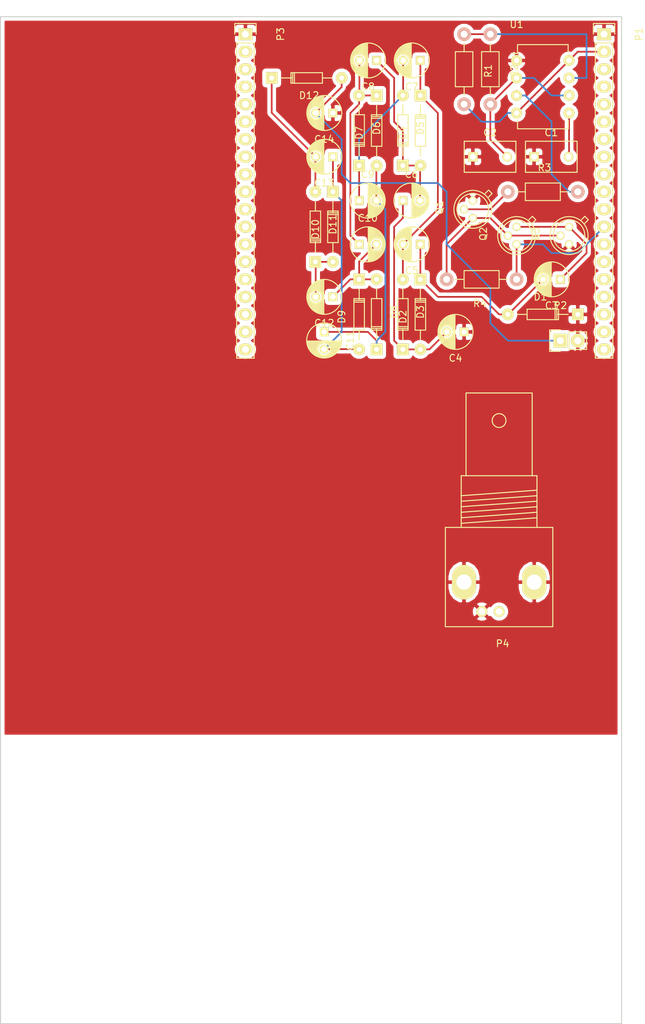
<source format=kicad_pcb>
(kicad_pcb (version 4) (host pcbnew 4.0.3+e1-6302~38~ubuntu16.04.1-stable)

  (general
    (links 65)
    (no_connects 1)
    (area 38.024999 32.944999 128.345001 179.145001)
    (thickness 1.6)
    (drawings 4)
    (tracks 131)
    (zones 0)
    (modules 38)
    (nets 57)
  )

  (page A4)
  (layers
    (0 F.Cu signal)
    (31 B.Cu signal)
    (32 B.Adhes user)
    (33 F.Adhes user)
    (34 B.Paste user)
    (35 F.Paste user)
    (36 B.SilkS user)
    (37 F.SilkS user)
    (38 B.Mask user)
    (39 F.Mask user)
    (40 Dwgs.User user)
    (41 Cmts.User user)
    (42 Eco1.User user)
    (43 Eco2.User user)
    (44 Edge.Cuts user)
    (45 Margin user)
    (46 B.CrtYd user)
    (47 F.CrtYd user)
    (48 B.Fab user)
    (49 F.Fab user)
  )

  (setup
    (last_trace_width 0.25)
    (trace_clearance 0.2)
    (zone_clearance 0.508)
    (zone_45_only no)
    (trace_min 0.2)
    (segment_width 0.2)
    (edge_width 0.15)
    (via_size 0.6)
    (via_drill 0.4)
    (via_min_size 0.4)
    (via_min_drill 0.3)
    (uvia_size 0.3)
    (uvia_drill 0.1)
    (uvias_allowed no)
    (uvia_min_size 0.2)
    (uvia_min_drill 0.1)
    (pcb_text_width 0.3)
    (pcb_text_size 1.5 1.5)
    (mod_edge_width 0.15)
    (mod_text_size 1 1)
    (mod_text_width 0.15)
    (pad_size 1.524 1.524)
    (pad_drill 0.762)
    (pad_to_mask_clearance 0.2)
    (aux_axis_origin 0 0)
    (visible_elements FFFFFF7F)
    (pcbplotparams
      (layerselection 0x00030_80000001)
      (usegerberextensions false)
      (excludeedgelayer true)
      (linewidth 0.100000)
      (plotframeref false)
      (viasonmask false)
      (mode 1)
      (useauxorigin false)
      (hpglpennumber 1)
      (hpglpenspeed 20)
      (hpglpendiameter 15)
      (hpglpenoverlay 2)
      (psnegative false)
      (psa4output false)
      (plotreference true)
      (plotvalue true)
      (plotinvisibletext false)
      (padsonsilk false)
      (subtractmaskfromsilk false)
      (outputformat 1)
      (mirror false)
      (drillshape 1)
      (scaleselection 1)
      (outputdirectory ""))
  )

  (net 0 "")
  (net 1 GND)
  (net 2 "Net-(C1-Pad2)")
  (net 3 "Net-(C2-Pad2)")
  (net 4 "Net-(C3-Pad2)")
  (net 5 "Net-(C3-Pad1)")
  (net 6 "Net-(C4-Pad2)")
  (net 7 "Net-(C5-Pad2)")
  (net 8 "Net-(C6-Pad2)")
  (net 9 "Net-(C7-Pad2)")
  (net 10 "Net-(C10-Pad1)")
  (net 11 "Net-(C11-Pad1)")
  (net 12 "Net-(C10-Pad2)")
  (net 13 "Net-(C11-Pad2)")
  (net 14 "Net-(C12-Pad2)")
  (net 15 "Net-(C13-Pad2)")
  (net 16 "Net-(C14-Pad2)")
  (net 17 VCC)
  (net 18 "Net-(P1-Pad3)")
  (net 19 "Net-(P1-Pad4)")
  (net 20 "Net-(P1-Pad5)")
  (net 21 "Net-(P1-Pad6)")
  (net 22 "Net-(P1-Pad7)")
  (net 23 "Net-(P1-Pad8)")
  (net 24 "Net-(P1-Pad9)")
  (net 25 "Net-(P1-Pad10)")
  (net 26 "Net-(P1-Pad11)")
  (net 27 "Net-(P1-Pad12)")
  (net 28 "Net-(P1-Pad13)")
  (net 29 "Net-(P1-Pad14)")
  (net 30 "Net-(P1-Pad15)")
  (net 31 "Net-(P1-Pad16)")
  (net 32 "Net-(P1-Pad17)")
  (net 33 "Net-(P1-Pad18)")
  (net 34 "Net-(P1-Pad19)")
  (net 35 "Net-(P3-Pad2)")
  (net 36 "Net-(P3-Pad3)")
  (net 37 "Net-(P3-Pad4)")
  (net 38 "Net-(P3-Pad5)")
  (net 39 "Net-(P3-Pad6)")
  (net 40 "Net-(P3-Pad7)")
  (net 41 "Net-(P3-Pad8)")
  (net 42 "Net-(P3-Pad9)")
  (net 43 "Net-(P3-Pad10)")
  (net 44 "Net-(P3-Pad11)")
  (net 45 "Net-(P3-Pad12)")
  (net 46 "Net-(P3-Pad13)")
  (net 47 "Net-(P3-Pad14)")
  (net 48 "Net-(P3-Pad15)")
  (net 49 "Net-(P3-Pad16)")
  (net 50 "Net-(P3-Pad17)")
  (net 51 "Net-(P3-Pad18)")
  (net 52 "Net-(P3-Pad19)")
  (net 53 "Net-(Q1-Pad2)")
  (net 54 "Net-(R1-Pad1)")
  (net 55 "Net-(R3-Pad2)")
  (net 56 "Net-(Q1-Pad3)")

  (net_class Default "This is the default net class."
    (clearance 0.2)
    (trace_width 0.25)
    (via_dia 0.6)
    (via_drill 0.4)
    (uvia_dia 0.3)
    (uvia_drill 0.1)
    (add_net GND)
    (add_net "Net-(C1-Pad2)")
    (add_net "Net-(C10-Pad1)")
    (add_net "Net-(C10-Pad2)")
    (add_net "Net-(C11-Pad1)")
    (add_net "Net-(C11-Pad2)")
    (add_net "Net-(C12-Pad2)")
    (add_net "Net-(C13-Pad2)")
    (add_net "Net-(C14-Pad2)")
    (add_net "Net-(C2-Pad2)")
    (add_net "Net-(C3-Pad1)")
    (add_net "Net-(C3-Pad2)")
    (add_net "Net-(C4-Pad2)")
    (add_net "Net-(C5-Pad2)")
    (add_net "Net-(C6-Pad2)")
    (add_net "Net-(C7-Pad2)")
    (add_net "Net-(P1-Pad10)")
    (add_net "Net-(P1-Pad11)")
    (add_net "Net-(P1-Pad12)")
    (add_net "Net-(P1-Pad13)")
    (add_net "Net-(P1-Pad14)")
    (add_net "Net-(P1-Pad15)")
    (add_net "Net-(P1-Pad16)")
    (add_net "Net-(P1-Pad17)")
    (add_net "Net-(P1-Pad18)")
    (add_net "Net-(P1-Pad19)")
    (add_net "Net-(P1-Pad3)")
    (add_net "Net-(P1-Pad4)")
    (add_net "Net-(P1-Pad5)")
    (add_net "Net-(P1-Pad6)")
    (add_net "Net-(P1-Pad7)")
    (add_net "Net-(P1-Pad8)")
    (add_net "Net-(P1-Pad9)")
    (add_net "Net-(P3-Pad10)")
    (add_net "Net-(P3-Pad11)")
    (add_net "Net-(P3-Pad12)")
    (add_net "Net-(P3-Pad13)")
    (add_net "Net-(P3-Pad14)")
    (add_net "Net-(P3-Pad15)")
    (add_net "Net-(P3-Pad16)")
    (add_net "Net-(P3-Pad17)")
    (add_net "Net-(P3-Pad18)")
    (add_net "Net-(P3-Pad19)")
    (add_net "Net-(P3-Pad2)")
    (add_net "Net-(P3-Pad3)")
    (add_net "Net-(P3-Pad4)")
    (add_net "Net-(P3-Pad5)")
    (add_net "Net-(P3-Pad6)")
    (add_net "Net-(P3-Pad7)")
    (add_net "Net-(P3-Pad8)")
    (add_net "Net-(P3-Pad9)")
    (add_net "Net-(Q1-Pad2)")
    (add_net "Net-(Q1-Pad3)")
    (add_net "Net-(R1-Pad1)")
    (add_net "Net-(R3-Pad2)")
    (add_net VCC)
  )

  (module Capacitors_ThroughHole:C_Disc_D7.5_P5 placed (layer F.Cu) (tedit 0) (tstamp 57B21031)
    (at 115.57 53.34)
    (descr "Capacitor 7.5mm Disc, Pitch 5mm")
    (tags Capacitor)
    (path /57A21C9F)
    (fp_text reference C1 (at 2.5 -3.5) (layer F.SilkS)
      (effects (font (size 1 1) (thickness 0.15)))
    )
    (fp_text value 10n (at 2.5 3.5) (layer F.Fab)
      (effects (font (size 1 1) (thickness 0.15)))
    )
    (fp_line (start -1.5 -2.5) (end 6.5 -2.5) (layer F.CrtYd) (width 0.05))
    (fp_line (start 6.5 -2.5) (end 6.5 2.5) (layer F.CrtYd) (width 0.05))
    (fp_line (start 6.5 2.5) (end -1.5 2.5) (layer F.CrtYd) (width 0.05))
    (fp_line (start -1.5 2.5) (end -1.5 -2.5) (layer F.CrtYd) (width 0.05))
    (fp_line (start -1.25 -2.25) (end 6.25 -2.25) (layer F.SilkS) (width 0.15))
    (fp_line (start 6.25 -2.25) (end 6.25 2.25) (layer F.SilkS) (width 0.15))
    (fp_line (start 6.25 2.25) (end -1.25 2.25) (layer F.SilkS) (width 0.15))
    (fp_line (start -1.25 2.25) (end -1.25 -2.25) (layer F.SilkS) (width 0.15))
    (pad 1 thru_hole rect (at 0 0) (size 1.4 1.4) (drill 0.9) (layers *.Cu *.Mask F.SilkS)
      (net 1 GND))
    (pad 2 thru_hole circle (at 5 0) (size 1.4 1.4) (drill 0.9) (layers *.Cu *.Mask F.SilkS)
      (net 2 "Net-(C1-Pad2)"))
    (model Capacitors_ThroughHole.3dshapes/C_Disc_D7.5_P5.wrl
      (at (xyz 0.0984252 0 0))
      (scale (xyz 1 1 1))
      (rotate (xyz 0 0 0))
    )
  )

  (module Capacitors_ThroughHole:C_Disc_D7.5_P5 placed (layer F.Cu) (tedit 0) (tstamp 57B21037)
    (at 106.68 53.34)
    (descr "Capacitor 7.5mm Disc, Pitch 5mm")
    (tags Capacitor)
    (path /57A21CB2)
    (fp_text reference C2 (at 2.5 -3.5) (layer F.SilkS)
      (effects (font (size 1 1) (thickness 0.15)))
    )
    (fp_text value 47n (at 2.5 3.5) (layer F.Fab)
      (effects (font (size 1 1) (thickness 0.15)))
    )
    (fp_line (start -1.5 -2.5) (end 6.5 -2.5) (layer F.CrtYd) (width 0.05))
    (fp_line (start 6.5 -2.5) (end 6.5 2.5) (layer F.CrtYd) (width 0.05))
    (fp_line (start 6.5 2.5) (end -1.5 2.5) (layer F.CrtYd) (width 0.05))
    (fp_line (start -1.5 2.5) (end -1.5 -2.5) (layer F.CrtYd) (width 0.05))
    (fp_line (start -1.25 -2.25) (end 6.25 -2.25) (layer F.SilkS) (width 0.15))
    (fp_line (start 6.25 -2.25) (end 6.25 2.25) (layer F.SilkS) (width 0.15))
    (fp_line (start 6.25 2.25) (end -1.25 2.25) (layer F.SilkS) (width 0.15))
    (fp_line (start -1.25 2.25) (end -1.25 -2.25) (layer F.SilkS) (width 0.15))
    (pad 1 thru_hole rect (at 0 0) (size 1.4 1.4) (drill 0.9) (layers *.Cu *.Mask F.SilkS)
      (net 1 GND))
    (pad 2 thru_hole circle (at 5 0) (size 1.4 1.4) (drill 0.9) (layers *.Cu *.Mask F.SilkS)
      (net 3 "Net-(C2-Pad2)"))
    (model Capacitors_ThroughHole.3dshapes/C_Disc_D7.5_P5.wrl
      (at (xyz 0.0984252 0 0))
      (scale (xyz 1 1 1))
      (rotate (xyz 0 0 0))
    )
  )

  (module Diodes_ThroughHole:Diode_DO-35_SOD27_Horizontal_RM10 placed (layer F.Cu) (tedit 552FFC30) (tstamp 57B21085)
    (at 121.92 76.2 180)
    (descr "Diode, DO-35,  SOD27, Horizontal, RM 10mm")
    (tags "Diode, DO-35, SOD27, Horizontal, RM 10mm, 1N4148,")
    (path /57A235BA)
    (fp_text reference D1 (at 5.43052 2.53746 180) (layer F.SilkS)
      (effects (font (size 1 1) (thickness 0.15)))
    )
    (fp_text value 1N4001 (at 4.41452 -3.55854 180) (layer F.Fab)
      (effects (font (size 1 1) (thickness 0.15)))
    )
    (fp_line (start 7.36652 -0.00254) (end 8.76352 -0.00254) (layer F.SilkS) (width 0.15))
    (fp_line (start 2.92152 -0.00254) (end 1.39752 -0.00254) (layer F.SilkS) (width 0.15))
    (fp_line (start 3.30252 -0.76454) (end 3.30252 0.75946) (layer F.SilkS) (width 0.15))
    (fp_line (start 3.04852 -0.76454) (end 3.04852 0.75946) (layer F.SilkS) (width 0.15))
    (fp_line (start 2.79452 -0.00254) (end 2.79452 0.75946) (layer F.SilkS) (width 0.15))
    (fp_line (start 2.79452 0.75946) (end 7.36652 0.75946) (layer F.SilkS) (width 0.15))
    (fp_line (start 7.36652 0.75946) (end 7.36652 -0.76454) (layer F.SilkS) (width 0.15))
    (fp_line (start 7.36652 -0.76454) (end 2.79452 -0.76454) (layer F.SilkS) (width 0.15))
    (fp_line (start 2.79452 -0.76454) (end 2.79452 -0.00254) (layer F.SilkS) (width 0.15))
    (pad 2 thru_hole circle (at 10.16052 -0.00254) (size 1.69926 1.69926) (drill 0.70104) (layers *.Cu *.Mask F.SilkS)
      (net 4 "Net-(C3-Pad2)"))
    (pad 1 thru_hole rect (at 0.00052 -0.00254) (size 1.69926 1.69926) (drill 0.70104) (layers *.Cu *.Mask F.SilkS)
      (net 1 GND))
    (model Diodes_ThroughHole.3dshapes/Diode_DO-35_SOD27_Horizontal_RM10.wrl
      (at (xyz 0.2 0 0))
      (scale (xyz 0.4 0.4 0.4))
      (rotate (xyz 0 0 180))
    )
  )

  (module Diodes_ThroughHole:Diode_DO-35_SOD27_Horizontal_RM10 placed (layer F.Cu) (tedit 552FFC30) (tstamp 57B2108B)
    (at 99.06 71.12 270)
    (descr "Diode, DO-35,  SOD27, Horizontal, RM 10mm")
    (tags "Diode, DO-35, SOD27, Horizontal, RM 10mm, 1N4148,")
    (path /57A26EA6)
    (fp_text reference D2 (at 5.43052 2.53746 270) (layer F.SilkS)
      (effects (font (size 1 1) (thickness 0.15)))
    )
    (fp_text value 1N5062 (at 4.41452 -3.55854 270) (layer F.Fab)
      (effects (font (size 1 1) (thickness 0.15)))
    )
    (fp_line (start 7.36652 -0.00254) (end 8.76352 -0.00254) (layer F.SilkS) (width 0.15))
    (fp_line (start 2.92152 -0.00254) (end 1.39752 -0.00254) (layer F.SilkS) (width 0.15))
    (fp_line (start 3.30252 -0.76454) (end 3.30252 0.75946) (layer F.SilkS) (width 0.15))
    (fp_line (start 3.04852 -0.76454) (end 3.04852 0.75946) (layer F.SilkS) (width 0.15))
    (fp_line (start 2.79452 -0.00254) (end 2.79452 0.75946) (layer F.SilkS) (width 0.15))
    (fp_line (start 2.79452 0.75946) (end 7.36652 0.75946) (layer F.SilkS) (width 0.15))
    (fp_line (start 7.36652 0.75946) (end 7.36652 -0.76454) (layer F.SilkS) (width 0.15))
    (fp_line (start 7.36652 -0.76454) (end 2.79452 -0.76454) (layer F.SilkS) (width 0.15))
    (fp_line (start 2.79452 -0.76454) (end 2.79452 -0.00254) (layer F.SilkS) (width 0.15))
    (pad 2 thru_hole circle (at 10.16052 -0.00254 90) (size 1.69926 1.69926) (drill 0.70104) (layers *.Cu *.Mask F.SilkS)
      (net 6 "Net-(C4-Pad2)"))
    (pad 1 thru_hole rect (at 0.00052 -0.00254 90) (size 1.69926 1.69926) (drill 0.70104) (layers *.Cu *.Mask F.SilkS)
      (net 4 "Net-(C3-Pad2)"))
    (model Diodes_ThroughHole.3dshapes/Diode_DO-35_SOD27_Horizontal_RM10.wrl
      (at (xyz 0.2 0 0))
      (scale (xyz 0.4 0.4 0.4))
      (rotate (xyz 0 0 180))
    )
  )

  (module Diodes_ThroughHole:Diode_DO-35_SOD27_Horizontal_RM10 placed (layer F.Cu) (tedit 552FFC30) (tstamp 57B21091)
    (at 96.52 81.28 90)
    (descr "Diode, DO-35,  SOD27, Horizontal, RM 10mm")
    (tags "Diode, DO-35, SOD27, Horizontal, RM 10mm, 1N4148,")
    (path /57A2709E)
    (fp_text reference D3 (at 5.43052 2.53746 90) (layer F.SilkS)
      (effects (font (size 1 1) (thickness 0.15)))
    )
    (fp_text value 1N5062 (at 4.41452 -3.55854 90) (layer F.Fab)
      (effects (font (size 1 1) (thickness 0.15)))
    )
    (fp_line (start 7.36652 -0.00254) (end 8.76352 -0.00254) (layer F.SilkS) (width 0.15))
    (fp_line (start 2.92152 -0.00254) (end 1.39752 -0.00254) (layer F.SilkS) (width 0.15))
    (fp_line (start 3.30252 -0.76454) (end 3.30252 0.75946) (layer F.SilkS) (width 0.15))
    (fp_line (start 3.04852 -0.76454) (end 3.04852 0.75946) (layer F.SilkS) (width 0.15))
    (fp_line (start 2.79452 -0.00254) (end 2.79452 0.75946) (layer F.SilkS) (width 0.15))
    (fp_line (start 2.79452 0.75946) (end 7.36652 0.75946) (layer F.SilkS) (width 0.15))
    (fp_line (start 7.36652 0.75946) (end 7.36652 -0.76454) (layer F.SilkS) (width 0.15))
    (fp_line (start 7.36652 -0.76454) (end 2.79452 -0.76454) (layer F.SilkS) (width 0.15))
    (fp_line (start 2.79452 -0.76454) (end 2.79452 -0.00254) (layer F.SilkS) (width 0.15))
    (pad 2 thru_hole circle (at 10.16052 -0.00254 270) (size 1.69926 1.69926) (drill 0.70104) (layers *.Cu *.Mask F.SilkS)
      (net 7 "Net-(C5-Pad2)"))
    (pad 1 thru_hole rect (at 0.00052 -0.00254 270) (size 1.69926 1.69926) (drill 0.70104) (layers *.Cu *.Mask F.SilkS)
      (net 6 "Net-(C4-Pad2)"))
    (model Diodes_ThroughHole.3dshapes/Diode_DO-35_SOD27_Horizontal_RM10.wrl
      (at (xyz 0.2 0 0))
      (scale (xyz 0.4 0.4 0.4))
      (rotate (xyz 0 0 180))
    )
  )

  (module Diodes_ThroughHole:Diode_DO-35_SOD27_Horizontal_RM10 placed (layer F.Cu) (tedit 552FFC30) (tstamp 57B21097)
    (at 99.06 44.45 270)
    (descr "Diode, DO-35,  SOD27, Horizontal, RM 10mm")
    (tags "Diode, DO-35, SOD27, Horizontal, RM 10mm, 1N4148,")
    (path /57A27B9E)
    (fp_text reference D4 (at 5.43052 2.53746 270) (layer F.SilkS)
      (effects (font (size 1 1) (thickness 0.15)))
    )
    (fp_text value 1N5062 (at 4.41452 -3.55854 270) (layer F.Fab)
      (effects (font (size 1 1) (thickness 0.15)))
    )
    (fp_line (start 7.36652 -0.00254) (end 8.76352 -0.00254) (layer F.SilkS) (width 0.15))
    (fp_line (start 2.92152 -0.00254) (end 1.39752 -0.00254) (layer F.SilkS) (width 0.15))
    (fp_line (start 3.30252 -0.76454) (end 3.30252 0.75946) (layer F.SilkS) (width 0.15))
    (fp_line (start 3.04852 -0.76454) (end 3.04852 0.75946) (layer F.SilkS) (width 0.15))
    (fp_line (start 2.79452 -0.00254) (end 2.79452 0.75946) (layer F.SilkS) (width 0.15))
    (fp_line (start 2.79452 0.75946) (end 7.36652 0.75946) (layer F.SilkS) (width 0.15))
    (fp_line (start 7.36652 0.75946) (end 7.36652 -0.76454) (layer F.SilkS) (width 0.15))
    (fp_line (start 7.36652 -0.76454) (end 2.79452 -0.76454) (layer F.SilkS) (width 0.15))
    (fp_line (start 2.79452 -0.76454) (end 2.79452 -0.00254) (layer F.SilkS) (width 0.15))
    (pad 2 thru_hole circle (at 10.16052 -0.00254 90) (size 1.69926 1.69926) (drill 0.70104) (layers *.Cu *.Mask F.SilkS)
      (net 8 "Net-(C6-Pad2)"))
    (pad 1 thru_hole rect (at 0.00052 -0.00254 90) (size 1.69926 1.69926) (drill 0.70104) (layers *.Cu *.Mask F.SilkS)
      (net 7 "Net-(C5-Pad2)"))
    (model Diodes_ThroughHole.3dshapes/Diode_DO-35_SOD27_Horizontal_RM10.wrl
      (at (xyz 0.2 0 0))
      (scale (xyz 0.4 0.4 0.4))
      (rotate (xyz 0 0 180))
    )
  )

  (module Diodes_ThroughHole:Diode_DO-35_SOD27_Horizontal_RM10 placed (layer F.Cu) (tedit 552FFC30) (tstamp 57B2109D)
    (at 96.52 54.61 90)
    (descr "Diode, DO-35,  SOD27, Horizontal, RM 10mm")
    (tags "Diode, DO-35, SOD27, Horizontal, RM 10mm, 1N4148,")
    (path /57A27BAA)
    (fp_text reference D5 (at 5.43052 2.53746 90) (layer F.SilkS)
      (effects (font (size 1 1) (thickness 0.15)))
    )
    (fp_text value 1N5062 (at 4.41452 -3.55854 90) (layer F.Fab)
      (effects (font (size 1 1) (thickness 0.15)))
    )
    (fp_line (start 7.36652 -0.00254) (end 8.76352 -0.00254) (layer F.SilkS) (width 0.15))
    (fp_line (start 2.92152 -0.00254) (end 1.39752 -0.00254) (layer F.SilkS) (width 0.15))
    (fp_line (start 3.30252 -0.76454) (end 3.30252 0.75946) (layer F.SilkS) (width 0.15))
    (fp_line (start 3.04852 -0.76454) (end 3.04852 0.75946) (layer F.SilkS) (width 0.15))
    (fp_line (start 2.79452 -0.00254) (end 2.79452 0.75946) (layer F.SilkS) (width 0.15))
    (fp_line (start 2.79452 0.75946) (end 7.36652 0.75946) (layer F.SilkS) (width 0.15))
    (fp_line (start 7.36652 0.75946) (end 7.36652 -0.76454) (layer F.SilkS) (width 0.15))
    (fp_line (start 7.36652 -0.76454) (end 2.79452 -0.76454) (layer F.SilkS) (width 0.15))
    (fp_line (start 2.79452 -0.76454) (end 2.79452 -0.00254) (layer F.SilkS) (width 0.15))
    (pad 2 thru_hole circle (at 10.16052 -0.00254 270) (size 1.69926 1.69926) (drill 0.70104) (layers *.Cu *.Mask F.SilkS)
      (net 9 "Net-(C7-Pad2)"))
    (pad 1 thru_hole rect (at 0.00052 -0.00254 270) (size 1.69926 1.69926) (drill 0.70104) (layers *.Cu *.Mask F.SilkS)
      (net 8 "Net-(C6-Pad2)"))
    (model Diodes_ThroughHole.3dshapes/Diode_DO-35_SOD27_Horizontal_RM10.wrl
      (at (xyz 0.2 0 0))
      (scale (xyz 0.4 0.4 0.4))
      (rotate (xyz 0 0 180))
    )
  )

  (module Diodes_ThroughHole:Diode_DO-35_SOD27_Horizontal_RM10 placed (layer F.Cu) (tedit 552FFC30) (tstamp 57B210A3)
    (at 90.17 54.61 90)
    (descr "Diode, DO-35,  SOD27, Horizontal, RM 10mm")
    (tags "Diode, DO-35, SOD27, Horizontal, RM 10mm, 1N4148,")
    (path /57A27E57)
    (fp_text reference D6 (at 5.43052 2.53746 90) (layer F.SilkS)
      (effects (font (size 1 1) (thickness 0.15)))
    )
    (fp_text value 1N5062 (at 4.41452 -3.55854 90) (layer F.Fab)
      (effects (font (size 1 1) (thickness 0.15)))
    )
    (fp_line (start 7.36652 -0.00254) (end 8.76352 -0.00254) (layer F.SilkS) (width 0.15))
    (fp_line (start 2.92152 -0.00254) (end 1.39752 -0.00254) (layer F.SilkS) (width 0.15))
    (fp_line (start 3.30252 -0.76454) (end 3.30252 0.75946) (layer F.SilkS) (width 0.15))
    (fp_line (start 3.04852 -0.76454) (end 3.04852 0.75946) (layer F.SilkS) (width 0.15))
    (fp_line (start 2.79452 -0.00254) (end 2.79452 0.75946) (layer F.SilkS) (width 0.15))
    (fp_line (start 2.79452 0.75946) (end 7.36652 0.75946) (layer F.SilkS) (width 0.15))
    (fp_line (start 7.36652 0.75946) (end 7.36652 -0.76454) (layer F.SilkS) (width 0.15))
    (fp_line (start 7.36652 -0.76454) (end 2.79452 -0.76454) (layer F.SilkS) (width 0.15))
    (fp_line (start 2.79452 -0.76454) (end 2.79452 -0.00254) (layer F.SilkS) (width 0.15))
    (pad 2 thru_hole circle (at 10.16052 -0.00254 270) (size 1.69926 1.69926) (drill 0.70104) (layers *.Cu *.Mask F.SilkS)
      (net 10 "Net-(C10-Pad1)"))
    (pad 1 thru_hole rect (at 0.00052 -0.00254 270) (size 1.69926 1.69926) (drill 0.70104) (layers *.Cu *.Mask F.SilkS)
      (net 9 "Net-(C7-Pad2)"))
    (model Diodes_ThroughHole.3dshapes/Diode_DO-35_SOD27_Horizontal_RM10.wrl
      (at (xyz 0.2 0 0))
      (scale (xyz 0.4 0.4 0.4))
      (rotate (xyz 0 0 180))
    )
  )

  (module Diodes_ThroughHole:Diode_DO-35_SOD27_Horizontal_RM10 placed (layer F.Cu) (tedit 552FFC30) (tstamp 57B210A9)
    (at 92.71 44.45 270)
    (descr "Diode, DO-35,  SOD27, Horizontal, RM 10mm")
    (tags "Diode, DO-35, SOD27, Horizontal, RM 10mm, 1N4148,")
    (path /57A27E63)
    (fp_text reference D7 (at 5.43052 2.53746 270) (layer F.SilkS)
      (effects (font (size 1 1) (thickness 0.15)))
    )
    (fp_text value 1N5062 (at 4.41452 -3.55854 270) (layer F.Fab)
      (effects (font (size 1 1) (thickness 0.15)))
    )
    (fp_line (start 7.36652 -0.00254) (end 8.76352 -0.00254) (layer F.SilkS) (width 0.15))
    (fp_line (start 2.92152 -0.00254) (end 1.39752 -0.00254) (layer F.SilkS) (width 0.15))
    (fp_line (start 3.30252 -0.76454) (end 3.30252 0.75946) (layer F.SilkS) (width 0.15))
    (fp_line (start 3.04852 -0.76454) (end 3.04852 0.75946) (layer F.SilkS) (width 0.15))
    (fp_line (start 2.79452 -0.00254) (end 2.79452 0.75946) (layer F.SilkS) (width 0.15))
    (fp_line (start 2.79452 0.75946) (end 7.36652 0.75946) (layer F.SilkS) (width 0.15))
    (fp_line (start 7.36652 0.75946) (end 7.36652 -0.76454) (layer F.SilkS) (width 0.15))
    (fp_line (start 7.36652 -0.76454) (end 2.79452 -0.76454) (layer F.SilkS) (width 0.15))
    (fp_line (start 2.79452 -0.76454) (end 2.79452 -0.00254) (layer F.SilkS) (width 0.15))
    (pad 2 thru_hole circle (at 10.16052 -0.00254 90) (size 1.69926 1.69926) (drill 0.70104) (layers *.Cu *.Mask F.SilkS)
      (net 11 "Net-(C11-Pad1)"))
    (pad 1 thru_hole rect (at 0.00052 -0.00254 90) (size 1.69926 1.69926) (drill 0.70104) (layers *.Cu *.Mask F.SilkS)
      (net 10 "Net-(C10-Pad1)"))
    (model Diodes_ThroughHole.3dshapes/Diode_DO-35_SOD27_Horizontal_RM10.wrl
      (at (xyz 0.2 0 0))
      (scale (xyz 0.4 0.4 0.4))
      (rotate (xyz 0 0 180))
    )
  )

  (module Diodes_ThroughHole:Diode_DO-35_SOD27_Horizontal_RM10 placed (layer F.Cu) (tedit 552FFC30) (tstamp 57B210AF)
    (at 92.71 81.28 90)
    (descr "Diode, DO-35,  SOD27, Horizontal, RM 10mm")
    (tags "Diode, DO-35, SOD27, Horizontal, RM 10mm, 1N4148,")
    (path /57A27E7E)
    (fp_text reference D8 (at 5.43052 2.53746 90) (layer F.SilkS)
      (effects (font (size 1 1) (thickness 0.15)))
    )
    (fp_text value 1N5062 (at 4.41452 -3.55854 90) (layer F.Fab)
      (effects (font (size 1 1) (thickness 0.15)))
    )
    (fp_line (start 7.36652 -0.00254) (end 8.76352 -0.00254) (layer F.SilkS) (width 0.15))
    (fp_line (start 2.92152 -0.00254) (end 1.39752 -0.00254) (layer F.SilkS) (width 0.15))
    (fp_line (start 3.30252 -0.76454) (end 3.30252 0.75946) (layer F.SilkS) (width 0.15))
    (fp_line (start 3.04852 -0.76454) (end 3.04852 0.75946) (layer F.SilkS) (width 0.15))
    (fp_line (start 2.79452 -0.00254) (end 2.79452 0.75946) (layer F.SilkS) (width 0.15))
    (fp_line (start 2.79452 0.75946) (end 7.36652 0.75946) (layer F.SilkS) (width 0.15))
    (fp_line (start 7.36652 0.75946) (end 7.36652 -0.76454) (layer F.SilkS) (width 0.15))
    (fp_line (start 7.36652 -0.76454) (end 2.79452 -0.76454) (layer F.SilkS) (width 0.15))
    (fp_line (start 2.79452 -0.76454) (end 2.79452 -0.00254) (layer F.SilkS) (width 0.15))
    (pad 2 thru_hole circle (at 10.16052 -0.00254 270) (size 1.69926 1.69926) (drill 0.70104) (layers *.Cu *.Mask F.SilkS)
      (net 12 "Net-(C10-Pad2)"))
    (pad 1 thru_hole rect (at 0.00052 -0.00254 270) (size 1.69926 1.69926) (drill 0.70104) (layers *.Cu *.Mask F.SilkS)
      (net 11 "Net-(C11-Pad1)"))
    (model Diodes_ThroughHole.3dshapes/Diode_DO-35_SOD27_Horizontal_RM10.wrl
      (at (xyz 0.2 0 0))
      (scale (xyz 0.4 0.4 0.4))
      (rotate (xyz 0 0 180))
    )
  )

  (module Diodes_ThroughHole:Diode_DO-35_SOD27_Horizontal_RM10 placed (layer F.Cu) (tedit 552FFC30) (tstamp 57B210B5)
    (at 90.17 71.12 270)
    (descr "Diode, DO-35,  SOD27, Horizontal, RM 10mm")
    (tags "Diode, DO-35, SOD27, Horizontal, RM 10mm, 1N4148,")
    (path /57A27E8A)
    (fp_text reference D9 (at 5.43052 2.53746 270) (layer F.SilkS)
      (effects (font (size 1 1) (thickness 0.15)))
    )
    (fp_text value 1N5062 (at 4.41452 -3.55854 270) (layer F.Fab)
      (effects (font (size 1 1) (thickness 0.15)))
    )
    (fp_line (start 7.36652 -0.00254) (end 8.76352 -0.00254) (layer F.SilkS) (width 0.15))
    (fp_line (start 2.92152 -0.00254) (end 1.39752 -0.00254) (layer F.SilkS) (width 0.15))
    (fp_line (start 3.30252 -0.76454) (end 3.30252 0.75946) (layer F.SilkS) (width 0.15))
    (fp_line (start 3.04852 -0.76454) (end 3.04852 0.75946) (layer F.SilkS) (width 0.15))
    (fp_line (start 2.79452 -0.00254) (end 2.79452 0.75946) (layer F.SilkS) (width 0.15))
    (fp_line (start 2.79452 0.75946) (end 7.36652 0.75946) (layer F.SilkS) (width 0.15))
    (fp_line (start 7.36652 0.75946) (end 7.36652 -0.76454) (layer F.SilkS) (width 0.15))
    (fp_line (start 7.36652 -0.76454) (end 2.79452 -0.76454) (layer F.SilkS) (width 0.15))
    (fp_line (start 2.79452 -0.76454) (end 2.79452 -0.00254) (layer F.SilkS) (width 0.15))
    (pad 2 thru_hole circle (at 10.16052 -0.00254 90) (size 1.69926 1.69926) (drill 0.70104) (layers *.Cu *.Mask F.SilkS)
      (net 13 "Net-(C11-Pad2)"))
    (pad 1 thru_hole rect (at 0.00052 -0.00254 90) (size 1.69926 1.69926) (drill 0.70104) (layers *.Cu *.Mask F.SilkS)
      (net 12 "Net-(C10-Pad2)"))
    (model Diodes_ThroughHole.3dshapes/Diode_DO-35_SOD27_Horizontal_RM10.wrl
      (at (xyz 0.2 0 0))
      (scale (xyz 0.4 0.4 0.4))
      (rotate (xyz 0 0 180))
    )
  )

  (module Diodes_ThroughHole:Diode_DO-35_SOD27_Horizontal_RM10 placed (layer F.Cu) (tedit 552FFC30) (tstamp 57B210BB)
    (at 86.36 58.42 270)
    (descr "Diode, DO-35,  SOD27, Horizontal, RM 10mm")
    (tags "Diode, DO-35, SOD27, Horizontal, RM 10mm, 1N4148,")
    (path /57A28103)
    (fp_text reference D10 (at 5.43052 2.53746 270) (layer F.SilkS)
      (effects (font (size 1 1) (thickness 0.15)))
    )
    (fp_text value 1N5062 (at 4.41452 -3.55854 270) (layer F.Fab)
      (effects (font (size 1 1) (thickness 0.15)))
    )
    (fp_line (start 7.36652 -0.00254) (end 8.76352 -0.00254) (layer F.SilkS) (width 0.15))
    (fp_line (start 2.92152 -0.00254) (end 1.39752 -0.00254) (layer F.SilkS) (width 0.15))
    (fp_line (start 3.30252 -0.76454) (end 3.30252 0.75946) (layer F.SilkS) (width 0.15))
    (fp_line (start 3.04852 -0.76454) (end 3.04852 0.75946) (layer F.SilkS) (width 0.15))
    (fp_line (start 2.79452 -0.00254) (end 2.79452 0.75946) (layer F.SilkS) (width 0.15))
    (fp_line (start 2.79452 0.75946) (end 7.36652 0.75946) (layer F.SilkS) (width 0.15))
    (fp_line (start 7.36652 0.75946) (end 7.36652 -0.76454) (layer F.SilkS) (width 0.15))
    (fp_line (start 7.36652 -0.76454) (end 2.79452 -0.76454) (layer F.SilkS) (width 0.15))
    (fp_line (start 2.79452 -0.76454) (end 2.79452 -0.00254) (layer F.SilkS) (width 0.15))
    (pad 2 thru_hole circle (at 10.16052 -0.00254 90) (size 1.69926 1.69926) (drill 0.70104) (layers *.Cu *.Mask F.SilkS)
      (net 14 "Net-(C12-Pad2)"))
    (pad 1 thru_hole rect (at 0.00052 -0.00254 90) (size 1.69926 1.69926) (drill 0.70104) (layers *.Cu *.Mask F.SilkS)
      (net 13 "Net-(C11-Pad2)"))
    (model Diodes_ThroughHole.3dshapes/Diode_DO-35_SOD27_Horizontal_RM10.wrl
      (at (xyz 0.2 0 0))
      (scale (xyz 0.4 0.4 0.4))
      (rotate (xyz 0 0 180))
    )
  )

  (module Diodes_ThroughHole:Diode_DO-35_SOD27_Horizontal_RM10 placed (layer F.Cu) (tedit 552FFC30) (tstamp 57B210C1)
    (at 83.82 68.58 90)
    (descr "Diode, DO-35,  SOD27, Horizontal, RM 10mm")
    (tags "Diode, DO-35, SOD27, Horizontal, RM 10mm, 1N4148,")
    (path /57A2810F)
    (fp_text reference D11 (at 5.43052 2.53746 90) (layer F.SilkS)
      (effects (font (size 1 1) (thickness 0.15)))
    )
    (fp_text value 1N5062 (at 4.41452 -3.55854 90) (layer F.Fab)
      (effects (font (size 1 1) (thickness 0.15)))
    )
    (fp_line (start 7.36652 -0.00254) (end 8.76352 -0.00254) (layer F.SilkS) (width 0.15))
    (fp_line (start 2.92152 -0.00254) (end 1.39752 -0.00254) (layer F.SilkS) (width 0.15))
    (fp_line (start 3.30252 -0.76454) (end 3.30252 0.75946) (layer F.SilkS) (width 0.15))
    (fp_line (start 3.04852 -0.76454) (end 3.04852 0.75946) (layer F.SilkS) (width 0.15))
    (fp_line (start 2.79452 -0.00254) (end 2.79452 0.75946) (layer F.SilkS) (width 0.15))
    (fp_line (start 2.79452 0.75946) (end 7.36652 0.75946) (layer F.SilkS) (width 0.15))
    (fp_line (start 7.36652 0.75946) (end 7.36652 -0.76454) (layer F.SilkS) (width 0.15))
    (fp_line (start 7.36652 -0.76454) (end 2.79452 -0.76454) (layer F.SilkS) (width 0.15))
    (fp_line (start 2.79452 -0.76454) (end 2.79452 -0.00254) (layer F.SilkS) (width 0.15))
    (pad 2 thru_hole circle (at 10.16052 -0.00254 270) (size 1.69926 1.69926) (drill 0.70104) (layers *.Cu *.Mask F.SilkS)
      (net 15 "Net-(C13-Pad2)"))
    (pad 1 thru_hole rect (at 0.00052 -0.00254 270) (size 1.69926 1.69926) (drill 0.70104) (layers *.Cu *.Mask F.SilkS)
      (net 14 "Net-(C12-Pad2)"))
    (model Diodes_ThroughHole.3dshapes/Diode_DO-35_SOD27_Horizontal_RM10.wrl
      (at (xyz 0.2 0 0))
      (scale (xyz 0.4 0.4 0.4))
      (rotate (xyz 0 0 180))
    )
  )

  (module Diodes_ThroughHole:Diode_DO-35_SOD27_Horizontal_RM10 placed (layer F.Cu) (tedit 552FFC30) (tstamp 57B210C7)
    (at 77.47 41.91)
    (descr "Diode, DO-35,  SOD27, Horizontal, RM 10mm")
    (tags "Diode, DO-35, SOD27, Horizontal, RM 10mm, 1N4148,")
    (path /57A284A2)
    (fp_text reference D12 (at 5.43052 2.53746) (layer F.SilkS)
      (effects (font (size 1 1) (thickness 0.15)))
    )
    (fp_text value 1N4001 (at 4.41452 -3.55854) (layer F.Fab)
      (effects (font (size 1 1) (thickness 0.15)))
    )
    (fp_line (start 7.36652 -0.00254) (end 8.76352 -0.00254) (layer F.SilkS) (width 0.15))
    (fp_line (start 2.92152 -0.00254) (end 1.39752 -0.00254) (layer F.SilkS) (width 0.15))
    (fp_line (start 3.30252 -0.76454) (end 3.30252 0.75946) (layer F.SilkS) (width 0.15))
    (fp_line (start 3.04852 -0.76454) (end 3.04852 0.75946) (layer F.SilkS) (width 0.15))
    (fp_line (start 2.79452 -0.00254) (end 2.79452 0.75946) (layer F.SilkS) (width 0.15))
    (fp_line (start 2.79452 0.75946) (end 7.36652 0.75946) (layer F.SilkS) (width 0.15))
    (fp_line (start 7.36652 0.75946) (end 7.36652 -0.76454) (layer F.SilkS) (width 0.15))
    (fp_line (start 7.36652 -0.76454) (end 2.79452 -0.76454) (layer F.SilkS) (width 0.15))
    (fp_line (start 2.79452 -0.76454) (end 2.79452 -0.00254) (layer F.SilkS) (width 0.15))
    (pad 2 thru_hole circle (at 10.16052 -0.00254 180) (size 1.69926 1.69926) (drill 0.70104) (layers *.Cu *.Mask F.SilkS)
      (net 16 "Net-(C14-Pad2)"))
    (pad 1 thru_hole rect (at 0.00052 -0.00254 180) (size 1.69926 1.69926) (drill 0.70104) (layers *.Cu *.Mask F.SilkS)
      (net 15 "Net-(C13-Pad2)"))
    (model Diodes_ThroughHole.3dshapes/Diode_DO-35_SOD27_Horizontal_RM10.wrl
      (at (xyz 0.2 0 0))
      (scale (xyz 0.4 0.4 0.4))
      (rotate (xyz 0 0 180))
    )
  )

  (module Socket_Strips:Socket_Strip_Straight_1x19 placed (layer F.Cu) (tedit 0) (tstamp 57B210DE)
    (at 125.73 35.56 270)
    (descr "Through hole socket strip")
    (tags "socket strip")
    (path /57A85897)
    (fp_text reference P1 (at 0 -5.1 270) (layer F.SilkS)
      (effects (font (size 1 1) (thickness 0.15)))
    )
    (fp_text value CONN_01X19 (at 0 -3.1 270) (layer F.Fab)
      (effects (font (size 1 1) (thickness 0.15)))
    )
    (fp_line (start -1.75 -1.75) (end -1.75 1.75) (layer F.CrtYd) (width 0.05))
    (fp_line (start 47.5 -1.75) (end 47.5 1.75) (layer F.CrtYd) (width 0.05))
    (fp_line (start -1.75 -1.75) (end 47.5 -1.75) (layer F.CrtYd) (width 0.05))
    (fp_line (start -1.75 1.75) (end 47.5 1.75) (layer F.CrtYd) (width 0.05))
    (fp_line (start 1.27 1.27) (end 46.99 1.27) (layer F.SilkS) (width 0.15))
    (fp_line (start 46.99 1.27) (end 46.99 -1.27) (layer F.SilkS) (width 0.15))
    (fp_line (start 46.99 -1.27) (end 1.27 -1.27) (layer F.SilkS) (width 0.15))
    (fp_line (start -1.55 1.55) (end 0 1.55) (layer F.SilkS) (width 0.15))
    (fp_line (start 1.27 1.27) (end 1.27 -1.27) (layer F.SilkS) (width 0.15))
    (fp_line (start 0 -1.55) (end -1.55 -1.55) (layer F.SilkS) (width 0.15))
    (fp_line (start -1.55 -1.55) (end -1.55 1.55) (layer F.SilkS) (width 0.15))
    (pad 1 thru_hole rect (at 0 0 270) (size 1.7272 2.032) (drill 1.016) (layers *.Cu *.Mask F.SilkS)
      (net 1 GND))
    (pad 2 thru_hole oval (at 2.54 0 270) (size 1.7272 2.032) (drill 1.016) (layers *.Cu *.Mask F.SilkS)
      (net 17 VCC))
    (pad 3 thru_hole oval (at 5.08 0 270) (size 1.7272 2.032) (drill 1.016) (layers *.Cu *.Mask F.SilkS)
      (net 18 "Net-(P1-Pad3)"))
    (pad 4 thru_hole oval (at 7.62 0 270) (size 1.7272 2.032) (drill 1.016) (layers *.Cu *.Mask F.SilkS)
      (net 19 "Net-(P1-Pad4)"))
    (pad 5 thru_hole oval (at 10.16 0 270) (size 1.7272 2.032) (drill 1.016) (layers *.Cu *.Mask F.SilkS)
      (net 20 "Net-(P1-Pad5)"))
    (pad 6 thru_hole oval (at 12.7 0 270) (size 1.7272 2.032) (drill 1.016) (layers *.Cu *.Mask F.SilkS)
      (net 21 "Net-(P1-Pad6)"))
    (pad 7 thru_hole oval (at 15.24 0 270) (size 1.7272 2.032) (drill 1.016) (layers *.Cu *.Mask F.SilkS)
      (net 22 "Net-(P1-Pad7)"))
    (pad 8 thru_hole oval (at 17.78 0 270) (size 1.7272 2.032) (drill 1.016) (layers *.Cu *.Mask F.SilkS)
      (net 23 "Net-(P1-Pad8)"))
    (pad 9 thru_hole oval (at 20.32 0 270) (size 1.7272 2.032) (drill 1.016) (layers *.Cu *.Mask F.SilkS)
      (net 24 "Net-(P1-Pad9)"))
    (pad 10 thru_hole oval (at 22.86 0 270) (size 1.7272 2.032) (drill 1.016) (layers *.Cu *.Mask F.SilkS)
      (net 25 "Net-(P1-Pad10)"))
    (pad 11 thru_hole oval (at 25.4 0 270) (size 1.7272 2.032) (drill 1.016) (layers *.Cu *.Mask F.SilkS)
      (net 26 "Net-(P1-Pad11)"))
    (pad 12 thru_hole oval (at 27.94 0 270) (size 1.7272 2.032) (drill 1.016) (layers *.Cu *.Mask F.SilkS)
      (net 27 "Net-(P1-Pad12)"))
    (pad 13 thru_hole oval (at 30.48 0 270) (size 1.7272 2.032) (drill 1.016) (layers *.Cu *.Mask F.SilkS)
      (net 28 "Net-(P1-Pad13)"))
    (pad 14 thru_hole oval (at 33.02 0 270) (size 1.7272 2.032) (drill 1.016) (layers *.Cu *.Mask F.SilkS)
      (net 29 "Net-(P1-Pad14)"))
    (pad 15 thru_hole oval (at 35.56 0 270) (size 1.7272 2.032) (drill 1.016) (layers *.Cu *.Mask F.SilkS)
      (net 30 "Net-(P1-Pad15)"))
    (pad 16 thru_hole oval (at 38.1 0 270) (size 1.7272 2.032) (drill 1.016) (layers *.Cu *.Mask F.SilkS)
      (net 31 "Net-(P1-Pad16)"))
    (pad 17 thru_hole oval (at 40.64 0 270) (size 1.7272 2.032) (drill 1.016) (layers *.Cu *.Mask F.SilkS)
      (net 32 "Net-(P1-Pad17)"))
    (pad 18 thru_hole oval (at 43.18 0 270) (size 1.7272 2.032) (drill 1.016) (layers *.Cu *.Mask F.SilkS)
      (net 33 "Net-(P1-Pad18)"))
    (pad 19 thru_hole oval (at 45.72 0 270) (size 1.7272 2.032) (drill 1.016) (layers *.Cu *.Mask F.SilkS)
      (net 34 "Net-(P1-Pad19)"))
    (model Socket_Strips.3dshapes/Socket_Strip_Straight_1x19.wrl
      (at (xyz 0.9 0 0))
      (scale (xyz 1 1 1))
      (rotate (xyz 0 0 180))
    )
  )

  (module Socket_Strips:Socket_Strip_Straight_1x02 placed (layer F.Cu) (tedit 54E9F75E) (tstamp 57B210E4)
    (at 119.38 80.01)
    (descr "Through hole socket strip")
    (tags "socket strip")
    (path /57A8658A)
    (fp_text reference P2 (at 0 -5.1) (layer F.SilkS)
      (effects (font (size 1 1) (thickness 0.15)))
    )
    (fp_text value CONN_01X02 (at 0 -3.1) (layer F.Fab)
      (effects (font (size 1 1) (thickness 0.15)))
    )
    (fp_line (start -1.55 1.55) (end 0 1.55) (layer F.SilkS) (width 0.15))
    (fp_line (start 3.81 1.27) (end 1.27 1.27) (layer F.SilkS) (width 0.15))
    (fp_line (start -1.75 -1.75) (end -1.75 1.75) (layer F.CrtYd) (width 0.05))
    (fp_line (start 4.3 -1.75) (end 4.3 1.75) (layer F.CrtYd) (width 0.05))
    (fp_line (start -1.75 -1.75) (end 4.3 -1.75) (layer F.CrtYd) (width 0.05))
    (fp_line (start -1.75 1.75) (end 4.3 1.75) (layer F.CrtYd) (width 0.05))
    (fp_line (start 1.27 1.27) (end 1.27 -1.27) (layer F.SilkS) (width 0.15))
    (fp_line (start 0 -1.55) (end -1.55 -1.55) (layer F.SilkS) (width 0.15))
    (fp_line (start -1.55 -1.55) (end -1.55 1.55) (layer F.SilkS) (width 0.15))
    (fp_line (start 1.27 -1.27) (end 3.81 -1.27) (layer F.SilkS) (width 0.15))
    (fp_line (start 3.81 -1.27) (end 3.81 1.27) (layer F.SilkS) (width 0.15))
    (pad 1 thru_hole rect (at 0 0) (size 2.032 2.032) (drill 1.016) (layers *.Cu *.Mask F.SilkS)
      (net 16 "Net-(C14-Pad2)"))
    (pad 2 thru_hole oval (at 2.54 0) (size 2.032 2.032) (drill 1.016) (layers *.Cu *.Mask F.SilkS)
      (net 1 GND))
    (model Socket_Strips.3dshapes/Socket_Strip_Straight_1x02.wrl
      (at (xyz 0.05 0 0))
      (scale (xyz 1 1 1))
      (rotate (xyz 0 0 180))
    )
  )

  (module Socket_Strips:Socket_Strip_Straight_1x19 placed (layer F.Cu) (tedit 0) (tstamp 57B210FB)
    (at 73.66 35.56 270)
    (descr "Through hole socket strip")
    (tags "socket strip")
    (path /57A8893B)
    (fp_text reference P3 (at 0 -5.1 270) (layer F.SilkS)
      (effects (font (size 1 1) (thickness 0.15)))
    )
    (fp_text value CONN_01X19 (at 0 -3.1 270) (layer F.Fab)
      (effects (font (size 1 1) (thickness 0.15)))
    )
    (fp_line (start -1.75 -1.75) (end -1.75 1.75) (layer F.CrtYd) (width 0.05))
    (fp_line (start 47.5 -1.75) (end 47.5 1.75) (layer F.CrtYd) (width 0.05))
    (fp_line (start -1.75 -1.75) (end 47.5 -1.75) (layer F.CrtYd) (width 0.05))
    (fp_line (start -1.75 1.75) (end 47.5 1.75) (layer F.CrtYd) (width 0.05))
    (fp_line (start 1.27 1.27) (end 46.99 1.27) (layer F.SilkS) (width 0.15))
    (fp_line (start 46.99 1.27) (end 46.99 -1.27) (layer F.SilkS) (width 0.15))
    (fp_line (start 46.99 -1.27) (end 1.27 -1.27) (layer F.SilkS) (width 0.15))
    (fp_line (start -1.55 1.55) (end 0 1.55) (layer F.SilkS) (width 0.15))
    (fp_line (start 1.27 1.27) (end 1.27 -1.27) (layer F.SilkS) (width 0.15))
    (fp_line (start 0 -1.55) (end -1.55 -1.55) (layer F.SilkS) (width 0.15))
    (fp_line (start -1.55 -1.55) (end -1.55 1.55) (layer F.SilkS) (width 0.15))
    (pad 1 thru_hole rect (at 0 0 270) (size 1.7272 2.032) (drill 1.016) (layers *.Cu *.Mask F.SilkS)
      (net 1 GND))
    (pad 2 thru_hole oval (at 2.54 0 270) (size 1.7272 2.032) (drill 1.016) (layers *.Cu *.Mask F.SilkS)
      (net 35 "Net-(P3-Pad2)"))
    (pad 3 thru_hole oval (at 5.08 0 270) (size 1.7272 2.032) (drill 1.016) (layers *.Cu *.Mask F.SilkS)
      (net 36 "Net-(P3-Pad3)"))
    (pad 4 thru_hole oval (at 7.62 0 270) (size 1.7272 2.032) (drill 1.016) (layers *.Cu *.Mask F.SilkS)
      (net 37 "Net-(P3-Pad4)"))
    (pad 5 thru_hole oval (at 10.16 0 270) (size 1.7272 2.032) (drill 1.016) (layers *.Cu *.Mask F.SilkS)
      (net 38 "Net-(P3-Pad5)"))
    (pad 6 thru_hole oval (at 12.7 0 270) (size 1.7272 2.032) (drill 1.016) (layers *.Cu *.Mask F.SilkS)
      (net 39 "Net-(P3-Pad6)"))
    (pad 7 thru_hole oval (at 15.24 0 270) (size 1.7272 2.032) (drill 1.016) (layers *.Cu *.Mask F.SilkS)
      (net 40 "Net-(P3-Pad7)"))
    (pad 8 thru_hole oval (at 17.78 0 270) (size 1.7272 2.032) (drill 1.016) (layers *.Cu *.Mask F.SilkS)
      (net 41 "Net-(P3-Pad8)"))
    (pad 9 thru_hole oval (at 20.32 0 270) (size 1.7272 2.032) (drill 1.016) (layers *.Cu *.Mask F.SilkS)
      (net 42 "Net-(P3-Pad9)"))
    (pad 10 thru_hole oval (at 22.86 0 270) (size 1.7272 2.032) (drill 1.016) (layers *.Cu *.Mask F.SilkS)
      (net 43 "Net-(P3-Pad10)"))
    (pad 11 thru_hole oval (at 25.4 0 270) (size 1.7272 2.032) (drill 1.016) (layers *.Cu *.Mask F.SilkS)
      (net 44 "Net-(P3-Pad11)"))
    (pad 12 thru_hole oval (at 27.94 0 270) (size 1.7272 2.032) (drill 1.016) (layers *.Cu *.Mask F.SilkS)
      (net 45 "Net-(P3-Pad12)"))
    (pad 13 thru_hole oval (at 30.48 0 270) (size 1.7272 2.032) (drill 1.016) (layers *.Cu *.Mask F.SilkS)
      (net 46 "Net-(P3-Pad13)"))
    (pad 14 thru_hole oval (at 33.02 0 270) (size 1.7272 2.032) (drill 1.016) (layers *.Cu *.Mask F.SilkS)
      (net 47 "Net-(P3-Pad14)"))
    (pad 15 thru_hole oval (at 35.56 0 270) (size 1.7272 2.032) (drill 1.016) (layers *.Cu *.Mask F.SilkS)
      (net 48 "Net-(P3-Pad15)"))
    (pad 16 thru_hole oval (at 38.1 0 270) (size 1.7272 2.032) (drill 1.016) (layers *.Cu *.Mask F.SilkS)
      (net 49 "Net-(P3-Pad16)"))
    (pad 17 thru_hole oval (at 40.64 0 270) (size 1.7272 2.032) (drill 1.016) (layers *.Cu *.Mask F.SilkS)
      (net 50 "Net-(P3-Pad17)"))
    (pad 18 thru_hole oval (at 43.18 0 270) (size 1.7272 2.032) (drill 1.016) (layers *.Cu *.Mask F.SilkS)
      (net 51 "Net-(P3-Pad18)"))
    (pad 19 thru_hole oval (at 45.72 0 270) (size 1.7272 2.032) (drill 1.016) (layers *.Cu *.Mask F.SilkS)
      (net 52 "Net-(P3-Pad19)"))
    (model Socket_Strips.3dshapes/Socket_Strip_Straight_1x19.wrl
      (at (xyz 0.9 0 0))
      (scale (xyz 1 1 1))
      (rotate (xyz 0 0 180))
    )
  )

  (module Sockets_BNC:BNC_Socket_TYCO-AMP placed (layer F.Cu) (tedit 0) (tstamp 57B21103)
    (at 110.49 114.3)
    (descr "BNC Socket TYCO AMP")
    (tags "BNC Socket TYCO AMP")
    (path /57A88278)
    (fp_text reference P4 (at 0.508 9.652) (layer F.SilkS)
      (effects (font (size 1 1) (thickness 0.15)))
    )
    (fp_text value SMA (at 10.89914 -9.6012 90) (layer F.Fab)
      (effects (font (size 1 1) (thickness 0.15)))
    )
    (fp_line (start -5.4991 -11.80084) (end 5.4991 -12.60094) (layer F.SilkS) (width 0.15))
    (fp_line (start -5.4991 -11.00074) (end 5.4991 -11.80084) (layer F.SilkS) (width 0.15))
    (fp_line (start -5.4991 -10.20064) (end 5.4991 -11.00074) (layer F.SilkS) (width 0.15))
    (fp_line (start -5.4991 -9.40054) (end 5.4991 -10.20064) (layer F.SilkS) (width 0.15))
    (fp_line (start -5.4991 -8.60044) (end 5.4991 -9.40054) (layer F.SilkS) (width 0.15))
    (fp_line (start -5.4991 -7.80034) (end 5.4991 -8.60044) (layer F.SilkS) (width 0.15))
    (fp_circle (center 0 -22.69998) (end 1.00076 -22.69998) (layer F.SilkS) (width 0.15))
    (fp_line (start 4.8006 -14.69898) (end 4.8006 -26.70048) (layer F.SilkS) (width 0.15))
    (fp_line (start 4.8006 -26.70048) (end -4.8006 -26.70048) (layer F.SilkS) (width 0.15))
    (fp_line (start -4.8006 -26.70048) (end -4.8006 -14.69898) (layer F.SilkS) (width 0.15))
    (fp_line (start 5.4991 -7.2009) (end 5.4991 -14.69898) (layer F.SilkS) (width 0.15))
    (fp_line (start 5.4991 -14.69898) (end -5.4991 -14.69898) (layer F.SilkS) (width 0.15))
    (fp_line (start -5.4991 -14.69898) (end -5.4991 -7.2009) (layer F.SilkS) (width 0.15))
    (fp_line (start -7.80034 7.2009) (end 7.80034 7.2009) (layer F.SilkS) (width 0.15))
    (fp_line (start 7.80034 7.2009) (end 7.80034 -7.2009) (layer F.SilkS) (width 0.15))
    (fp_line (start 7.80034 -7.2009) (end -7.80034 -7.2009) (layer F.SilkS) (width 0.15))
    (fp_line (start -7.80034 -7.2009) (end -7.80034 7.2009) (layer F.SilkS) (width 0.15))
    (pad 2 thru_hole oval (at -5.09778 0.7366) (size 3.50012 5.00126) (drill 2.19964) (layers *.Cu *.Mask F.SilkS)
      (net 1 GND))
    (pad 2 thru_hole oval (at 5.10032 0.7366) (size 3.50012 5.00126) (drill 2.19964) (layers *.Cu *.Mask F.SilkS)
      (net 1 GND))
    (pad 1 thru_hole circle (at 0 5.00126) (size 1.6002 1.6002) (drill 1.00076) (layers *.Cu *.Mask F.SilkS)
      (net 16 "Net-(C14-Pad2)"))
    (pad 2 thru_hole circle (at -2.49936 5.00126) (size 1.6002 1.6002) (drill 1.00076) (layers *.Cu *.Mask F.SilkS)
      (net 1 GND))
    (model Sockets_BNC.3dshapes/BNC_Socket_TYCO-AMP.wrl
      (at (xyz 0 0 0))
      (scale (xyz 0.3937 0.3937 0.3937))
      (rotate (xyz 0 0 0))
    )
  )

  (module Resistors_ThroughHole:Resistor_Horizontal_RM10mm placed (layer F.Cu) (tedit 56648415) (tstamp 57B2111E)
    (at 105.41 35.56 270)
    (descr "Resistor, Axial,  RM 10mm, 1/3W")
    (tags "Resistor Axial RM 10mm 1/3W")
    (path /57A21CA1)
    (fp_text reference R1 (at 5.32892 -3.50012 270) (layer F.SilkS)
      (effects (font (size 1 1) (thickness 0.15)))
    )
    (fp_text value 2.2k (at 5.08 3.81 270) (layer F.Fab)
      (effects (font (size 1 1) (thickness 0.15)))
    )
    (fp_line (start -1.25 -1.5) (end 11.4 -1.5) (layer F.CrtYd) (width 0.05))
    (fp_line (start -1.25 1.5) (end -1.25 -1.5) (layer F.CrtYd) (width 0.05))
    (fp_line (start 11.4 -1.5) (end 11.4 1.5) (layer F.CrtYd) (width 0.05))
    (fp_line (start -1.25 1.5) (end 11.4 1.5) (layer F.CrtYd) (width 0.05))
    (fp_line (start 2.54 -1.27) (end 7.62 -1.27) (layer F.SilkS) (width 0.15))
    (fp_line (start 7.62 -1.27) (end 7.62 1.27) (layer F.SilkS) (width 0.15))
    (fp_line (start 7.62 1.27) (end 2.54 1.27) (layer F.SilkS) (width 0.15))
    (fp_line (start 2.54 1.27) (end 2.54 -1.27) (layer F.SilkS) (width 0.15))
    (fp_line (start 2.54 0) (end 1.27 0) (layer F.SilkS) (width 0.15))
    (fp_line (start 7.62 0) (end 8.89 0) (layer F.SilkS) (width 0.15))
    (pad 1 thru_hole circle (at 0 0 270) (size 1.99898 1.99898) (drill 1.00076) (layers *.Cu *.SilkS *.Mask)
      (net 54 "Net-(R1-Pad1)"))
    (pad 2 thru_hole circle (at 10.16 0 270) (size 1.99898 1.99898) (drill 1.00076) (layers *.Cu *.SilkS *.Mask)
      (net 17 VCC))
    (model Resistors_ThroughHole.3dshapes/Resistor_Horizontal_RM10mm.wrl
      (at (xyz 0.2 0 0))
      (scale (xyz 0.4 0.4 0.4))
      (rotate (xyz 0 0 0))
    )
  )

  (module Resistors_ThroughHole:Resistor_Horizontal_RM10mm placed (layer F.Cu) (tedit 56648415) (tstamp 57B21124)
    (at 109.22 35.56 270)
    (descr "Resistor, Axial,  RM 10mm, 1/3W")
    (tags "Resistor Axial RM 10mm 1/3W")
    (path /57A21CA0)
    (fp_text reference R2 (at 5.32892 -3.50012 270) (layer F.SilkS)
      (effects (font (size 1 1) (thickness 0.15)))
    )
    (fp_text value 12k (at 5.08 3.81 270) (layer F.Fab)
      (effects (font (size 1 1) (thickness 0.15)))
    )
    (fp_line (start -1.25 -1.5) (end 11.4 -1.5) (layer F.CrtYd) (width 0.05))
    (fp_line (start -1.25 1.5) (end -1.25 -1.5) (layer F.CrtYd) (width 0.05))
    (fp_line (start 11.4 -1.5) (end 11.4 1.5) (layer F.CrtYd) (width 0.05))
    (fp_line (start -1.25 1.5) (end 11.4 1.5) (layer F.CrtYd) (width 0.05))
    (fp_line (start 2.54 -1.27) (end 7.62 -1.27) (layer F.SilkS) (width 0.15))
    (fp_line (start 7.62 -1.27) (end 7.62 1.27) (layer F.SilkS) (width 0.15))
    (fp_line (start 7.62 1.27) (end 2.54 1.27) (layer F.SilkS) (width 0.15))
    (fp_line (start 2.54 1.27) (end 2.54 -1.27) (layer F.SilkS) (width 0.15))
    (fp_line (start 2.54 0) (end 1.27 0) (layer F.SilkS) (width 0.15))
    (fp_line (start 7.62 0) (end 8.89 0) (layer F.SilkS) (width 0.15))
    (pad 1 thru_hole circle (at 0 0 270) (size 1.99898 1.99898) (drill 1.00076) (layers *.Cu *.SilkS *.Mask)
      (net 54 "Net-(R1-Pad1)"))
    (pad 2 thru_hole circle (at 10.16 0 270) (size 1.99898 1.99898) (drill 1.00076) (layers *.Cu *.SilkS *.Mask)
      (net 3 "Net-(C2-Pad2)"))
    (model Resistors_ThroughHole.3dshapes/Resistor_Horizontal_RM10mm.wrl
      (at (xyz 0.2 0 0))
      (scale (xyz 0.4 0.4 0.4))
      (rotate (xyz 0 0 0))
    )
  )

  (module Resistors_ThroughHole:Resistor_Horizontal_RM10mm placed (layer F.Cu) (tedit 56648415) (tstamp 57B2112A)
    (at 111.76 58.42)
    (descr "Resistor, Axial,  RM 10mm, 1/3W")
    (tags "Resistor Axial RM 10mm 1/3W")
    (path /57A21CB1)
    (fp_text reference R3 (at 5.32892 -3.50012) (layer F.SilkS)
      (effects (font (size 1 1) (thickness 0.15)))
    )
    (fp_text value 3.3k (at 5.08 3.81) (layer F.Fab)
      (effects (font (size 1 1) (thickness 0.15)))
    )
    (fp_line (start -1.25 -1.5) (end 11.4 -1.5) (layer F.CrtYd) (width 0.05))
    (fp_line (start -1.25 1.5) (end -1.25 -1.5) (layer F.CrtYd) (width 0.05))
    (fp_line (start 11.4 -1.5) (end 11.4 1.5) (layer F.CrtYd) (width 0.05))
    (fp_line (start -1.25 1.5) (end 11.4 1.5) (layer F.CrtYd) (width 0.05))
    (fp_line (start 2.54 -1.27) (end 7.62 -1.27) (layer F.SilkS) (width 0.15))
    (fp_line (start 7.62 -1.27) (end 7.62 1.27) (layer F.SilkS) (width 0.15))
    (fp_line (start 7.62 1.27) (end 2.54 1.27) (layer F.SilkS) (width 0.15))
    (fp_line (start 2.54 1.27) (end 2.54 -1.27) (layer F.SilkS) (width 0.15))
    (fp_line (start 2.54 0) (end 1.27 0) (layer F.SilkS) (width 0.15))
    (fp_line (start 7.62 0) (end 8.89 0) (layer F.SilkS) (width 0.15))
    (pad 1 thru_hole circle (at 0 0) (size 1.99898 1.99898) (drill 1.00076) (layers *.Cu *.SilkS *.Mask)
      (net 53 "Net-(Q1-Pad2)"))
    (pad 2 thru_hole circle (at 10.16 0) (size 1.99898 1.99898) (drill 1.00076) (layers *.Cu *.SilkS *.Mask)
      (net 55 "Net-(R3-Pad2)"))
    (model Resistors_ThroughHole.3dshapes/Resistor_Horizontal_RM10mm.wrl
      (at (xyz 0.2 0 0))
      (scale (xyz 0.4 0.4 0.4))
      (rotate (xyz 0 0 0))
    )
  )

  (module Resistors_ThroughHole:Resistor_Horizontal_RM10mm placed (layer F.Cu) (tedit 56648415) (tstamp 57B21130)
    (at 113.03 71.12 180)
    (descr "Resistor, Axial,  RM 10mm, 1/3W")
    (tags "Resistor Axial RM 10mm 1/3W")
    (path /57A21CA9)
    (fp_text reference R4 (at 5.32892 -3.50012 180) (layer F.SilkS)
      (effects (font (size 1 1) (thickness 0.15)))
    )
    (fp_text value 1.8k (at 5.08 3.81 180) (layer F.Fab)
      (effects (font (size 1 1) (thickness 0.15)))
    )
    (fp_line (start -1.25 -1.5) (end 11.4 -1.5) (layer F.CrtYd) (width 0.05))
    (fp_line (start -1.25 1.5) (end -1.25 -1.5) (layer F.CrtYd) (width 0.05))
    (fp_line (start 11.4 -1.5) (end 11.4 1.5) (layer F.CrtYd) (width 0.05))
    (fp_line (start -1.25 1.5) (end 11.4 1.5) (layer F.CrtYd) (width 0.05))
    (fp_line (start 2.54 -1.27) (end 7.62 -1.27) (layer F.SilkS) (width 0.15))
    (fp_line (start 7.62 -1.27) (end 7.62 1.27) (layer F.SilkS) (width 0.15))
    (fp_line (start 7.62 1.27) (end 2.54 1.27) (layer F.SilkS) (width 0.15))
    (fp_line (start 2.54 1.27) (end 2.54 -1.27) (layer F.SilkS) (width 0.15))
    (fp_line (start 2.54 0) (end 1.27 0) (layer F.SilkS) (width 0.15))
    (fp_line (start 7.62 0) (end 8.89 0) (layer F.SilkS) (width 0.15))
    (pad 1 thru_hole circle (at 0 0 180) (size 1.99898 1.99898) (drill 1.00076) (layers *.Cu *.SilkS *.Mask)
      (net 27 "Net-(P1-Pad12)"))
    (pad 2 thru_hole circle (at 10.16 0 180) (size 1.99898 1.99898) (drill 1.00076) (layers *.Cu *.SilkS *.Mask)
      (net 56 "Net-(Q1-Pad3)"))
    (model Resistors_ThroughHole.3dshapes/Resistor_Horizontal_RM10mm.wrl
      (at (xyz 0.2 0 0))
      (scale (xyz 0.4 0.4 0.4))
      (rotate (xyz 0 0 0))
    )
  )

  (module Housings_DIP:DIP-8_W7.62mm placed (layer F.Cu) (tedit 54130A77) (tstamp 57B2113C)
    (at 113.03 39.37)
    (descr "8-lead dip package, row spacing 7.62 mm (300 mils)")
    (tags "dil dip 2.54 300")
    (path /57A21C9E)
    (fp_text reference U1 (at 0 -5.22) (layer F.SilkS)
      (effects (font (size 1 1) (thickness 0.15)))
    )
    (fp_text value LM555N (at 0 -3.72) (layer F.Fab)
      (effects (font (size 1 1) (thickness 0.15)))
    )
    (fp_line (start -1.05 -2.45) (end -1.05 10.1) (layer F.CrtYd) (width 0.05))
    (fp_line (start 8.65 -2.45) (end 8.65 10.1) (layer F.CrtYd) (width 0.05))
    (fp_line (start -1.05 -2.45) (end 8.65 -2.45) (layer F.CrtYd) (width 0.05))
    (fp_line (start -1.05 10.1) (end 8.65 10.1) (layer F.CrtYd) (width 0.05))
    (fp_line (start 0.135 -2.295) (end 0.135 -1.025) (layer F.SilkS) (width 0.15))
    (fp_line (start 7.485 -2.295) (end 7.485 -1.025) (layer F.SilkS) (width 0.15))
    (fp_line (start 7.485 9.915) (end 7.485 8.645) (layer F.SilkS) (width 0.15))
    (fp_line (start 0.135 9.915) (end 0.135 8.645) (layer F.SilkS) (width 0.15))
    (fp_line (start 0.135 -2.295) (end 7.485 -2.295) (layer F.SilkS) (width 0.15))
    (fp_line (start 0.135 9.915) (end 7.485 9.915) (layer F.SilkS) (width 0.15))
    (fp_line (start 0.135 -1.025) (end -0.8 -1.025) (layer F.SilkS) (width 0.15))
    (pad 1 thru_hole oval (at 0 0) (size 1.6 1.6) (drill 0.8) (layers *.Cu *.Mask F.SilkS)
      (net 1 GND))
    (pad 2 thru_hole oval (at 0 2.54) (size 1.6 1.6) (drill 0.8) (layers *.Cu *.Mask F.SilkS)
      (net 3 "Net-(C2-Pad2)"))
    (pad 3 thru_hole oval (at 0 5.08) (size 1.6 1.6) (drill 0.8) (layers *.Cu *.Mask F.SilkS)
      (net 55 "Net-(R3-Pad2)"))
    (pad 4 thru_hole oval (at 0 7.62) (size 1.6 1.6) (drill 0.8) (layers *.Cu *.Mask F.SilkS)
      (net 17 VCC))
    (pad 5 thru_hole oval (at 7.62 7.62) (size 1.6 1.6) (drill 0.8) (layers *.Cu *.Mask F.SilkS)
      (net 2 "Net-(C1-Pad2)"))
    (pad 6 thru_hole oval (at 7.62 5.08) (size 1.6 1.6) (drill 0.8) (layers *.Cu *.Mask F.SilkS)
      (net 3 "Net-(C2-Pad2)"))
    (pad 7 thru_hole oval (at 7.62 2.54) (size 1.6 1.6) (drill 0.8) (layers *.Cu *.Mask F.SilkS)
      (net 54 "Net-(R1-Pad1)"))
    (pad 8 thru_hole oval (at 7.62 0) (size 1.6 1.6) (drill 0.8) (layers *.Cu *.Mask F.SilkS)
      (net 17 VCC))
    (model Housings_DIP.3dshapes/DIP-8_W7.62mm.wrl
      (at (xyz 0 0 0))
      (scale (xyz 1 1 1))
      (rotate (xyz 0 0 0))
    )
  )

  (module Capacitors_ThroughHole:C_Radial_D5_L6_P2.5 placed (layer F.Cu) (tedit 0) (tstamp 57B2107F)
    (at 86.36 46.99 180)
    (descr "Radial Electrolytic Capacitor Diameter 5mm x Length 6mm, Pitch 2.5mm")
    (tags "Electrolytic Capacitor")
    (path /57A286FF)
    (fp_text reference C14 (at 1.25 -3.8 180) (layer F.SilkS)
      (effects (font (size 1 1) (thickness 0.15)))
    )
    (fp_text value 4.7u (at 1.25 3.8 180) (layer F.Fab)
      (effects (font (size 1 1) (thickness 0.15)))
    )
    (fp_line (start 1.325 -2.499) (end 1.325 2.499) (layer F.SilkS) (width 0.15))
    (fp_line (start 1.465 -2.491) (end 1.465 2.491) (layer F.SilkS) (width 0.15))
    (fp_line (start 1.605 -2.475) (end 1.605 -0.095) (layer F.SilkS) (width 0.15))
    (fp_line (start 1.605 0.095) (end 1.605 2.475) (layer F.SilkS) (width 0.15))
    (fp_line (start 1.745 -2.451) (end 1.745 -0.49) (layer F.SilkS) (width 0.15))
    (fp_line (start 1.745 0.49) (end 1.745 2.451) (layer F.SilkS) (width 0.15))
    (fp_line (start 1.885 -2.418) (end 1.885 -0.657) (layer F.SilkS) (width 0.15))
    (fp_line (start 1.885 0.657) (end 1.885 2.418) (layer F.SilkS) (width 0.15))
    (fp_line (start 2.025 -2.377) (end 2.025 -0.764) (layer F.SilkS) (width 0.15))
    (fp_line (start 2.025 0.764) (end 2.025 2.377) (layer F.SilkS) (width 0.15))
    (fp_line (start 2.165 -2.327) (end 2.165 -0.835) (layer F.SilkS) (width 0.15))
    (fp_line (start 2.165 0.835) (end 2.165 2.327) (layer F.SilkS) (width 0.15))
    (fp_line (start 2.305 -2.266) (end 2.305 -0.879) (layer F.SilkS) (width 0.15))
    (fp_line (start 2.305 0.879) (end 2.305 2.266) (layer F.SilkS) (width 0.15))
    (fp_line (start 2.445 -2.196) (end 2.445 -0.898) (layer F.SilkS) (width 0.15))
    (fp_line (start 2.445 0.898) (end 2.445 2.196) (layer F.SilkS) (width 0.15))
    (fp_line (start 2.585 -2.114) (end 2.585 -0.896) (layer F.SilkS) (width 0.15))
    (fp_line (start 2.585 0.896) (end 2.585 2.114) (layer F.SilkS) (width 0.15))
    (fp_line (start 2.725 -2.019) (end 2.725 -0.871) (layer F.SilkS) (width 0.15))
    (fp_line (start 2.725 0.871) (end 2.725 2.019) (layer F.SilkS) (width 0.15))
    (fp_line (start 2.865 -1.908) (end 2.865 -0.823) (layer F.SilkS) (width 0.15))
    (fp_line (start 2.865 0.823) (end 2.865 1.908) (layer F.SilkS) (width 0.15))
    (fp_line (start 3.005 -1.78) (end 3.005 -0.745) (layer F.SilkS) (width 0.15))
    (fp_line (start 3.005 0.745) (end 3.005 1.78) (layer F.SilkS) (width 0.15))
    (fp_line (start 3.145 -1.631) (end 3.145 -0.628) (layer F.SilkS) (width 0.15))
    (fp_line (start 3.145 0.628) (end 3.145 1.631) (layer F.SilkS) (width 0.15))
    (fp_line (start 3.285 -1.452) (end 3.285 -0.44) (layer F.SilkS) (width 0.15))
    (fp_line (start 3.285 0.44) (end 3.285 1.452) (layer F.SilkS) (width 0.15))
    (fp_line (start 3.425 -1.233) (end 3.425 1.233) (layer F.SilkS) (width 0.15))
    (fp_line (start 3.565 -0.944) (end 3.565 0.944) (layer F.SilkS) (width 0.15))
    (fp_line (start 3.705 -0.472) (end 3.705 0.472) (layer F.SilkS) (width 0.15))
    (fp_circle (center 2.5 0) (end 2.5 -0.9) (layer F.SilkS) (width 0.15))
    (fp_circle (center 1.25 0) (end 1.25 -2.5375) (layer F.SilkS) (width 0.15))
    (fp_circle (center 1.25 0) (end 1.25 -2.8) (layer F.CrtYd) (width 0.05))
    (pad 1 thru_hole rect (at 0 0 180) (size 1.3 1.3) (drill 0.8) (layers *.Cu *.Mask F.SilkS)
      (net 1 GND))
    (pad 2 thru_hole circle (at 2.5 0 180) (size 1.3 1.3) (drill 0.8) (layers *.Cu *.Mask F.SilkS)
      (net 16 "Net-(C14-Pad2)"))
    (model Capacitors_ThroughHole.3dshapes/C_Radial_D5_L6_P2.5.wrl
      (at (xyz 0.0492126 0 0))
      (scale (xyz 1 1 1))
      (rotate (xyz 0 0 90))
    )
  )

  (module Capacitors_ThroughHole:C_Radial_D5_L6_P2.5 placed (layer F.Cu) (tedit 0) (tstamp 57B21079)
    (at 86.36 53.34 180)
    (descr "Radial Electrolytic Capacitor Diameter 5mm x Length 6mm, Pitch 2.5mm")
    (tags "Electrolytic Capacitor")
    (path /57A28109)
    (fp_text reference C13 (at 1.25 -3.8 180) (layer F.SilkS)
      (effects (font (size 1 1) (thickness 0.15)))
    )
    (fp_text value 4.7u (at 1.25 3.8 180) (layer F.Fab)
      (effects (font (size 1 1) (thickness 0.15)))
    )
    (fp_line (start 1.325 -2.499) (end 1.325 2.499) (layer F.SilkS) (width 0.15))
    (fp_line (start 1.465 -2.491) (end 1.465 2.491) (layer F.SilkS) (width 0.15))
    (fp_line (start 1.605 -2.475) (end 1.605 -0.095) (layer F.SilkS) (width 0.15))
    (fp_line (start 1.605 0.095) (end 1.605 2.475) (layer F.SilkS) (width 0.15))
    (fp_line (start 1.745 -2.451) (end 1.745 -0.49) (layer F.SilkS) (width 0.15))
    (fp_line (start 1.745 0.49) (end 1.745 2.451) (layer F.SilkS) (width 0.15))
    (fp_line (start 1.885 -2.418) (end 1.885 -0.657) (layer F.SilkS) (width 0.15))
    (fp_line (start 1.885 0.657) (end 1.885 2.418) (layer F.SilkS) (width 0.15))
    (fp_line (start 2.025 -2.377) (end 2.025 -0.764) (layer F.SilkS) (width 0.15))
    (fp_line (start 2.025 0.764) (end 2.025 2.377) (layer F.SilkS) (width 0.15))
    (fp_line (start 2.165 -2.327) (end 2.165 -0.835) (layer F.SilkS) (width 0.15))
    (fp_line (start 2.165 0.835) (end 2.165 2.327) (layer F.SilkS) (width 0.15))
    (fp_line (start 2.305 -2.266) (end 2.305 -0.879) (layer F.SilkS) (width 0.15))
    (fp_line (start 2.305 0.879) (end 2.305 2.266) (layer F.SilkS) (width 0.15))
    (fp_line (start 2.445 -2.196) (end 2.445 -0.898) (layer F.SilkS) (width 0.15))
    (fp_line (start 2.445 0.898) (end 2.445 2.196) (layer F.SilkS) (width 0.15))
    (fp_line (start 2.585 -2.114) (end 2.585 -0.896) (layer F.SilkS) (width 0.15))
    (fp_line (start 2.585 0.896) (end 2.585 2.114) (layer F.SilkS) (width 0.15))
    (fp_line (start 2.725 -2.019) (end 2.725 -0.871) (layer F.SilkS) (width 0.15))
    (fp_line (start 2.725 0.871) (end 2.725 2.019) (layer F.SilkS) (width 0.15))
    (fp_line (start 2.865 -1.908) (end 2.865 -0.823) (layer F.SilkS) (width 0.15))
    (fp_line (start 2.865 0.823) (end 2.865 1.908) (layer F.SilkS) (width 0.15))
    (fp_line (start 3.005 -1.78) (end 3.005 -0.745) (layer F.SilkS) (width 0.15))
    (fp_line (start 3.005 0.745) (end 3.005 1.78) (layer F.SilkS) (width 0.15))
    (fp_line (start 3.145 -1.631) (end 3.145 -0.628) (layer F.SilkS) (width 0.15))
    (fp_line (start 3.145 0.628) (end 3.145 1.631) (layer F.SilkS) (width 0.15))
    (fp_line (start 3.285 -1.452) (end 3.285 -0.44) (layer F.SilkS) (width 0.15))
    (fp_line (start 3.285 0.44) (end 3.285 1.452) (layer F.SilkS) (width 0.15))
    (fp_line (start 3.425 -1.233) (end 3.425 1.233) (layer F.SilkS) (width 0.15))
    (fp_line (start 3.565 -0.944) (end 3.565 0.944) (layer F.SilkS) (width 0.15))
    (fp_line (start 3.705 -0.472) (end 3.705 0.472) (layer F.SilkS) (width 0.15))
    (fp_circle (center 2.5 0) (end 2.5 -0.9) (layer F.SilkS) (width 0.15))
    (fp_circle (center 1.25 0) (end 1.25 -2.5375) (layer F.SilkS) (width 0.15))
    (fp_circle (center 1.25 0) (end 1.25 -2.8) (layer F.CrtYd) (width 0.05))
    (pad 1 thru_hole rect (at 0 0 180) (size 1.3 1.3) (drill 0.8) (layers *.Cu *.Mask F.SilkS)
      (net 13 "Net-(C11-Pad2)"))
    (pad 2 thru_hole circle (at 2.5 0 180) (size 1.3 1.3) (drill 0.8) (layers *.Cu *.Mask F.SilkS)
      (net 15 "Net-(C13-Pad2)"))
    (model Capacitors_ThroughHole.3dshapes/C_Radial_D5_L6_P2.5.wrl
      (at (xyz 0.0492126 0 0))
      (scale (xyz 1 1 1))
      (rotate (xyz 0 0 90))
    )
  )

  (module Capacitors_ThroughHole:C_Radial_D5_L6_P2.5 placed (layer F.Cu) (tedit 0) (tstamp 57B21073)
    (at 86.36 73.66 180)
    (descr "Radial Electrolytic Capacitor Diameter 5mm x Length 6mm, Pitch 2.5mm")
    (tags "Electrolytic Capacitor")
    (path /57A280FD)
    (fp_text reference C12 (at 1.25 -3.8 180) (layer F.SilkS)
      (effects (font (size 1 1) (thickness 0.15)))
    )
    (fp_text value 4.7u (at 1.25 3.8 180) (layer F.Fab)
      (effects (font (size 1 1) (thickness 0.15)))
    )
    (fp_line (start 1.325 -2.499) (end 1.325 2.499) (layer F.SilkS) (width 0.15))
    (fp_line (start 1.465 -2.491) (end 1.465 2.491) (layer F.SilkS) (width 0.15))
    (fp_line (start 1.605 -2.475) (end 1.605 -0.095) (layer F.SilkS) (width 0.15))
    (fp_line (start 1.605 0.095) (end 1.605 2.475) (layer F.SilkS) (width 0.15))
    (fp_line (start 1.745 -2.451) (end 1.745 -0.49) (layer F.SilkS) (width 0.15))
    (fp_line (start 1.745 0.49) (end 1.745 2.451) (layer F.SilkS) (width 0.15))
    (fp_line (start 1.885 -2.418) (end 1.885 -0.657) (layer F.SilkS) (width 0.15))
    (fp_line (start 1.885 0.657) (end 1.885 2.418) (layer F.SilkS) (width 0.15))
    (fp_line (start 2.025 -2.377) (end 2.025 -0.764) (layer F.SilkS) (width 0.15))
    (fp_line (start 2.025 0.764) (end 2.025 2.377) (layer F.SilkS) (width 0.15))
    (fp_line (start 2.165 -2.327) (end 2.165 -0.835) (layer F.SilkS) (width 0.15))
    (fp_line (start 2.165 0.835) (end 2.165 2.327) (layer F.SilkS) (width 0.15))
    (fp_line (start 2.305 -2.266) (end 2.305 -0.879) (layer F.SilkS) (width 0.15))
    (fp_line (start 2.305 0.879) (end 2.305 2.266) (layer F.SilkS) (width 0.15))
    (fp_line (start 2.445 -2.196) (end 2.445 -0.898) (layer F.SilkS) (width 0.15))
    (fp_line (start 2.445 0.898) (end 2.445 2.196) (layer F.SilkS) (width 0.15))
    (fp_line (start 2.585 -2.114) (end 2.585 -0.896) (layer F.SilkS) (width 0.15))
    (fp_line (start 2.585 0.896) (end 2.585 2.114) (layer F.SilkS) (width 0.15))
    (fp_line (start 2.725 -2.019) (end 2.725 -0.871) (layer F.SilkS) (width 0.15))
    (fp_line (start 2.725 0.871) (end 2.725 2.019) (layer F.SilkS) (width 0.15))
    (fp_line (start 2.865 -1.908) (end 2.865 -0.823) (layer F.SilkS) (width 0.15))
    (fp_line (start 2.865 0.823) (end 2.865 1.908) (layer F.SilkS) (width 0.15))
    (fp_line (start 3.005 -1.78) (end 3.005 -0.745) (layer F.SilkS) (width 0.15))
    (fp_line (start 3.005 0.745) (end 3.005 1.78) (layer F.SilkS) (width 0.15))
    (fp_line (start 3.145 -1.631) (end 3.145 -0.628) (layer F.SilkS) (width 0.15))
    (fp_line (start 3.145 0.628) (end 3.145 1.631) (layer F.SilkS) (width 0.15))
    (fp_line (start 3.285 -1.452) (end 3.285 -0.44) (layer F.SilkS) (width 0.15))
    (fp_line (start 3.285 0.44) (end 3.285 1.452) (layer F.SilkS) (width 0.15))
    (fp_line (start 3.425 -1.233) (end 3.425 1.233) (layer F.SilkS) (width 0.15))
    (fp_line (start 3.565 -0.944) (end 3.565 0.944) (layer F.SilkS) (width 0.15))
    (fp_line (start 3.705 -0.472) (end 3.705 0.472) (layer F.SilkS) (width 0.15))
    (fp_circle (center 2.5 0) (end 2.5 -0.9) (layer F.SilkS) (width 0.15))
    (fp_circle (center 1.25 0) (end 1.25 -2.5375) (layer F.SilkS) (width 0.15))
    (fp_circle (center 1.25 0) (end 1.25 -2.8) (layer F.CrtYd) (width 0.05))
    (pad 1 thru_hole rect (at 0 0 180) (size 1.3 1.3) (drill 0.8) (layers *.Cu *.Mask F.SilkS)
      (net 12 "Net-(C10-Pad2)"))
    (pad 2 thru_hole circle (at 2.5 0 180) (size 1.3 1.3) (drill 0.8) (layers *.Cu *.Mask F.SilkS)
      (net 14 "Net-(C12-Pad2)"))
    (model Capacitors_ThroughHole.3dshapes/C_Radial_D5_L6_P2.5.wrl
      (at (xyz 0.0492126 0 0))
      (scale (xyz 1 1 1))
      (rotate (xyz 0 0 90))
    )
  )

  (module Capacitors_ThroughHole:C_Radial_D5_L6_P2.5 placed (layer F.Cu) (tedit 0) (tstamp 57B2106D)
    (at 85.09 78.74 270)
    (descr "Radial Electrolytic Capacitor Diameter 5mm x Length 6mm, Pitch 2.5mm")
    (tags "Electrolytic Capacitor")
    (path /57A27E84)
    (fp_text reference C11 (at 1.25 -3.8 270) (layer F.SilkS)
      (effects (font (size 1 1) (thickness 0.15)))
    )
    (fp_text value 4.7u (at 1.25 3.8 270) (layer F.Fab)
      (effects (font (size 1 1) (thickness 0.15)))
    )
    (fp_line (start 1.325 -2.499) (end 1.325 2.499) (layer F.SilkS) (width 0.15))
    (fp_line (start 1.465 -2.491) (end 1.465 2.491) (layer F.SilkS) (width 0.15))
    (fp_line (start 1.605 -2.475) (end 1.605 -0.095) (layer F.SilkS) (width 0.15))
    (fp_line (start 1.605 0.095) (end 1.605 2.475) (layer F.SilkS) (width 0.15))
    (fp_line (start 1.745 -2.451) (end 1.745 -0.49) (layer F.SilkS) (width 0.15))
    (fp_line (start 1.745 0.49) (end 1.745 2.451) (layer F.SilkS) (width 0.15))
    (fp_line (start 1.885 -2.418) (end 1.885 -0.657) (layer F.SilkS) (width 0.15))
    (fp_line (start 1.885 0.657) (end 1.885 2.418) (layer F.SilkS) (width 0.15))
    (fp_line (start 2.025 -2.377) (end 2.025 -0.764) (layer F.SilkS) (width 0.15))
    (fp_line (start 2.025 0.764) (end 2.025 2.377) (layer F.SilkS) (width 0.15))
    (fp_line (start 2.165 -2.327) (end 2.165 -0.835) (layer F.SilkS) (width 0.15))
    (fp_line (start 2.165 0.835) (end 2.165 2.327) (layer F.SilkS) (width 0.15))
    (fp_line (start 2.305 -2.266) (end 2.305 -0.879) (layer F.SilkS) (width 0.15))
    (fp_line (start 2.305 0.879) (end 2.305 2.266) (layer F.SilkS) (width 0.15))
    (fp_line (start 2.445 -2.196) (end 2.445 -0.898) (layer F.SilkS) (width 0.15))
    (fp_line (start 2.445 0.898) (end 2.445 2.196) (layer F.SilkS) (width 0.15))
    (fp_line (start 2.585 -2.114) (end 2.585 -0.896) (layer F.SilkS) (width 0.15))
    (fp_line (start 2.585 0.896) (end 2.585 2.114) (layer F.SilkS) (width 0.15))
    (fp_line (start 2.725 -2.019) (end 2.725 -0.871) (layer F.SilkS) (width 0.15))
    (fp_line (start 2.725 0.871) (end 2.725 2.019) (layer F.SilkS) (width 0.15))
    (fp_line (start 2.865 -1.908) (end 2.865 -0.823) (layer F.SilkS) (width 0.15))
    (fp_line (start 2.865 0.823) (end 2.865 1.908) (layer F.SilkS) (width 0.15))
    (fp_line (start 3.005 -1.78) (end 3.005 -0.745) (layer F.SilkS) (width 0.15))
    (fp_line (start 3.005 0.745) (end 3.005 1.78) (layer F.SilkS) (width 0.15))
    (fp_line (start 3.145 -1.631) (end 3.145 -0.628) (layer F.SilkS) (width 0.15))
    (fp_line (start 3.145 0.628) (end 3.145 1.631) (layer F.SilkS) (width 0.15))
    (fp_line (start 3.285 -1.452) (end 3.285 -0.44) (layer F.SilkS) (width 0.15))
    (fp_line (start 3.285 0.44) (end 3.285 1.452) (layer F.SilkS) (width 0.15))
    (fp_line (start 3.425 -1.233) (end 3.425 1.233) (layer F.SilkS) (width 0.15))
    (fp_line (start 3.565 -0.944) (end 3.565 0.944) (layer F.SilkS) (width 0.15))
    (fp_line (start 3.705 -0.472) (end 3.705 0.472) (layer F.SilkS) (width 0.15))
    (fp_circle (center 2.5 0) (end 2.5 -0.9) (layer F.SilkS) (width 0.15))
    (fp_circle (center 1.25 0) (end 1.25 -2.5375) (layer F.SilkS) (width 0.15))
    (fp_circle (center 1.25 0) (end 1.25 -2.8) (layer F.CrtYd) (width 0.05))
    (pad 1 thru_hole rect (at 0 0 270) (size 1.3 1.3) (drill 0.8) (layers *.Cu *.Mask F.SilkS)
      (net 11 "Net-(C11-Pad1)"))
    (pad 2 thru_hole circle (at 2.5 0 270) (size 1.3 1.3) (drill 0.8) (layers *.Cu *.Mask F.SilkS)
      (net 13 "Net-(C11-Pad2)"))
    (model Capacitors_ThroughHole.3dshapes/C_Radial_D5_L6_P2.5.wrl
      (at (xyz 0.0492126 0 0))
      (scale (xyz 1 1 1))
      (rotate (xyz 0 0 90))
    )
  )

  (module Capacitors_ThroughHole:C_Radial_D5_L6_P2.5 placed (layer F.Cu) (tedit 0) (tstamp 57B21067)
    (at 90.17 66.04)
    (descr "Radial Electrolytic Capacitor Diameter 5mm x Length 6mm, Pitch 2.5mm")
    (tags "Electrolytic Capacitor")
    (path /57A27E78)
    (fp_text reference C10 (at 1.25 -3.8) (layer F.SilkS)
      (effects (font (size 1 1) (thickness 0.15)))
    )
    (fp_text value 4.7u (at 1.25 3.8) (layer F.Fab)
      (effects (font (size 1 1) (thickness 0.15)))
    )
    (fp_line (start 1.325 -2.499) (end 1.325 2.499) (layer F.SilkS) (width 0.15))
    (fp_line (start 1.465 -2.491) (end 1.465 2.491) (layer F.SilkS) (width 0.15))
    (fp_line (start 1.605 -2.475) (end 1.605 -0.095) (layer F.SilkS) (width 0.15))
    (fp_line (start 1.605 0.095) (end 1.605 2.475) (layer F.SilkS) (width 0.15))
    (fp_line (start 1.745 -2.451) (end 1.745 -0.49) (layer F.SilkS) (width 0.15))
    (fp_line (start 1.745 0.49) (end 1.745 2.451) (layer F.SilkS) (width 0.15))
    (fp_line (start 1.885 -2.418) (end 1.885 -0.657) (layer F.SilkS) (width 0.15))
    (fp_line (start 1.885 0.657) (end 1.885 2.418) (layer F.SilkS) (width 0.15))
    (fp_line (start 2.025 -2.377) (end 2.025 -0.764) (layer F.SilkS) (width 0.15))
    (fp_line (start 2.025 0.764) (end 2.025 2.377) (layer F.SilkS) (width 0.15))
    (fp_line (start 2.165 -2.327) (end 2.165 -0.835) (layer F.SilkS) (width 0.15))
    (fp_line (start 2.165 0.835) (end 2.165 2.327) (layer F.SilkS) (width 0.15))
    (fp_line (start 2.305 -2.266) (end 2.305 -0.879) (layer F.SilkS) (width 0.15))
    (fp_line (start 2.305 0.879) (end 2.305 2.266) (layer F.SilkS) (width 0.15))
    (fp_line (start 2.445 -2.196) (end 2.445 -0.898) (layer F.SilkS) (width 0.15))
    (fp_line (start 2.445 0.898) (end 2.445 2.196) (layer F.SilkS) (width 0.15))
    (fp_line (start 2.585 -2.114) (end 2.585 -0.896) (layer F.SilkS) (width 0.15))
    (fp_line (start 2.585 0.896) (end 2.585 2.114) (layer F.SilkS) (width 0.15))
    (fp_line (start 2.725 -2.019) (end 2.725 -0.871) (layer F.SilkS) (width 0.15))
    (fp_line (start 2.725 0.871) (end 2.725 2.019) (layer F.SilkS) (width 0.15))
    (fp_line (start 2.865 -1.908) (end 2.865 -0.823) (layer F.SilkS) (width 0.15))
    (fp_line (start 2.865 0.823) (end 2.865 1.908) (layer F.SilkS) (width 0.15))
    (fp_line (start 3.005 -1.78) (end 3.005 -0.745) (layer F.SilkS) (width 0.15))
    (fp_line (start 3.005 0.745) (end 3.005 1.78) (layer F.SilkS) (width 0.15))
    (fp_line (start 3.145 -1.631) (end 3.145 -0.628) (layer F.SilkS) (width 0.15))
    (fp_line (start 3.145 0.628) (end 3.145 1.631) (layer F.SilkS) (width 0.15))
    (fp_line (start 3.285 -1.452) (end 3.285 -0.44) (layer F.SilkS) (width 0.15))
    (fp_line (start 3.285 0.44) (end 3.285 1.452) (layer F.SilkS) (width 0.15))
    (fp_line (start 3.425 -1.233) (end 3.425 1.233) (layer F.SilkS) (width 0.15))
    (fp_line (start 3.565 -0.944) (end 3.565 0.944) (layer F.SilkS) (width 0.15))
    (fp_line (start 3.705 -0.472) (end 3.705 0.472) (layer F.SilkS) (width 0.15))
    (fp_circle (center 2.5 0) (end 2.5 -0.9) (layer F.SilkS) (width 0.15))
    (fp_circle (center 1.25 0) (end 1.25 -2.5375) (layer F.SilkS) (width 0.15))
    (fp_circle (center 1.25 0) (end 1.25 -2.8) (layer F.CrtYd) (width 0.05))
    (pad 1 thru_hole rect (at 0 0) (size 1.3 1.3) (drill 0.8) (layers *.Cu *.Mask F.SilkS)
      (net 10 "Net-(C10-Pad1)"))
    (pad 2 thru_hole circle (at 2.5 0) (size 1.3 1.3) (drill 0.8) (layers *.Cu *.Mask F.SilkS)
      (net 12 "Net-(C10-Pad2)"))
    (model Capacitors_ThroughHole.3dshapes/C_Radial_D5_L6_P2.5.wrl
      (at (xyz 0.0492126 0 0))
      (scale (xyz 1 1 1))
      (rotate (xyz 0 0 90))
    )
  )

  (module Capacitors_ThroughHole:C_Radial_D5_L6_P2.5 placed (layer F.Cu) (tedit 0) (tstamp 57B21061)
    (at 90.17 59.69)
    (descr "Radial Electrolytic Capacitor Diameter 5mm x Length 6mm, Pitch 2.5mm")
    (tags "Electrolytic Capacitor")
    (path /57A27E5D)
    (fp_text reference C9 (at 1.25 -3.8) (layer F.SilkS)
      (effects (font (size 1 1) (thickness 0.15)))
    )
    (fp_text value 4.7u (at 1.25 3.8) (layer F.Fab)
      (effects (font (size 1 1) (thickness 0.15)))
    )
    (fp_line (start 1.325 -2.499) (end 1.325 2.499) (layer F.SilkS) (width 0.15))
    (fp_line (start 1.465 -2.491) (end 1.465 2.491) (layer F.SilkS) (width 0.15))
    (fp_line (start 1.605 -2.475) (end 1.605 -0.095) (layer F.SilkS) (width 0.15))
    (fp_line (start 1.605 0.095) (end 1.605 2.475) (layer F.SilkS) (width 0.15))
    (fp_line (start 1.745 -2.451) (end 1.745 -0.49) (layer F.SilkS) (width 0.15))
    (fp_line (start 1.745 0.49) (end 1.745 2.451) (layer F.SilkS) (width 0.15))
    (fp_line (start 1.885 -2.418) (end 1.885 -0.657) (layer F.SilkS) (width 0.15))
    (fp_line (start 1.885 0.657) (end 1.885 2.418) (layer F.SilkS) (width 0.15))
    (fp_line (start 2.025 -2.377) (end 2.025 -0.764) (layer F.SilkS) (width 0.15))
    (fp_line (start 2.025 0.764) (end 2.025 2.377) (layer F.SilkS) (width 0.15))
    (fp_line (start 2.165 -2.327) (end 2.165 -0.835) (layer F.SilkS) (width 0.15))
    (fp_line (start 2.165 0.835) (end 2.165 2.327) (layer F.SilkS) (width 0.15))
    (fp_line (start 2.305 -2.266) (end 2.305 -0.879) (layer F.SilkS) (width 0.15))
    (fp_line (start 2.305 0.879) (end 2.305 2.266) (layer F.SilkS) (width 0.15))
    (fp_line (start 2.445 -2.196) (end 2.445 -0.898) (layer F.SilkS) (width 0.15))
    (fp_line (start 2.445 0.898) (end 2.445 2.196) (layer F.SilkS) (width 0.15))
    (fp_line (start 2.585 -2.114) (end 2.585 -0.896) (layer F.SilkS) (width 0.15))
    (fp_line (start 2.585 0.896) (end 2.585 2.114) (layer F.SilkS) (width 0.15))
    (fp_line (start 2.725 -2.019) (end 2.725 -0.871) (layer F.SilkS) (width 0.15))
    (fp_line (start 2.725 0.871) (end 2.725 2.019) (layer F.SilkS) (width 0.15))
    (fp_line (start 2.865 -1.908) (end 2.865 -0.823) (layer F.SilkS) (width 0.15))
    (fp_line (start 2.865 0.823) (end 2.865 1.908) (layer F.SilkS) (width 0.15))
    (fp_line (start 3.005 -1.78) (end 3.005 -0.745) (layer F.SilkS) (width 0.15))
    (fp_line (start 3.005 0.745) (end 3.005 1.78) (layer F.SilkS) (width 0.15))
    (fp_line (start 3.145 -1.631) (end 3.145 -0.628) (layer F.SilkS) (width 0.15))
    (fp_line (start 3.145 0.628) (end 3.145 1.631) (layer F.SilkS) (width 0.15))
    (fp_line (start 3.285 -1.452) (end 3.285 -0.44) (layer F.SilkS) (width 0.15))
    (fp_line (start 3.285 0.44) (end 3.285 1.452) (layer F.SilkS) (width 0.15))
    (fp_line (start 3.425 -1.233) (end 3.425 1.233) (layer F.SilkS) (width 0.15))
    (fp_line (start 3.565 -0.944) (end 3.565 0.944) (layer F.SilkS) (width 0.15))
    (fp_line (start 3.705 -0.472) (end 3.705 0.472) (layer F.SilkS) (width 0.15))
    (fp_circle (center 2.5 0) (end 2.5 -0.9) (layer F.SilkS) (width 0.15))
    (fp_circle (center 1.25 0) (end 1.25 -2.5375) (layer F.SilkS) (width 0.15))
    (fp_circle (center 1.25 0) (end 1.25 -2.8) (layer F.CrtYd) (width 0.05))
    (pad 1 thru_hole rect (at 0 0) (size 1.3 1.3) (drill 0.8) (layers *.Cu *.Mask F.SilkS)
      (net 9 "Net-(C7-Pad2)"))
    (pad 2 thru_hole circle (at 2.5 0) (size 1.3 1.3) (drill 0.8) (layers *.Cu *.Mask F.SilkS)
      (net 11 "Net-(C11-Pad1)"))
    (model Capacitors_ThroughHole.3dshapes/C_Radial_D5_L6_P2.5.wrl
      (at (xyz 0.0492126 0 0))
      (scale (xyz 1 1 1))
      (rotate (xyz 0 0 90))
    )
  )

  (module Capacitors_ThroughHole:C_Radial_D5_L6_P2.5 placed (layer F.Cu) (tedit 0) (tstamp 57B2105B)
    (at 92.71 39.37 180)
    (descr "Radial Electrolytic Capacitor Diameter 5mm x Length 6mm, Pitch 2.5mm")
    (tags "Electrolytic Capacitor")
    (path /57A27E51)
    (fp_text reference C8 (at 1.25 -3.8 180) (layer F.SilkS)
      (effects (font (size 1 1) (thickness 0.15)))
    )
    (fp_text value 4.7u (at 1.25 3.8 180) (layer F.Fab)
      (effects (font (size 1 1) (thickness 0.15)))
    )
    (fp_line (start 1.325 -2.499) (end 1.325 2.499) (layer F.SilkS) (width 0.15))
    (fp_line (start 1.465 -2.491) (end 1.465 2.491) (layer F.SilkS) (width 0.15))
    (fp_line (start 1.605 -2.475) (end 1.605 -0.095) (layer F.SilkS) (width 0.15))
    (fp_line (start 1.605 0.095) (end 1.605 2.475) (layer F.SilkS) (width 0.15))
    (fp_line (start 1.745 -2.451) (end 1.745 -0.49) (layer F.SilkS) (width 0.15))
    (fp_line (start 1.745 0.49) (end 1.745 2.451) (layer F.SilkS) (width 0.15))
    (fp_line (start 1.885 -2.418) (end 1.885 -0.657) (layer F.SilkS) (width 0.15))
    (fp_line (start 1.885 0.657) (end 1.885 2.418) (layer F.SilkS) (width 0.15))
    (fp_line (start 2.025 -2.377) (end 2.025 -0.764) (layer F.SilkS) (width 0.15))
    (fp_line (start 2.025 0.764) (end 2.025 2.377) (layer F.SilkS) (width 0.15))
    (fp_line (start 2.165 -2.327) (end 2.165 -0.835) (layer F.SilkS) (width 0.15))
    (fp_line (start 2.165 0.835) (end 2.165 2.327) (layer F.SilkS) (width 0.15))
    (fp_line (start 2.305 -2.266) (end 2.305 -0.879) (layer F.SilkS) (width 0.15))
    (fp_line (start 2.305 0.879) (end 2.305 2.266) (layer F.SilkS) (width 0.15))
    (fp_line (start 2.445 -2.196) (end 2.445 -0.898) (layer F.SilkS) (width 0.15))
    (fp_line (start 2.445 0.898) (end 2.445 2.196) (layer F.SilkS) (width 0.15))
    (fp_line (start 2.585 -2.114) (end 2.585 -0.896) (layer F.SilkS) (width 0.15))
    (fp_line (start 2.585 0.896) (end 2.585 2.114) (layer F.SilkS) (width 0.15))
    (fp_line (start 2.725 -2.019) (end 2.725 -0.871) (layer F.SilkS) (width 0.15))
    (fp_line (start 2.725 0.871) (end 2.725 2.019) (layer F.SilkS) (width 0.15))
    (fp_line (start 2.865 -1.908) (end 2.865 -0.823) (layer F.SilkS) (width 0.15))
    (fp_line (start 2.865 0.823) (end 2.865 1.908) (layer F.SilkS) (width 0.15))
    (fp_line (start 3.005 -1.78) (end 3.005 -0.745) (layer F.SilkS) (width 0.15))
    (fp_line (start 3.005 0.745) (end 3.005 1.78) (layer F.SilkS) (width 0.15))
    (fp_line (start 3.145 -1.631) (end 3.145 -0.628) (layer F.SilkS) (width 0.15))
    (fp_line (start 3.145 0.628) (end 3.145 1.631) (layer F.SilkS) (width 0.15))
    (fp_line (start 3.285 -1.452) (end 3.285 -0.44) (layer F.SilkS) (width 0.15))
    (fp_line (start 3.285 0.44) (end 3.285 1.452) (layer F.SilkS) (width 0.15))
    (fp_line (start 3.425 -1.233) (end 3.425 1.233) (layer F.SilkS) (width 0.15))
    (fp_line (start 3.565 -0.944) (end 3.565 0.944) (layer F.SilkS) (width 0.15))
    (fp_line (start 3.705 -0.472) (end 3.705 0.472) (layer F.SilkS) (width 0.15))
    (fp_circle (center 2.5 0) (end 2.5 -0.9) (layer F.SilkS) (width 0.15))
    (fp_circle (center 1.25 0) (end 1.25 -2.5375) (layer F.SilkS) (width 0.15))
    (fp_circle (center 1.25 0) (end 1.25 -2.8) (layer F.CrtYd) (width 0.05))
    (pad 1 thru_hole rect (at 0 0 180) (size 1.3 1.3) (drill 0.8) (layers *.Cu *.Mask F.SilkS)
      (net 8 "Net-(C6-Pad2)"))
    (pad 2 thru_hole circle (at 2.5 0 180) (size 1.3 1.3) (drill 0.8) (layers *.Cu *.Mask F.SilkS)
      (net 10 "Net-(C10-Pad1)"))
    (model Capacitors_ThroughHole.3dshapes/C_Radial_D5_L6_P2.5.wrl
      (at (xyz 0.0492126 0 0))
      (scale (xyz 1 1 1))
      (rotate (xyz 0 0 90))
    )
  )

  (module Capacitors_ThroughHole:C_Radial_D5_L6_P2.5 placed (layer F.Cu) (tedit 0) (tstamp 57B21055)
    (at 99.06 39.37 180)
    (descr "Radial Electrolytic Capacitor Diameter 5mm x Length 6mm, Pitch 2.5mm")
    (tags "Electrolytic Capacitor")
    (path /57A27BA4)
    (fp_text reference C7 (at 1.25 -3.8 180) (layer F.SilkS)
      (effects (font (size 1 1) (thickness 0.15)))
    )
    (fp_text value 4.7u (at 1.25 3.8 180) (layer F.Fab)
      (effects (font (size 1 1) (thickness 0.15)))
    )
    (fp_line (start 1.325 -2.499) (end 1.325 2.499) (layer F.SilkS) (width 0.15))
    (fp_line (start 1.465 -2.491) (end 1.465 2.491) (layer F.SilkS) (width 0.15))
    (fp_line (start 1.605 -2.475) (end 1.605 -0.095) (layer F.SilkS) (width 0.15))
    (fp_line (start 1.605 0.095) (end 1.605 2.475) (layer F.SilkS) (width 0.15))
    (fp_line (start 1.745 -2.451) (end 1.745 -0.49) (layer F.SilkS) (width 0.15))
    (fp_line (start 1.745 0.49) (end 1.745 2.451) (layer F.SilkS) (width 0.15))
    (fp_line (start 1.885 -2.418) (end 1.885 -0.657) (layer F.SilkS) (width 0.15))
    (fp_line (start 1.885 0.657) (end 1.885 2.418) (layer F.SilkS) (width 0.15))
    (fp_line (start 2.025 -2.377) (end 2.025 -0.764) (layer F.SilkS) (width 0.15))
    (fp_line (start 2.025 0.764) (end 2.025 2.377) (layer F.SilkS) (width 0.15))
    (fp_line (start 2.165 -2.327) (end 2.165 -0.835) (layer F.SilkS) (width 0.15))
    (fp_line (start 2.165 0.835) (end 2.165 2.327) (layer F.SilkS) (width 0.15))
    (fp_line (start 2.305 -2.266) (end 2.305 -0.879) (layer F.SilkS) (width 0.15))
    (fp_line (start 2.305 0.879) (end 2.305 2.266) (layer F.SilkS) (width 0.15))
    (fp_line (start 2.445 -2.196) (end 2.445 -0.898) (layer F.SilkS) (width 0.15))
    (fp_line (start 2.445 0.898) (end 2.445 2.196) (layer F.SilkS) (width 0.15))
    (fp_line (start 2.585 -2.114) (end 2.585 -0.896) (layer F.SilkS) (width 0.15))
    (fp_line (start 2.585 0.896) (end 2.585 2.114) (layer F.SilkS) (width 0.15))
    (fp_line (start 2.725 -2.019) (end 2.725 -0.871) (layer F.SilkS) (width 0.15))
    (fp_line (start 2.725 0.871) (end 2.725 2.019) (layer F.SilkS) (width 0.15))
    (fp_line (start 2.865 -1.908) (end 2.865 -0.823) (layer F.SilkS) (width 0.15))
    (fp_line (start 2.865 0.823) (end 2.865 1.908) (layer F.SilkS) (width 0.15))
    (fp_line (start 3.005 -1.78) (end 3.005 -0.745) (layer F.SilkS) (width 0.15))
    (fp_line (start 3.005 0.745) (end 3.005 1.78) (layer F.SilkS) (width 0.15))
    (fp_line (start 3.145 -1.631) (end 3.145 -0.628) (layer F.SilkS) (width 0.15))
    (fp_line (start 3.145 0.628) (end 3.145 1.631) (layer F.SilkS) (width 0.15))
    (fp_line (start 3.285 -1.452) (end 3.285 -0.44) (layer F.SilkS) (width 0.15))
    (fp_line (start 3.285 0.44) (end 3.285 1.452) (layer F.SilkS) (width 0.15))
    (fp_line (start 3.425 -1.233) (end 3.425 1.233) (layer F.SilkS) (width 0.15))
    (fp_line (start 3.565 -0.944) (end 3.565 0.944) (layer F.SilkS) (width 0.15))
    (fp_line (start 3.705 -0.472) (end 3.705 0.472) (layer F.SilkS) (width 0.15))
    (fp_circle (center 2.5 0) (end 2.5 -0.9) (layer F.SilkS) (width 0.15))
    (fp_circle (center 1.25 0) (end 1.25 -2.5375) (layer F.SilkS) (width 0.15))
    (fp_circle (center 1.25 0) (end 1.25 -2.8) (layer F.CrtYd) (width 0.05))
    (pad 1 thru_hole rect (at 0 0 180) (size 1.3 1.3) (drill 0.8) (layers *.Cu *.Mask F.SilkS)
      (net 7 "Net-(C5-Pad2)"))
    (pad 2 thru_hole circle (at 2.5 0 180) (size 1.3 1.3) (drill 0.8) (layers *.Cu *.Mask F.SilkS)
      (net 9 "Net-(C7-Pad2)"))
    (model Capacitors_ThroughHole.3dshapes/C_Radial_D5_L6_P2.5.wrl
      (at (xyz 0.0492126 0 0))
      (scale (xyz 1 1 1))
      (rotate (xyz 0 0 90))
    )
  )

  (module Capacitors_ThroughHole:C_Radial_D5_L6_P2.5 placed (layer F.Cu) (tedit 0) (tstamp 57B2104F)
    (at 96.52 59.69)
    (descr "Radial Electrolytic Capacitor Diameter 5mm x Length 6mm, Pitch 2.5mm")
    (tags "Electrolytic Capacitor")
    (path /57A27B98)
    (fp_text reference C6 (at 1.25 -3.8) (layer F.SilkS)
      (effects (font (size 1 1) (thickness 0.15)))
    )
    (fp_text value 4.7u (at 1.25 3.8) (layer F.Fab)
      (effects (font (size 1 1) (thickness 0.15)))
    )
    (fp_line (start 1.325 -2.499) (end 1.325 2.499) (layer F.SilkS) (width 0.15))
    (fp_line (start 1.465 -2.491) (end 1.465 2.491) (layer F.SilkS) (width 0.15))
    (fp_line (start 1.605 -2.475) (end 1.605 -0.095) (layer F.SilkS) (width 0.15))
    (fp_line (start 1.605 0.095) (end 1.605 2.475) (layer F.SilkS) (width 0.15))
    (fp_line (start 1.745 -2.451) (end 1.745 -0.49) (layer F.SilkS) (width 0.15))
    (fp_line (start 1.745 0.49) (end 1.745 2.451) (layer F.SilkS) (width 0.15))
    (fp_line (start 1.885 -2.418) (end 1.885 -0.657) (layer F.SilkS) (width 0.15))
    (fp_line (start 1.885 0.657) (end 1.885 2.418) (layer F.SilkS) (width 0.15))
    (fp_line (start 2.025 -2.377) (end 2.025 -0.764) (layer F.SilkS) (width 0.15))
    (fp_line (start 2.025 0.764) (end 2.025 2.377) (layer F.SilkS) (width 0.15))
    (fp_line (start 2.165 -2.327) (end 2.165 -0.835) (layer F.SilkS) (width 0.15))
    (fp_line (start 2.165 0.835) (end 2.165 2.327) (layer F.SilkS) (width 0.15))
    (fp_line (start 2.305 -2.266) (end 2.305 -0.879) (layer F.SilkS) (width 0.15))
    (fp_line (start 2.305 0.879) (end 2.305 2.266) (layer F.SilkS) (width 0.15))
    (fp_line (start 2.445 -2.196) (end 2.445 -0.898) (layer F.SilkS) (width 0.15))
    (fp_line (start 2.445 0.898) (end 2.445 2.196) (layer F.SilkS) (width 0.15))
    (fp_line (start 2.585 -2.114) (end 2.585 -0.896) (layer F.SilkS) (width 0.15))
    (fp_line (start 2.585 0.896) (end 2.585 2.114) (layer F.SilkS) (width 0.15))
    (fp_line (start 2.725 -2.019) (end 2.725 -0.871) (layer F.SilkS) (width 0.15))
    (fp_line (start 2.725 0.871) (end 2.725 2.019) (layer F.SilkS) (width 0.15))
    (fp_line (start 2.865 -1.908) (end 2.865 -0.823) (layer F.SilkS) (width 0.15))
    (fp_line (start 2.865 0.823) (end 2.865 1.908) (layer F.SilkS) (width 0.15))
    (fp_line (start 3.005 -1.78) (end 3.005 -0.745) (layer F.SilkS) (width 0.15))
    (fp_line (start 3.005 0.745) (end 3.005 1.78) (layer F.SilkS) (width 0.15))
    (fp_line (start 3.145 -1.631) (end 3.145 -0.628) (layer F.SilkS) (width 0.15))
    (fp_line (start 3.145 0.628) (end 3.145 1.631) (layer F.SilkS) (width 0.15))
    (fp_line (start 3.285 -1.452) (end 3.285 -0.44) (layer F.SilkS) (width 0.15))
    (fp_line (start 3.285 0.44) (end 3.285 1.452) (layer F.SilkS) (width 0.15))
    (fp_line (start 3.425 -1.233) (end 3.425 1.233) (layer F.SilkS) (width 0.15))
    (fp_line (start 3.565 -0.944) (end 3.565 0.944) (layer F.SilkS) (width 0.15))
    (fp_line (start 3.705 -0.472) (end 3.705 0.472) (layer F.SilkS) (width 0.15))
    (fp_circle (center 2.5 0) (end 2.5 -0.9) (layer F.SilkS) (width 0.15))
    (fp_circle (center 1.25 0) (end 1.25 -2.5375) (layer F.SilkS) (width 0.15))
    (fp_circle (center 1.25 0) (end 1.25 -2.8) (layer F.CrtYd) (width 0.05))
    (pad 1 thru_hole rect (at 0 0) (size 1.3 1.3) (drill 0.8) (layers *.Cu *.Mask F.SilkS)
      (net 6 "Net-(C4-Pad2)"))
    (pad 2 thru_hole circle (at 2.5 0) (size 1.3 1.3) (drill 0.8) (layers *.Cu *.Mask F.SilkS)
      (net 8 "Net-(C6-Pad2)"))
    (model Capacitors_ThroughHole.3dshapes/C_Radial_D5_L6_P2.5.wrl
      (at (xyz 0.0492126 0 0))
      (scale (xyz 1 1 1))
      (rotate (xyz 0 0 90))
    )
  )

  (module Capacitors_ThroughHole:C_Radial_D5_L6_P2.5 placed (layer F.Cu) (tedit 0) (tstamp 57B21049)
    (at 99.06 66.04 180)
    (descr "Radial Electrolytic Capacitor Diameter 5mm x Length 6mm, Pitch 2.5mm")
    (tags "Electrolytic Capacitor")
    (path /57A2700A)
    (fp_text reference C5 (at 1.25 -3.8 180) (layer F.SilkS)
      (effects (font (size 1 1) (thickness 0.15)))
    )
    (fp_text value 4.7u (at 1.25 3.8 180) (layer F.Fab)
      (effects (font (size 1 1) (thickness 0.15)))
    )
    (fp_line (start 1.325 -2.499) (end 1.325 2.499) (layer F.SilkS) (width 0.15))
    (fp_line (start 1.465 -2.491) (end 1.465 2.491) (layer F.SilkS) (width 0.15))
    (fp_line (start 1.605 -2.475) (end 1.605 -0.095) (layer F.SilkS) (width 0.15))
    (fp_line (start 1.605 0.095) (end 1.605 2.475) (layer F.SilkS) (width 0.15))
    (fp_line (start 1.745 -2.451) (end 1.745 -0.49) (layer F.SilkS) (width 0.15))
    (fp_line (start 1.745 0.49) (end 1.745 2.451) (layer F.SilkS) (width 0.15))
    (fp_line (start 1.885 -2.418) (end 1.885 -0.657) (layer F.SilkS) (width 0.15))
    (fp_line (start 1.885 0.657) (end 1.885 2.418) (layer F.SilkS) (width 0.15))
    (fp_line (start 2.025 -2.377) (end 2.025 -0.764) (layer F.SilkS) (width 0.15))
    (fp_line (start 2.025 0.764) (end 2.025 2.377) (layer F.SilkS) (width 0.15))
    (fp_line (start 2.165 -2.327) (end 2.165 -0.835) (layer F.SilkS) (width 0.15))
    (fp_line (start 2.165 0.835) (end 2.165 2.327) (layer F.SilkS) (width 0.15))
    (fp_line (start 2.305 -2.266) (end 2.305 -0.879) (layer F.SilkS) (width 0.15))
    (fp_line (start 2.305 0.879) (end 2.305 2.266) (layer F.SilkS) (width 0.15))
    (fp_line (start 2.445 -2.196) (end 2.445 -0.898) (layer F.SilkS) (width 0.15))
    (fp_line (start 2.445 0.898) (end 2.445 2.196) (layer F.SilkS) (width 0.15))
    (fp_line (start 2.585 -2.114) (end 2.585 -0.896) (layer F.SilkS) (width 0.15))
    (fp_line (start 2.585 0.896) (end 2.585 2.114) (layer F.SilkS) (width 0.15))
    (fp_line (start 2.725 -2.019) (end 2.725 -0.871) (layer F.SilkS) (width 0.15))
    (fp_line (start 2.725 0.871) (end 2.725 2.019) (layer F.SilkS) (width 0.15))
    (fp_line (start 2.865 -1.908) (end 2.865 -0.823) (layer F.SilkS) (width 0.15))
    (fp_line (start 2.865 0.823) (end 2.865 1.908) (layer F.SilkS) (width 0.15))
    (fp_line (start 3.005 -1.78) (end 3.005 -0.745) (layer F.SilkS) (width 0.15))
    (fp_line (start 3.005 0.745) (end 3.005 1.78) (layer F.SilkS) (width 0.15))
    (fp_line (start 3.145 -1.631) (end 3.145 -0.628) (layer F.SilkS) (width 0.15))
    (fp_line (start 3.145 0.628) (end 3.145 1.631) (layer F.SilkS) (width 0.15))
    (fp_line (start 3.285 -1.452) (end 3.285 -0.44) (layer F.SilkS) (width 0.15))
    (fp_line (start 3.285 0.44) (end 3.285 1.452) (layer F.SilkS) (width 0.15))
    (fp_line (start 3.425 -1.233) (end 3.425 1.233) (layer F.SilkS) (width 0.15))
    (fp_line (start 3.565 -0.944) (end 3.565 0.944) (layer F.SilkS) (width 0.15))
    (fp_line (start 3.705 -0.472) (end 3.705 0.472) (layer F.SilkS) (width 0.15))
    (fp_circle (center 2.5 0) (end 2.5 -0.9) (layer F.SilkS) (width 0.15))
    (fp_circle (center 1.25 0) (end 1.25 -2.5375) (layer F.SilkS) (width 0.15))
    (fp_circle (center 1.25 0) (end 1.25 -2.8) (layer F.CrtYd) (width 0.05))
    (pad 1 thru_hole rect (at 0 0 180) (size 1.3 1.3) (drill 0.8) (layers *.Cu *.Mask F.SilkS)
      (net 4 "Net-(C3-Pad2)"))
    (pad 2 thru_hole circle (at 2.5 0 180) (size 1.3 1.3) (drill 0.8) (layers *.Cu *.Mask F.SilkS)
      (net 7 "Net-(C5-Pad2)"))
    (model Capacitors_ThroughHole.3dshapes/C_Radial_D5_L6_P2.5.wrl
      (at (xyz 0.0492126 0 0))
      (scale (xyz 1 1 1))
      (rotate (xyz 0 0 90))
    )
  )

  (module Capacitors_ThroughHole:C_Radial_D5_L6_P2.5 placed (layer F.Cu) (tedit 0) (tstamp 57B21043)
    (at 105.41 78.74 180)
    (descr "Radial Electrolytic Capacitor Diameter 5mm x Length 6mm, Pitch 2.5mm")
    (tags "Electrolytic Capacitor")
    (path /57A26CAB)
    (fp_text reference C4 (at 1.25 -3.8 180) (layer F.SilkS)
      (effects (font (size 1 1) (thickness 0.15)))
    )
    (fp_text value 4.7u (at 1.25 3.8 180) (layer F.Fab)
      (effects (font (size 1 1) (thickness 0.15)))
    )
    (fp_line (start 1.325 -2.499) (end 1.325 2.499) (layer F.SilkS) (width 0.15))
    (fp_line (start 1.465 -2.491) (end 1.465 2.491) (layer F.SilkS) (width 0.15))
    (fp_line (start 1.605 -2.475) (end 1.605 -0.095) (layer F.SilkS) (width 0.15))
    (fp_line (start 1.605 0.095) (end 1.605 2.475) (layer F.SilkS) (width 0.15))
    (fp_line (start 1.745 -2.451) (end 1.745 -0.49) (layer F.SilkS) (width 0.15))
    (fp_line (start 1.745 0.49) (end 1.745 2.451) (layer F.SilkS) (width 0.15))
    (fp_line (start 1.885 -2.418) (end 1.885 -0.657) (layer F.SilkS) (width 0.15))
    (fp_line (start 1.885 0.657) (end 1.885 2.418) (layer F.SilkS) (width 0.15))
    (fp_line (start 2.025 -2.377) (end 2.025 -0.764) (layer F.SilkS) (width 0.15))
    (fp_line (start 2.025 0.764) (end 2.025 2.377) (layer F.SilkS) (width 0.15))
    (fp_line (start 2.165 -2.327) (end 2.165 -0.835) (layer F.SilkS) (width 0.15))
    (fp_line (start 2.165 0.835) (end 2.165 2.327) (layer F.SilkS) (width 0.15))
    (fp_line (start 2.305 -2.266) (end 2.305 -0.879) (layer F.SilkS) (width 0.15))
    (fp_line (start 2.305 0.879) (end 2.305 2.266) (layer F.SilkS) (width 0.15))
    (fp_line (start 2.445 -2.196) (end 2.445 -0.898) (layer F.SilkS) (width 0.15))
    (fp_line (start 2.445 0.898) (end 2.445 2.196) (layer F.SilkS) (width 0.15))
    (fp_line (start 2.585 -2.114) (end 2.585 -0.896) (layer F.SilkS) (width 0.15))
    (fp_line (start 2.585 0.896) (end 2.585 2.114) (layer F.SilkS) (width 0.15))
    (fp_line (start 2.725 -2.019) (end 2.725 -0.871) (layer F.SilkS) (width 0.15))
    (fp_line (start 2.725 0.871) (end 2.725 2.019) (layer F.SilkS) (width 0.15))
    (fp_line (start 2.865 -1.908) (end 2.865 -0.823) (layer F.SilkS) (width 0.15))
    (fp_line (start 2.865 0.823) (end 2.865 1.908) (layer F.SilkS) (width 0.15))
    (fp_line (start 3.005 -1.78) (end 3.005 -0.745) (layer F.SilkS) (width 0.15))
    (fp_line (start 3.005 0.745) (end 3.005 1.78) (layer F.SilkS) (width 0.15))
    (fp_line (start 3.145 -1.631) (end 3.145 -0.628) (layer F.SilkS) (width 0.15))
    (fp_line (start 3.145 0.628) (end 3.145 1.631) (layer F.SilkS) (width 0.15))
    (fp_line (start 3.285 -1.452) (end 3.285 -0.44) (layer F.SilkS) (width 0.15))
    (fp_line (start 3.285 0.44) (end 3.285 1.452) (layer F.SilkS) (width 0.15))
    (fp_line (start 3.425 -1.233) (end 3.425 1.233) (layer F.SilkS) (width 0.15))
    (fp_line (start 3.565 -0.944) (end 3.565 0.944) (layer F.SilkS) (width 0.15))
    (fp_line (start 3.705 -0.472) (end 3.705 0.472) (layer F.SilkS) (width 0.15))
    (fp_circle (center 2.5 0) (end 2.5 -0.9) (layer F.SilkS) (width 0.15))
    (fp_circle (center 1.25 0) (end 1.25 -2.5375) (layer F.SilkS) (width 0.15))
    (fp_circle (center 1.25 0) (end 1.25 -2.8) (layer F.CrtYd) (width 0.05))
    (pad 1 thru_hole rect (at 0 0 180) (size 1.3 1.3) (drill 0.8) (layers *.Cu *.Mask F.SilkS)
      (net 1 GND))
    (pad 2 thru_hole circle (at 2.5 0 180) (size 1.3 1.3) (drill 0.8) (layers *.Cu *.Mask F.SilkS)
      (net 6 "Net-(C4-Pad2)"))
    (model Capacitors_ThroughHole.3dshapes/C_Radial_D5_L6_P2.5.wrl
      (at (xyz 0.0492126 0 0))
      (scale (xyz 1 1 1))
      (rotate (xyz 0 0 90))
    )
  )

  (module Capacitors_ThroughHole:C_Radial_D5_L6_P2.5 placed (layer F.Cu) (tedit 0) (tstamp 57B2103D)
    (at 119.38 71.12 180)
    (descr "Radial Electrolytic Capacitor Diameter 5mm x Length 6mm, Pitch 2.5mm")
    (tags "Electrolytic Capacitor")
    (path /57A23487)
    (fp_text reference C3 (at 1.25 -3.8 180) (layer F.SilkS)
      (effects (font (size 1 1) (thickness 0.15)))
    )
    (fp_text value 47u (at 1.25 3.8 180) (layer F.Fab)
      (effects (font (size 1 1) (thickness 0.15)))
    )
    (fp_line (start 1.325 -2.499) (end 1.325 2.499) (layer F.SilkS) (width 0.15))
    (fp_line (start 1.465 -2.491) (end 1.465 2.491) (layer F.SilkS) (width 0.15))
    (fp_line (start 1.605 -2.475) (end 1.605 -0.095) (layer F.SilkS) (width 0.15))
    (fp_line (start 1.605 0.095) (end 1.605 2.475) (layer F.SilkS) (width 0.15))
    (fp_line (start 1.745 -2.451) (end 1.745 -0.49) (layer F.SilkS) (width 0.15))
    (fp_line (start 1.745 0.49) (end 1.745 2.451) (layer F.SilkS) (width 0.15))
    (fp_line (start 1.885 -2.418) (end 1.885 -0.657) (layer F.SilkS) (width 0.15))
    (fp_line (start 1.885 0.657) (end 1.885 2.418) (layer F.SilkS) (width 0.15))
    (fp_line (start 2.025 -2.377) (end 2.025 -0.764) (layer F.SilkS) (width 0.15))
    (fp_line (start 2.025 0.764) (end 2.025 2.377) (layer F.SilkS) (width 0.15))
    (fp_line (start 2.165 -2.327) (end 2.165 -0.835) (layer F.SilkS) (width 0.15))
    (fp_line (start 2.165 0.835) (end 2.165 2.327) (layer F.SilkS) (width 0.15))
    (fp_line (start 2.305 -2.266) (end 2.305 -0.879) (layer F.SilkS) (width 0.15))
    (fp_line (start 2.305 0.879) (end 2.305 2.266) (layer F.SilkS) (width 0.15))
    (fp_line (start 2.445 -2.196) (end 2.445 -0.898) (layer F.SilkS) (width 0.15))
    (fp_line (start 2.445 0.898) (end 2.445 2.196) (layer F.SilkS) (width 0.15))
    (fp_line (start 2.585 -2.114) (end 2.585 -0.896) (layer F.SilkS) (width 0.15))
    (fp_line (start 2.585 0.896) (end 2.585 2.114) (layer F.SilkS) (width 0.15))
    (fp_line (start 2.725 -2.019) (end 2.725 -0.871) (layer F.SilkS) (width 0.15))
    (fp_line (start 2.725 0.871) (end 2.725 2.019) (layer F.SilkS) (width 0.15))
    (fp_line (start 2.865 -1.908) (end 2.865 -0.823) (layer F.SilkS) (width 0.15))
    (fp_line (start 2.865 0.823) (end 2.865 1.908) (layer F.SilkS) (width 0.15))
    (fp_line (start 3.005 -1.78) (end 3.005 -0.745) (layer F.SilkS) (width 0.15))
    (fp_line (start 3.005 0.745) (end 3.005 1.78) (layer F.SilkS) (width 0.15))
    (fp_line (start 3.145 -1.631) (end 3.145 -0.628) (layer F.SilkS) (width 0.15))
    (fp_line (start 3.145 0.628) (end 3.145 1.631) (layer F.SilkS) (width 0.15))
    (fp_line (start 3.285 -1.452) (end 3.285 -0.44) (layer F.SilkS) (width 0.15))
    (fp_line (start 3.285 0.44) (end 3.285 1.452) (layer F.SilkS) (width 0.15))
    (fp_line (start 3.425 -1.233) (end 3.425 1.233) (layer F.SilkS) (width 0.15))
    (fp_line (start 3.565 -0.944) (end 3.565 0.944) (layer F.SilkS) (width 0.15))
    (fp_line (start 3.705 -0.472) (end 3.705 0.472) (layer F.SilkS) (width 0.15))
    (fp_circle (center 2.5 0) (end 2.5 -0.9) (layer F.SilkS) (width 0.15))
    (fp_circle (center 1.25 0) (end 1.25 -2.5375) (layer F.SilkS) (width 0.15))
    (fp_circle (center 1.25 0) (end 1.25 -2.8) (layer F.CrtYd) (width 0.05))
    (pad 1 thru_hole rect (at 0 0 180) (size 1.3 1.3) (drill 0.8) (layers *.Cu *.Mask F.SilkS)
      (net 5 "Net-(C3-Pad1)"))
    (pad 2 thru_hole circle (at 2.5 0 180) (size 1.3 1.3) (drill 0.8) (layers *.Cu *.Mask F.SilkS)
      (net 4 "Net-(C3-Pad2)"))
    (model Capacitors_ThroughHole.3dshapes/C_Radial_D5_L6_P2.5.wrl
      (at (xyz 0.0492126 0 0))
      (scale (xyz 1 1 1))
      (rotate (xyz 0 0 90))
    )
  )

  (module TO_SOT_Packages_THT:TO-18_3Pin (layer F.Cu) (tedit 55D039D2) (tstamp 57B2110A)
    (at 106.68 60.96 90)
    (descr "TO-18, 3Pin,")
    (tags "TO-18, 3Pin,")
    (path /57B37979)
    (fp_text reference Q1 (at 0.254 -4.826 90) (layer F.SilkS)
      (effects (font (size 1 1) (thickness 0.15)))
    )
    (fp_text value QN2222 (at 0 4.826 90) (layer F.Fab)
      (effects (font (size 1 1) (thickness 0.15)))
    )
    (fp_line (start 2.794 2.286) (end 2.286 1.778) (layer F.SilkS) (width 0.15))
    (fp_line (start 1.778 2.286) (end 2.286 2.794) (layer F.SilkS) (width 0.15))
    (fp_line (start 2.286 2.794) (end 2.794 2.286) (layer F.SilkS) (width 0.15))
    (fp_circle (center 0 0) (end 2.286 0) (layer F.SilkS) (width 0.15))
    (fp_circle (center 0 0) (end 2.75 0) (layer F.SilkS) (width 0.15))
    (pad 1 thru_hole circle (at 1.27 0 90) (size 1.2 1.2) (drill 0.8) (layers *.Cu *.Mask F.SilkS)
      (net 1 GND))
    (pad 2 thru_hole circle (at 0 -1.27 90) (size 1.2 1.2) (drill 0.8) (layers *.Cu *.Mask F.SilkS)
      (net 53 "Net-(Q1-Pad2)"))
    (pad 3 thru_hole circle (at -1.27 0 90) (size 1.2 1.2) (drill 0.8) (layers *.Cu *.Mask F.SilkS)
      (net 56 "Net-(Q1-Pad3)"))
    (model TO_SOT_Packages_THT.3dshapes/TO-18_3Pin.wrl
      (at (xyz 0 0 0))
      (scale (xyz 0.3937 0.3937 0.3937))
      (rotate (xyz 0 0 0))
    )
  )

  (module TO_SOT_Packages_THT:TO-18_3Pin (layer F.Cu) (tedit 55D039D2) (tstamp 57B21118)
    (at 120.65 64.77 90)
    (descr "TO-18, 3Pin,")
    (tags "TO-18, 3Pin,")
    (path /57B37A66)
    (fp_text reference Q3 (at 0.254 -4.826 90) (layer F.SilkS)
      (effects (font (size 1 1) (thickness 0.15)))
    )
    (fp_text value Q2N2907 (at 0 4.826 90) (layer F.Fab)
      (effects (font (size 1 1) (thickness 0.15)))
    )
    (fp_line (start 2.794 2.286) (end 2.286 1.778) (layer F.SilkS) (width 0.15))
    (fp_line (start 1.778 2.286) (end 2.286 2.794) (layer F.SilkS) (width 0.15))
    (fp_line (start 2.286 2.794) (end 2.794 2.286) (layer F.SilkS) (width 0.15))
    (fp_circle (center 0 0) (end 2.286 0) (layer F.SilkS) (width 0.15))
    (fp_circle (center 0 0) (end 2.75 0) (layer F.SilkS) (width 0.15))
    (pad 1 thru_hole circle (at 1.27 0 90) (size 1.2 1.2) (drill 0.8) (layers *.Cu *.Mask F.SilkS)
      (net 5 "Net-(C3-Pad1)"))
    (pad 2 thru_hole circle (at 0 -1.27 90) (size 1.2 1.2) (drill 0.8) (layers *.Cu *.Mask F.SilkS)
      (net 56 "Net-(Q1-Pad3)"))
    (pad 3 thru_hole circle (at -1.27 0 90) (size 1.2 1.2) (drill 0.8) (layers *.Cu *.Mask F.SilkS)
      (net 1 GND))
    (model TO_SOT_Packages_THT.3dshapes/TO-18_3Pin.wrl
      (at (xyz 0 0 0))
      (scale (xyz 0.3937 0.3937 0.3937))
      (rotate (xyz 0 0 0))
    )
  )

  (module TO_SOT_Packages_THT:TO-18_3Pin (layer F.Cu) (tedit 55D039D2) (tstamp 57B21111)
    (at 113.03 64.77 90)
    (descr "TO-18, 3Pin,")
    (tags "TO-18, 3Pin,")
    (path /57B37A05)
    (fp_text reference Q2 (at 0.254 -4.826 90) (layer F.SilkS)
      (effects (font (size 1 1) (thickness 0.15)))
    )
    (fp_text value QN2222 (at 0 4.826 90) (layer F.Fab)
      (effects (font (size 1 1) (thickness 0.15)))
    )
    (fp_line (start 2.794 2.286) (end 2.286 1.778) (layer F.SilkS) (width 0.15))
    (fp_line (start 1.778 2.286) (end 2.286 2.794) (layer F.SilkS) (width 0.15))
    (fp_line (start 2.286 2.794) (end 2.794 2.286) (layer F.SilkS) (width 0.15))
    (fp_circle (center 0 0) (end 2.286 0) (layer F.SilkS) (width 0.15))
    (fp_circle (center 0 0) (end 2.75 0) (layer F.SilkS) (width 0.15))
    (pad 1 thru_hole circle (at 1.27 0 90) (size 1.2 1.2) (drill 0.8) (layers *.Cu *.Mask F.SilkS)
      (net 5 "Net-(C3-Pad1)"))
    (pad 2 thru_hole circle (at 0 -1.27 90) (size 1.2 1.2) (drill 0.8) (layers *.Cu *.Mask F.SilkS)
      (net 56 "Net-(Q1-Pad3)"))
    (pad 3 thru_hole circle (at -1.27 0 90) (size 1.2 1.2) (drill 0.8) (layers *.Cu *.Mask F.SilkS)
      (net 27 "Net-(P1-Pad12)"))
    (model TO_SOT_Packages_THT.3dshapes/TO-18_3Pin.wrl
      (at (xyz 0 0 0))
      (scale (xyz 0.3937 0.3937 0.3937))
      (rotate (xyz 0 0 0))
    )
  )

  (gr_line (start 128.27 33.02) (end 38.1 33.02) (angle 90) (layer Edge.Cuts) (width 0.15))
  (gr_line (start 128.27 179.07) (end 128.27 33.02) (angle 90) (layer Edge.Cuts) (width 0.15))
  (gr_line (start 38.1 179.07) (end 128.27 179.07) (angle 90) (layer Edge.Cuts) (width 0.15))
  (gr_line (start 38.1 33.02) (end 38.1 179.07) (angle 90) (layer Edge.Cuts) (width 0.15))

  (segment (start 120.65 46.99) (end 120.65 53.26) (width 0.25) (layer F.Cu) (net 2))
  (segment (start 120.65 53.26) (end 120.57 53.34) (width 0.25) (layer F.Cu) (net 2) (tstamp 57B21738))
  (segment (start 109.22 45.72) (end 109.22 50.88) (width 0.25) (layer F.Cu) (net 3))
  (segment (start 109.22 50.88) (end 111.68 53.34) (width 0.25) (layer F.Cu) (net 3) (tstamp 57B21742))
  (segment (start 109.22 45.72) (end 113.03 41.91) (width 0.25) (layer F.Cu) (net 3))
  (segment (start 120.65 44.45) (end 118.11 44.45) (width 0.25) (layer B.Cu) (net 3))
  (segment (start 115.57 41.91) (end 113.03 41.91) (width 0.25) (layer B.Cu) (net 3) (tstamp 57B21676))
  (segment (start 118.11 44.45) (end 115.57 41.91) (width 0.25) (layer B.Cu) (net 3) (tstamp 57B21672))
  (segment (start 99.06254 71.12052) (end 99.06254 66.04254) (width 0.25) (layer F.Cu) (net 4))
  (segment (start 99.06254 66.04254) (end 99.06 66.04) (width 0.25) (layer F.Cu) (net 4) (tstamp 57B37206))
  (segment (start 111.75948 76.20254) (end 110.49254 76.20254) (width 0.25) (layer F.Cu) (net 4))
  (segment (start 101.60202 73.66) (end 99.06254 71.12052) (width 0.25) (layer F.Cu) (net 4) (tstamp 57B371FB))
  (segment (start 107.95 73.66) (end 101.60202 73.66) (width 0.25) (layer F.Cu) (net 4) (tstamp 57B371F9))
  (segment (start 110.49254 76.20254) (end 107.95 73.66) (width 0.25) (layer F.Cu) (net 4) (tstamp 57B371F8))
  (segment (start 111.75948 76.20254) (end 111.79746 76.20254) (width 0.25) (layer F.Cu) (net 4))
  (segment (start 111.79746 76.20254) (end 116.88 71.12) (width 0.25) (layer F.Cu) (net 4) (tstamp 57B366CB))
  (segment (start 120.65 63.5) (end 123.19 66.04) (width 0.25) (layer F.Cu) (net 5))
  (segment (start 123.19 67.31) (end 119.38 71.12) (width 0.25) (layer F.Cu) (net 5) (tstamp 57B366C4))
  (segment (start 123.19 66.04) (end 123.19 67.31) (width 0.25) (layer F.Cu) (net 5) (tstamp 57B366C1))
  (segment (start 113.03 63.5) (end 120.65 63.5) (width 0.25) (layer F.Cu) (net 5))
  (segment (start 96.52 59.69) (end 96.52 62.23) (width 0.25) (layer F.Cu) (net 6))
  (segment (start 95.25 80.01202) (end 96.51746 81.27948) (width 0.25) (layer F.Cu) (net 6) (tstamp 57B3720F))
  (segment (start 95.25 63.5) (end 95.25 80.01202) (width 0.25) (layer F.Cu) (net 6) (tstamp 57B3720D))
  (segment (start 96.52 62.23) (end 95.25 63.5) (width 0.25) (layer F.Cu) (net 6) (tstamp 57B3720B))
  (segment (start 96.51746 81.27948) (end 99.0615 81.27948) (width 0.25) (layer F.Cu) (net 6))
  (segment (start 99.0615 81.27948) (end 99.06254 81.28052) (width 0.25) (layer F.Cu) (net 6) (tstamp 57B37203))
  (segment (start 99.06254 81.28052) (end 100.36948 81.28052) (width 0.25) (layer F.Cu) (net 6))
  (segment (start 100.36948 81.28052) (end 102.91 78.74) (width 0.25) (layer F.Cu) (net 6) (tstamp 57B371FF))
  (segment (start 99.06254 44.45052) (end 99.06254 39.37254) (width 0.25) (layer F.Cu) (net 7))
  (segment (start 99.06254 39.37254) (end 99.06 39.37) (width 0.25) (layer F.Cu) (net 7) (tstamp 57B373E1))
  (segment (start 96.56 66.04) (end 96.56 66) (width 0.25) (layer F.Cu) (net 7))
  (segment (start 96.56 66) (end 101.6 60.96) (width 0.25) (layer F.Cu) (net 7) (tstamp 57B373C7))
  (segment (start 101.6 46.99) (end 99.06254 44.45254) (width 0.25) (layer F.Cu) (net 7) (tstamp 57B373CC))
  (segment (start 101.6 60.96) (end 101.6 46.99) (width 0.25) (layer F.Cu) (net 7) (tstamp 57B373CB))
  (segment (start 99.06254 44.45254) (end 99.06254 44.45052) (width 0.25) (layer F.Cu) (net 7) (tstamp 57B373CF))
  (segment (start 96.51746 71.11948) (end 96.51746 66.08254) (width 0.25) (layer F.Cu) (net 7))
  (segment (start 96.51746 66.08254) (end 96.56 66.04) (width 0.25) (layer F.Cu) (net 7) (tstamp 57B373BC))
  (segment (start 96.51746 54.60948) (end 96.51746 49.52746) (width 0.25) (layer F.Cu) (net 8))
  (segment (start 95.25 41.91) (end 92.71 39.37) (width 0.25) (layer F.Cu) (net 8) (tstamp 57B373F4))
  (segment (start 95.25 48.26) (end 95.25 41.91) (width 0.25) (layer F.Cu) (net 8) (tstamp 57B373F1))
  (segment (start 96.51746 49.52746) (end 95.25 48.26) (width 0.25) (layer F.Cu) (net 8) (tstamp 57B373ED))
  (segment (start 99.06254 54.61052) (end 96.5185 54.61052) (width 0.25) (layer F.Cu) (net 8))
  (segment (start 96.5185 54.61052) (end 96.51746 54.60948) (width 0.25) (layer F.Cu) (net 8) (tstamp 57B37215))
  (segment (start 99.02 59.69) (end 99.02 54.65306) (width 0.25) (layer F.Cu) (net 8))
  (segment (start 99.02 54.65306) (end 99.06254 54.61052) (width 0.25) (layer F.Cu) (net 8) (tstamp 57B37212))
  (segment (start 90.17 59.69) (end 90.17 54.61202) (width 0.25) (layer F.Cu) (net 9))
  (segment (start 90.17 54.61202) (end 90.16746 54.60948) (width 0.25) (layer F.Cu) (net 9) (tstamp 57B3744A))
  (segment (start 90.16746 54.60948) (end 90.16746 50.79948) (width 0.25) (layer B.Cu) (net 9))
  (segment (start 90.16746 50.79948) (end 96.51746 44.44948) (width 0.25) (layer B.Cu) (net 9) (tstamp 57B3743E))
  (segment (start 96.56 39.37) (end 96.56 44.40694) (width 0.25) (layer F.Cu) (net 9))
  (segment (start 96.56 44.40694) (end 96.51746 44.44948) (width 0.25) (layer F.Cu) (net 9) (tstamp 57B373E5))
  (segment (start 90.16746 44.44948) (end 90.16746 45.72254) (width 0.25) (layer F.Cu) (net 10))
  (segment (start 88.9 64.77) (end 90.17 66.04) (width 0.25) (layer F.Cu) (net 10) (tstamp 57B37499))
  (segment (start 88.9 46.99) (end 88.9 64.77) (width 0.25) (layer F.Cu) (net 10) (tstamp 57B37495))
  (segment (start 90.16746 45.72254) (end 88.9 46.99) (width 0.25) (layer F.Cu) (net 10) (tstamp 57B3748D))
  (segment (start 90.16746 44.44948) (end 92.7115 44.44948) (width 0.25) (layer F.Cu) (net 10))
  (segment (start 92.7115 44.44948) (end 92.71254 44.45052) (width 0.25) (layer F.Cu) (net 10) (tstamp 57B37436))
  (segment (start 90.21 39.37) (end 90.21 44.40694) (width 0.25) (layer F.Cu) (net 10))
  (segment (start 90.21 44.40694) (end 90.16746 44.44948) (width 0.25) (layer F.Cu) (net 10) (tstamp 57B37433))
  (segment (start 85.09 78.74) (end 91.44 78.74) (width 0.25) (layer F.Cu) (net 11))
  (segment (start 92.70746 80.00746) (end 92.70746 81.27948) (width 0.25) (layer F.Cu) (net 11) (tstamp 57B374EA))
  (segment (start 91.44 78.74) (end 92.70746 80.00746) (width 0.25) (layer F.Cu) (net 11) (tstamp 57B374E9))
  (segment (start 92.70746 81.27948) (end 92.70746 80.01254) (width 0.25) (layer B.Cu) (net 11))
  (segment (start 93.98 61) (end 92.67 59.69) (width 0.25) (layer B.Cu) (net 11) (tstamp 57B374DE))
  (segment (start 93.98 78.74) (end 93.98 61) (width 0.25) (layer B.Cu) (net 11) (tstamp 57B374D9))
  (segment (start 92.70746 80.01254) (end 93.98 78.74) (width 0.25) (layer B.Cu) (net 11) (tstamp 57B374D5))
  (segment (start 92.67 59.69) (end 92.67 54.65306) (width 0.25) (layer F.Cu) (net 11))
  (segment (start 92.67 54.65306) (end 92.71254 54.61052) (width 0.25) (layer F.Cu) (net 11) (tstamp 57B37453))
  (segment (start 90.17254 71.12052) (end 88.89948 71.12052) (width 0.25) (layer F.Cu) (net 12))
  (segment (start 88.89948 71.12052) (end 86.36 73.66) (width 0.25) (layer F.Cu) (net 12) (tstamp 57B374BD))
  (segment (start 90.17254 71.12052) (end 92.70642 71.12052) (width 0.25) (layer F.Cu) (net 12))
  (segment (start 92.70642 71.12052) (end 92.70746 71.11948) (width 0.25) (layer F.Cu) (net 12) (tstamp 57B374BA))
  (segment (start 90.17254 71.12052) (end 90.17254 68.53746) (width 0.25) (layer F.Cu) (net 12))
  (segment (start 90.17254 68.53746) (end 92.67 66.04) (width 0.25) (layer F.Cu) (net 12) (tstamp 57B374B5))
  (segment (start 86.36254 58.42052) (end 86.36254 53.34254) (width 0.25) (layer F.Cu) (net 13))
  (segment (start 86.36254 53.34254) (end 86.36 53.34) (width 0.25) (layer F.Cu) (net 13) (tstamp 57B37526))
  (segment (start 85.09 81.24) (end 85.13 81.24) (width 0.25) (layer B.Cu) (net 13))
  (segment (start 85.13 81.24) (end 87.63 78.74) (width 0.25) (layer B.Cu) (net 13) (tstamp 57B37515))
  (segment (start 87.63 59.68798) (end 86.36254 58.42052) (width 0.25) (layer B.Cu) (net 13) (tstamp 57B37520))
  (segment (start 87.63 78.74) (end 87.63 59.68798) (width 0.25) (layer B.Cu) (net 13) (tstamp 57B37519))
  (segment (start 85.09 81.24) (end 90.13202 81.24) (width 0.25) (layer F.Cu) (net 13))
  (segment (start 90.13202 81.24) (end 90.17254 81.28052) (width 0.25) (layer F.Cu) (net 13) (tstamp 57B374E5))
  (segment (start 83.81746 68.57948) (end 86.3615 68.57948) (width 0.25) (layer F.Cu) (net 14))
  (segment (start 86.3615 68.57948) (end 86.36254 68.58052) (width 0.25) (layer F.Cu) (net 14) (tstamp 57B374F3))
  (segment (start 83.86 73.66) (end 83.86 68.62202) (width 0.25) (layer F.Cu) (net 14))
  (segment (start 83.86 68.62202) (end 83.81746 68.57948) (width 0.25) (layer F.Cu) (net 14) (tstamp 57B374F0))
  (segment (start 77.47052 41.90746) (end 77.47052 46.95052) (width 0.25) (layer F.Cu) (net 15))
  (segment (start 77.47052 46.95052) (end 83.86 53.34) (width 0.25) (layer F.Cu) (net 15) (tstamp 57B3755F))
  (segment (start 83.81746 58.41948) (end 83.81746 53.38254) (width 0.25) (layer F.Cu) (net 15))
  (segment (start 83.81746 53.38254) (end 83.86 53.34) (width 0.25) (layer F.Cu) (net 15) (tstamp 57B3752A))
  (segment (start 83.86 46.99) (end 83.86 47.03) (width 0.25) (layer B.Cu) (net 16) (status C00000))
  (segment (start 83.86 47.03) (end 87.63 50.8) (width 0.25) (layer B.Cu) (net 16) (tstamp 57B376F9) (status 400000))
  (segment (start 111.76 80.01) (end 119.38 80.01) (width 0.25) (layer B.Cu) (net 16) (tstamp 57B37728) (status 800000))
  (segment (start 109.22 77.47) (end 111.76 80.01) (width 0.25) (layer B.Cu) (net 16) (tstamp 57B37726))
  (segment (start 109.22 72.39) (end 109.22 77.47) (width 0.25) (layer B.Cu) (net 16) (tstamp 57B37723))
  (segment (start 102.87 66.04) (end 109.22 72.39) (width 0.25) (layer B.Cu) (net 16) (tstamp 57B37720))
  (segment (start 102.87 58.42) (end 102.87 66.04) (width 0.25) (layer B.Cu) (net 16) (tstamp 57B3771D))
  (segment (start 101.6 57.15) (end 102.87 58.42) (width 0.25) (layer B.Cu) (net 16) (tstamp 57B37719))
  (segment (start 88.9 57.15) (end 101.6 57.15) (width 0.25) (layer B.Cu) (net 16) (tstamp 57B37714))
  (segment (start 87.63 55.88) (end 88.9 57.15) (width 0.25) (layer B.Cu) (net 16) (tstamp 57B37711))
  (segment (start 87.63 50.8) (end 87.63 55.88) (width 0.25) (layer B.Cu) (net 16) (tstamp 57B376FC))
  (segment (start 87.63052 41.90746) (end 87.63052 43.21948) (width 0.25) (layer F.Cu) (net 16))
  (segment (start 87.63052 43.21948) (end 83.86 46.99) (width 0.25) (layer F.Cu) (net 16) (tstamp 57B37532))
  (segment (start 113.03 46.99) (end 111.76 46.99) (width 0.25) (layer B.Cu) (net 17))
  (segment (start 107.95 48.26) (end 105.41 45.72) (width 0.25) (layer B.Cu) (net 17) (tstamp 57B216F8))
  (segment (start 110.49 48.26) (end 107.95 48.26) (width 0.25) (layer B.Cu) (net 17) (tstamp 57B216F6))
  (segment (start 111.76 46.99) (end 110.49 48.26) (width 0.25) (layer B.Cu) (net 17) (tstamp 57B216F0))
  (segment (start 113.03 46.99) (end 120.65 39.37) (width 0.25) (layer F.Cu) (net 17) (status 30))
  (segment (start 125.73 38.1) (end 121.92 38.1) (width 0.25) (layer F.Cu) (net 17))
  (segment (start 121.92 38.1) (end 120.65 39.37) (width 0.25) (layer F.Cu) (net 17) (tstamp 57B215FE) (status 20))
  (segment (start 113.03 66.04) (end 116.84 66.04) (width 0.25) (layer B.Cu) (net 27))
  (segment (start 121.92 67.31) (end 125.73 63.5) (width 0.25) (layer B.Cu) (net 27) (tstamp 57B366E3))
  (segment (start 118.11 67.31) (end 121.92 67.31) (width 0.25) (layer B.Cu) (net 27) (tstamp 57B366E1))
  (segment (start 116.84 66.04) (end 118.11 67.31) (width 0.25) (layer B.Cu) (net 27) (tstamp 57B366DD))
  (segment (start 113.03 71.12) (end 113.03 66.04) (width 0.25) (layer F.Cu) (net 27))
  (segment (start 105.41 60.96) (end 109.22 60.96) (width 0.25) (layer F.Cu) (net 53))
  (segment (start 109.22 60.96) (end 111.76 58.42) (width 0.25) (layer F.Cu) (net 53) (tstamp 57B366AB))
  (segment (start 105.41 35.56) (end 109.22 35.56) (width 0.25) (layer F.Cu) (net 54))
  (segment (start 109.22 35.56) (end 123.19 35.56) (width 0.25) (layer B.Cu) (net 54))
  (segment (start 123.19 41.91) (end 120.65 41.91) (width 0.25) (layer B.Cu) (net 54) (tstamp 57B2168D))
  (segment (start 123.19 35.56) (end 123.19 41.91) (width 0.25) (layer B.Cu) (net 54) (tstamp 57B2168C))
  (segment (start 113.03 44.45) (end 114.3 44.45) (width 0.25) (layer B.Cu) (net 55))
  (segment (start 120.65 58.42) (end 121.92 58.42) (width 0.25) (layer B.Cu) (net 55) (tstamp 57B35F5D))
  (segment (start 118.11 55.88) (end 120.65 58.42) (width 0.25) (layer B.Cu) (net 55) (tstamp 57B35F5C))
  (segment (start 118.11 48.26) (end 118.11 55.88) (width 0.25) (layer B.Cu) (net 55) (tstamp 57B35F5A))
  (segment (start 114.3 44.45) (end 118.11 48.26) (width 0.25) (layer B.Cu) (net 55) (tstamp 57B35F58))
  (segment (start 111.76 64.77) (end 119.38 64.77) (width 0.25) (layer F.Cu) (net 56))
  (segment (start 106.68 62.23) (end 109.22 62.23) (width 0.25) (layer F.Cu) (net 56))
  (segment (start 109.22 62.23) (end 111.76 64.77) (width 0.25) (layer F.Cu) (net 56) (tstamp 57B366B7))
  (segment (start 102.87 71.12) (end 102.87 66.04) (width 0.25) (layer F.Cu) (net 56))
  (segment (start 102.87 66.04) (end 106.68 62.23) (width 0.25) (layer F.Cu) (net 56) (tstamp 57B366B2))

  (zone (net 1) (net_name GND) (layer F.Cu) (tstamp 57B21583) (hatch edge 0.508)
    (connect_pads (clearance 0.508))
    (min_thickness 0.254)
    (fill yes (arc_segments 16) (thermal_gap 0.508) (thermal_bridge_width 0.508))
    (polygon
      (pts
        (xy 128.27 137.16) (xy 38.1 137.16) (xy 38.1 33.02) (xy 128.27 33.02)
      )
    )
    (filled_polygon
      (pts
        (xy 127.56 137.033) (xy 38.81 137.033) (xy 38.81 120.309077) (xy 107.162428 120.309077) (xy 107.236575 120.555207)
        (xy 107.77384 120.748324) (xy 108.34411 120.721139) (xy 108.744705 120.555207) (xy 108.818852 120.309077) (xy 107.99064 119.480865)
        (xy 107.162428 120.309077) (xy 38.81 120.309077) (xy 38.81 119.08446) (xy 106.543576 119.08446) (xy 106.570761 119.65473)
        (xy 106.736693 120.055325) (xy 106.982823 120.129472) (xy 107.811035 119.30126) (xy 108.170245 119.30126) (xy 108.998457 120.129472)
        (xy 109.244587 120.055325) (xy 109.246544 120.049881) (xy 109.272672 120.113117) (xy 109.67602 120.517169) (xy 110.203289 120.73611)
        (xy 110.774207 120.736608) (xy 111.301857 120.518588) (xy 111.705909 120.11524) (xy 111.92485 119.587971) (xy 111.925348 119.017053)
        (xy 111.707328 118.489403) (xy 111.30398 118.085351) (xy 110.776711 117.86641) (xy 110.205793 117.865912) (xy 109.678143 118.083932)
        (xy 109.274091 118.48728) (xy 109.246897 118.552771) (xy 109.244587 118.547195) (xy 108.998457 118.473048) (xy 108.170245 119.30126)
        (xy 107.811035 119.30126) (xy 106.982823 118.473048) (xy 106.736693 118.547195) (xy 106.543576 119.08446) (xy 38.81 119.08446)
        (xy 38.81 118.293443) (xy 107.162428 118.293443) (xy 107.99064 119.121655) (xy 108.818852 118.293443) (xy 108.744705 118.047313)
        (xy 108.20744 117.854196) (xy 107.63717 117.881381) (xy 107.236575 118.047313) (xy 107.162428 118.293443) (xy 38.81 118.293443)
        (xy 38.81 115.1636) (xy 103.00716 115.1636) (xy 103.00716 115.91417) (xy 103.237313 116.817226) (xy 103.795531 117.563465)
        (xy 104.59683 118.039279) (xy 104.894207 118.119656) (xy 105.26522 118.009855) (xy 105.26522 115.1636) (xy 105.51922 115.1636)
        (xy 105.51922 118.009855) (xy 105.890233 118.119656) (xy 106.18761 118.039279) (xy 106.988909 117.563465) (xy 107.547127 116.817226)
        (xy 107.77728 115.91417) (xy 107.77728 115.1636) (xy 113.20526 115.1636) (xy 113.20526 115.91417) (xy 113.435413 116.817226)
        (xy 113.993631 117.563465) (xy 114.79493 118.039279) (xy 115.092307 118.119656) (xy 115.46332 118.009855) (xy 115.46332 115.1636)
        (xy 115.71732 115.1636) (xy 115.71732 118.009855) (xy 116.088333 118.119656) (xy 116.38571 118.039279) (xy 117.187009 117.563465)
        (xy 117.745227 116.817226) (xy 117.97538 115.91417) (xy 117.97538 115.1636) (xy 115.71732 115.1636) (xy 115.46332 115.1636)
        (xy 113.20526 115.1636) (xy 107.77728 115.1636) (xy 105.51922 115.1636) (xy 105.26522 115.1636) (xy 103.00716 115.1636)
        (xy 38.81 115.1636) (xy 38.81 114.15903) (xy 103.00716 114.15903) (xy 103.00716 114.9096) (xy 105.26522 114.9096)
        (xy 105.26522 112.063345) (xy 105.51922 112.063345) (xy 105.51922 114.9096) (xy 107.77728 114.9096) (xy 107.77728 114.15903)
        (xy 113.20526 114.15903) (xy 113.20526 114.9096) (xy 115.46332 114.9096) (xy 115.46332 112.063345) (xy 115.71732 112.063345)
        (xy 115.71732 114.9096) (xy 117.97538 114.9096) (xy 117.97538 114.15903) (xy 117.745227 113.255974) (xy 117.187009 112.509735)
        (xy 116.38571 112.033921) (xy 116.088333 111.953544) (xy 115.71732 112.063345) (xy 115.46332 112.063345) (xy 115.092307 111.953544)
        (xy 114.79493 112.033921) (xy 113.993631 112.509735) (xy 113.435413 113.255974) (xy 113.20526 114.15903) (xy 107.77728 114.15903)
        (xy 107.547127 113.255974) (xy 106.988909 112.509735) (xy 106.18761 112.033921) (xy 105.890233 111.953544) (xy 105.51922 112.063345)
        (xy 105.26522 112.063345) (xy 104.894207 111.953544) (xy 104.59683 112.033921) (xy 103.795531 112.509735) (xy 103.237313 113.255974)
        (xy 103.00716 114.15903) (xy 38.81 114.15903) (xy 38.81 38.1) (xy 71.976655 38.1) (xy 72.090729 38.673489)
        (xy 72.415585 39.15967) (xy 72.730366 39.37) (xy 72.415585 39.58033) (xy 72.090729 40.066511) (xy 71.976655 40.64)
        (xy 72.090729 41.213489) (xy 72.415585 41.69967) (xy 72.730366 41.91) (xy 72.415585 42.12033) (xy 72.090729 42.606511)
        (xy 71.976655 43.18) (xy 72.090729 43.753489) (xy 72.415585 44.23967) (xy 72.730366 44.45) (xy 72.415585 44.66033)
        (xy 72.090729 45.146511) (xy 71.976655 45.72) (xy 72.090729 46.293489) (xy 72.415585 46.77967) (xy 72.730366 46.99)
        (xy 72.415585 47.20033) (xy 72.090729 47.686511) (xy 71.976655 48.26) (xy 72.090729 48.833489) (xy 72.415585 49.31967)
        (xy 72.730366 49.53) (xy 72.415585 49.74033) (xy 72.090729 50.226511) (xy 71.976655 50.8) (xy 72.090729 51.373489)
        (xy 72.415585 51.85967) (xy 72.730366 52.07) (xy 72.415585 52.28033) (xy 72.090729 52.766511) (xy 71.976655 53.34)
        (xy 72.090729 53.913489) (xy 72.415585 54.39967) (xy 72.730366 54.61) (xy 72.415585 54.82033) (xy 72.090729 55.306511)
        (xy 71.976655 55.88) (xy 72.090729 56.453489) (xy 72.415585 56.93967) (xy 72.730366 57.15) (xy 72.415585 57.36033)
        (xy 72.090729 57.846511) (xy 71.976655 58.42) (xy 72.090729 58.993489) (xy 72.415585 59.47967) (xy 72.730366 59.69)
        (xy 72.415585 59.90033) (xy 72.090729 60.386511) (xy 71.976655 60.96) (xy 72.090729 61.533489) (xy 72.415585 62.01967)
        (xy 72.730366 62.23) (xy 72.415585 62.44033) (xy 72.090729 62.926511) (xy 71.976655 63.5) (xy 72.090729 64.073489)
        (xy 72.415585 64.55967) (xy 72.730366 64.77) (xy 72.415585 64.98033) (xy 72.090729 65.466511) (xy 71.976655 66.04)
        (xy 72.090729 66.613489) (xy 72.415585 67.09967) (xy 72.730366 67.31) (xy 72.415585 67.52033) (xy 72.090729 68.006511)
        (xy 71.976655 68.58) (xy 72.090729 69.153489) (xy 72.415585 69.63967) (xy 72.730366 69.85) (xy 72.415585 70.06033)
        (xy 72.090729 70.546511) (xy 71.976655 71.12) (xy 72.090729 71.693489) (xy 72.415585 72.17967) (xy 72.730366 72.39)
        (xy 72.415585 72.60033) (xy 72.090729 73.086511) (xy 71.976655 73.66) (xy 72.090729 74.233489) (xy 72.415585 74.71967)
        (xy 72.730366 74.93) (xy 72.415585 75.14033) (xy 72.090729 75.626511) (xy 71.976655 76.2) (xy 72.090729 76.773489)
        (xy 72.415585 77.25967) (xy 72.730366 77.47) (xy 72.415585 77.68033) (xy 72.090729 78.166511) (xy 71.976655 78.74)
        (xy 72.090729 79.313489) (xy 72.415585 79.79967) (xy 72.730366 80.01) (xy 72.415585 80.22033) (xy 72.090729 80.706511)
        (xy 71.976655 81.28) (xy 72.090729 81.853489) (xy 72.415585 82.33967) (xy 72.901766 82.664526) (xy 73.475255 82.7786)
        (xy 73.844745 82.7786) (xy 74.418234 82.664526) (xy 74.904415 82.33967) (xy 75.229271 81.853489) (xy 75.343345 81.28)
        (xy 75.229271 80.706511) (xy 74.904415 80.22033) (xy 74.589634 80.01) (xy 74.904415 79.79967) (xy 75.229271 79.313489)
        (xy 75.343345 78.74) (xy 75.229271 78.166511) (xy 75.178148 78.09) (xy 83.79256 78.09) (xy 83.79256 79.39)
        (xy 83.836838 79.625317) (xy 83.97591 79.841441) (xy 84.18811 79.986431) (xy 84.44 80.03744) (xy 84.63546 80.03744)
        (xy 84.363057 80.149995) (xy 84.001265 80.511155) (xy 83.805223 80.983276) (xy 83.804777 81.494481) (xy 83.999995 81.966943)
        (xy 84.361155 82.328735) (xy 84.833276 82.524777) (xy 85.344481 82.525223) (xy 85.816943 82.330005) (xy 86.147525 82)
        (xy 88.863451 82) (xy 88.913198 82.120397) (xy 89.330466 82.538394) (xy 89.875933 82.764892) (xy 90.466556 82.765408)
        (xy 91.012417 82.539862) (xy 91.244151 82.308532) (xy 91.254668 82.364427) (xy 91.39374 82.580551) (xy 91.60594 82.725541)
        (xy 91.85783 82.77655) (xy 93.55709 82.77655) (xy 93.792407 82.732272) (xy 94.008531 82.5932) (xy 94.153521 82.381)
        (xy 94.20453 82.12911) (xy 94.20453 80.42985) (xy 94.160252 80.194533) (xy 94.02118 79.978409) (xy 93.80898 79.833419)
        (xy 93.55709 79.78241) (xy 93.422694 79.78241) (xy 93.409608 79.716621) (xy 93.244861 79.470059) (xy 91.977401 78.202599)
        (xy 91.730839 78.037852) (xy 91.44 77.98) (xy 86.366742 77.98) (xy 86.343162 77.854683) (xy 86.20409 77.638559)
        (xy 85.99189 77.493569) (xy 85.74 77.44256) (xy 84.44 77.44256) (xy 84.204683 77.486838) (xy 83.988559 77.62591)
        (xy 83.843569 77.83811) (xy 83.79256 78.09) (xy 75.178148 78.09) (xy 74.904415 77.68033) (xy 74.589634 77.47)
        (xy 74.904415 77.25967) (xy 75.229271 76.773489) (xy 75.343345 76.2) (xy 75.229271 75.626511) (xy 74.904415 75.14033)
        (xy 74.589634 74.93) (xy 74.904415 74.71967) (xy 75.229271 74.233489) (xy 75.343345 73.66) (xy 75.229271 73.086511)
        (xy 74.904415 72.60033) (xy 74.589634 72.39) (xy 74.904415 72.17967) (xy 75.229271 71.693489) (xy 75.343345 71.12)
        (xy 75.229271 70.546511) (xy 74.904415 70.06033) (xy 74.589634 69.85) (xy 74.904415 69.63967) (xy 75.229271 69.153489)
        (xy 75.343345 68.58) (xy 75.229271 68.006511) (xy 75.044412 67.72985) (xy 82.32039 67.72985) (xy 82.32039 69.42911)
        (xy 82.364668 69.664427) (xy 82.50374 69.880551) (xy 82.71594 70.025541) (xy 82.96783 70.07655) (xy 83.1 70.07655)
        (xy 83.1 72.602994) (xy 82.771265 72.931155) (xy 82.575223 73.403276) (xy 82.574777 73.914481) (xy 82.769995 74.386943)
        (xy 83.131155 74.748735) (xy 83.603276 74.944777) (xy 84.114481 74.945223) (xy 84.586943 74.750005) (xy 84.948735 74.388845)
        (xy 85.06256 74.114724) (xy 85.06256 74.31) (xy 85.106838 74.545317) (xy 85.24591 74.761441) (xy 85.45811 74.906431)
        (xy 85.71 74.95744) (xy 87.01 74.95744) (xy 87.245317 74.913162) (xy 87.461441 74.77409) (xy 87.606431 74.56189)
        (xy 87.65744 74.31) (xy 87.65744 73.437362) (xy 88.786147 72.308655) (xy 88.85882 72.421591) (xy 89.07102 72.566581)
        (xy 89.32291 72.61759) (xy 91.02217 72.61759) (xy 91.257487 72.573312) (xy 91.473611 72.43424) (xy 91.618601 72.22204)
        (xy 91.634073 72.145637) (xy 91.865386 72.377354) (xy 92.410853 72.603852) (xy 93.001476 72.604368) (xy 93.547337 72.378822)
        (xy 93.965334 71.961554) (xy 94.191832 71.416087) (xy 94.192348 70.825464) (xy 93.966802 70.279603) (xy 93.549534 69.861606)
        (xy 93.004067 69.635108) (xy 92.413444 69.634592) (xy 91.867583 69.860138) (xy 91.635849 70.091468) (xy 91.625332 70.035573)
        (xy 91.48626 69.819449) (xy 91.27406 69.674459) (xy 91.02217 69.62345) (xy 90.93254 69.62345) (xy 90.93254 68.852262)
        (xy 92.459984 67.324818) (xy 92.924481 67.325223) (xy 93.396943 67.130005) (xy 93.758735 66.768845) (xy 93.954777 66.296724)
        (xy 93.955223 65.785519) (xy 93.760005 65.313057) (xy 93.398845 64.951265) (xy 92.926724 64.755223) (xy 92.415519 64.754777)
        (xy 91.943057 64.949995) (xy 91.581265 65.311155) (xy 91.46744 65.585276) (xy 91.46744 65.39) (xy 91.423162 65.154683)
        (xy 91.28409 64.938559) (xy 91.07189 64.793569) (xy 90.82 64.74256) (xy 89.947362 64.74256) (xy 89.66 64.455198)
        (xy 89.66 60.98744) (xy 90.82 60.98744) (xy 91.055317 60.943162) (xy 91.271441 60.80409) (xy 91.416431 60.59189)
        (xy 91.46744 60.34) (xy 91.46744 60.14454) (xy 91.579995 60.416943) (xy 91.941155 60.778735) (xy 92.413276 60.974777)
        (xy 92.924481 60.975223) (xy 93.396943 60.780005) (xy 93.758735 60.418845) (xy 93.954777 59.946724) (xy 93.955223 59.435519)
        (xy 93.760005 58.963057) (xy 93.43 58.632475) (xy 93.43 55.920444) (xy 93.552417 55.869862) (xy 93.970414 55.452594)
        (xy 94.196912 54.907127) (xy 94.197428 54.316504) (xy 93.971882 53.770643) (xy 93.554614 53.352646) (xy 93.009147 53.126148)
        (xy 92.418524 53.125632) (xy 91.872663 53.351178) (xy 91.632705 53.590717) (xy 91.620252 53.524533) (xy 91.48118 53.308409)
        (xy 91.26898 53.163419) (xy 91.01709 53.11241) (xy 89.66 53.11241) (xy 89.66 47.304802) (xy 90.704861 46.259941)
        (xy 90.869608 46.013379) (xy 90.92328 45.743554) (xy 91.007337 45.708822) (xy 91.247295 45.469283) (xy 91.259748 45.535467)
        (xy 91.39882 45.751591) (xy 91.61102 45.896581) (xy 91.86291 45.94759) (xy 93.56217 45.94759) (xy 93.797487 45.903312)
        (xy 94.013611 45.76424) (xy 94.158601 45.55204) (xy 94.20961 45.30015) (xy 94.20961 43.60089) (xy 94.165332 43.365573)
        (xy 94.02626 43.149449) (xy 93.81406 43.004459) (xy 93.56217 42.95345) (xy 91.86291 42.95345) (xy 91.627593 42.997728)
        (xy 91.411469 43.1368) (xy 91.266479 43.349) (xy 91.249644 43.432135) (xy 91.009534 43.191606) (xy 90.97 43.17519)
        (xy 90.97 40.427006) (xy 91.298735 40.098845) (xy 91.41256 39.824724) (xy 91.41256 40.02) (xy 91.456838 40.255317)
        (xy 91.59591 40.471441) (xy 91.80811 40.616431) (xy 92.06 40.66744) (xy 92.932638 40.66744) (xy 94.49 42.224802)
        (xy 94.49 48.26) (xy 94.547852 48.550839) (xy 94.712599 48.797401) (xy 95.75746 49.842262) (xy 95.75746 53.11241)
        (xy 95.66783 53.11241) (xy 95.432513 53.156688) (xy 95.216389 53.29576) (xy 95.071399 53.50796) (xy 95.02039 53.75985)
        (xy 95.02039 55.45911) (xy 95.064668 55.694427) (xy 95.20374 55.910551) (xy 95.41594 56.055541) (xy 95.66783 56.10655)
        (xy 97.36709 56.10655) (xy 97.602407 56.062272) (xy 97.818531 55.9232) (xy 97.963521 55.711) (xy 97.980356 55.627865)
        (xy 98.220466 55.868394) (xy 98.26 55.88481) (xy 98.26 58.632994) (xy 97.931265 58.961155) (xy 97.81744 59.235276)
        (xy 97.81744 59.04) (xy 97.773162 58.804683) (xy 97.63409 58.588559) (xy 97.42189 58.443569) (xy 97.17 58.39256)
        (xy 95.87 58.39256) (xy 95.634683 58.436838) (xy 95.418559 58.57591) (xy 95.273569 58.78811) (xy 95.22256 59.04)
        (xy 95.22256 60.34) (xy 95.266838 60.575317) (xy 95.40591 60.791441) (xy 95.61811 60.936431) (xy 95.76 60.965164)
        (xy 95.76 61.915198) (xy 94.712599 62.962599) (xy 94.547852 63.209161) (xy 94.49 63.5) (xy 94.49 80.01202)
        (xy 94.547852 80.302859) (xy 94.712599 80.549421) (xy 95.02039 80.857212) (xy 95.02039 82.12911) (xy 95.064668 82.364427)
        (xy 95.20374 82.580551) (xy 95.41594 82.725541) (xy 95.66783 82.77655) (xy 97.36709 82.77655) (xy 97.602407 82.732272)
        (xy 97.818531 82.5932) (xy 97.963521 82.381) (xy 97.980356 82.297865) (xy 98.220466 82.538394) (xy 98.765933 82.764892)
        (xy 99.356556 82.765408) (xy 99.902417 82.539862) (xy 100.320414 82.122594) (xy 100.354494 82.04052) (xy 100.36948 82.04052)
        (xy 100.660319 81.982668) (xy 100.906881 81.817921) (xy 102.699984 80.024818) (xy 103.164481 80.025223) (xy 103.636943 79.830005)
        (xy 103.998735 79.468845) (xy 104.125 79.164765) (xy 104.125 79.51631) (xy 104.221673 79.749699) (xy 104.400302 79.928327)
        (xy 104.633691 80.025) (xy 105.12425 80.025) (xy 105.283 79.86625) (xy 105.283 78.867) (xy 105.537 78.867)
        (xy 105.537 79.86625) (xy 105.69575 80.025) (xy 106.186309 80.025) (xy 106.419698 79.928327) (xy 106.598327 79.749699)
        (xy 106.695 79.51631) (xy 106.695 79.02575) (xy 106.66325 78.994) (xy 117.71656 78.994) (xy 117.71656 81.026)
        (xy 117.760838 81.261317) (xy 117.89991 81.477441) (xy 118.11211 81.622431) (xy 118.364 81.67344) (xy 120.396 81.67344)
        (xy 120.631317 81.629162) (xy 120.847441 81.49009) (xy 120.947856 81.343128) (xy 120.951621 81.347188) (xy 121.537054 81.615983)
        (xy 121.793 81.497367) (xy 121.793 80.137) (xy 122.047 80.137) (xy 122.047 81.497367) (xy 122.302946 81.615983)
        (xy 122.888379 81.347188) (xy 123.326385 80.874818) (xy 123.525975 80.392944) (xy 123.406836 80.137) (xy 122.047 80.137)
        (xy 121.793 80.137) (xy 121.773 80.137) (xy 121.773 79.883) (xy 121.793 79.883) (xy 121.793 78.522633)
        (xy 122.047 78.522633) (xy 122.047 79.883) (xy 123.406836 79.883) (xy 123.525975 79.627056) (xy 123.326385 79.145182)
        (xy 122.888379 78.672812) (xy 122.302946 78.404017) (xy 122.047 78.522633) (xy 121.793 78.522633) (xy 121.537054 78.404017)
        (xy 120.951621 78.672812) (xy 120.947066 78.677724) (xy 120.86009 78.542559) (xy 120.64789 78.397569) (xy 120.396 78.34656)
        (xy 118.364 78.34656) (xy 118.128683 78.390838) (xy 117.912559 78.52991) (xy 117.767569 78.74211) (xy 117.71656 78.994)
        (xy 106.66325 78.994) (xy 106.53625 78.867) (xy 105.537 78.867) (xy 105.283 78.867) (xy 105.263 78.867)
        (xy 105.263 78.613) (xy 105.283 78.613) (xy 105.283 77.61375) (xy 105.537 77.61375) (xy 105.537 78.613)
        (xy 106.53625 78.613) (xy 106.695 78.45425) (xy 106.695 77.96369) (xy 106.598327 77.730301) (xy 106.419698 77.551673)
        (xy 106.186309 77.455) (xy 105.69575 77.455) (xy 105.537 77.61375) (xy 105.283 77.61375) (xy 105.12425 77.455)
        (xy 104.633691 77.455) (xy 104.400302 77.551673) (xy 104.221673 77.730301) (xy 104.125 77.96369) (xy 104.125 78.315567)
        (xy 104.000005 78.013057) (xy 103.638845 77.651265) (xy 103.166724 77.455223) (xy 102.655519 77.454777) (xy 102.183057 77.649995)
        (xy 101.821265 78.011155) (xy 101.625223 78.483276) (xy 101.624815 78.950383) (xy 100.2283 80.346898) (xy 99.904614 80.022646)
        (xy 99.359147 79.796148) (xy 98.768524 79.795632) (xy 98.222663 80.021178) (xy 97.982705 80.260717) (xy 97.970252 80.194533)
        (xy 97.83118 79.978409) (xy 97.61898 79.833419) (xy 97.36709 79.78241) (xy 96.095192 79.78241) (xy 96.01 79.697218)
        (xy 96.01 72.516298) (xy 96.220853 72.603852) (xy 96.811476 72.604368) (xy 97.357337 72.378822) (xy 97.597295 72.139283)
        (xy 97.609748 72.205467) (xy 97.74882 72.421591) (xy 97.96102 72.566581) (xy 98.21291 72.61759) (xy 99.484808 72.61759)
        (xy 101.064619 74.197401) (xy 101.311181 74.362148) (xy 101.60202 74.42) (xy 107.635198 74.42) (xy 109.955139 76.739941)
        (xy 110.201701 76.904688) (xy 110.464858 76.957034) (xy 110.500138 77.042417) (xy 110.917406 77.460414) (xy 111.462873 77.686912)
        (xy 112.053496 77.687428) (xy 112.599357 77.461882) (xy 113.017354 77.044614) (xy 113.243852 76.499147) (xy 113.243861 76.48829)
        (xy 120.43485 76.48829) (xy 120.43485 77.17848) (xy 120.531523 77.411869) (xy 120.710152 77.590497) (xy 120.943541 77.68717)
        (xy 121.63373 77.68717) (xy 121.79248 77.52842) (xy 121.79248 76.32954) (xy 122.04648 76.32954) (xy 122.04648 77.52842)
        (xy 122.20523 77.68717) (xy 122.895419 77.68717) (xy 123.128808 77.590497) (xy 123.307437 77.411869) (xy 123.40411 77.17848)
        (xy 123.40411 76.48829) (xy 123.24536 76.32954) (xy 122.04648 76.32954) (xy 121.79248 76.32954) (xy 120.5936 76.32954)
        (xy 120.43485 76.48829) (xy 113.243861 76.48829) (xy 113.244368 75.908524) (xy 113.221536 75.853266) (xy 113.848202 75.2266)
        (xy 120.43485 75.2266) (xy 120.43485 75.91679) (xy 120.5936 76.07554) (xy 121.79248 76.07554) (xy 121.79248 74.87666)
        (xy 122.04648 74.87666) (xy 122.04648 76.07554) (xy 123.24536 76.07554) (xy 123.40411 75.91679) (xy 123.40411 75.2266)
        (xy 123.307437 74.993211) (xy 123.128808 74.814583) (xy 122.895419 74.71791) (xy 122.20523 74.71791) (xy 122.04648 74.87666)
        (xy 121.79248 74.87666) (xy 121.63373 74.71791) (xy 120.943541 74.71791) (xy 120.710152 74.814583) (xy 120.531523 74.993211)
        (xy 120.43485 75.2266) (xy 113.848202 75.2266) (xy 116.669984 72.404818) (xy 117.134481 72.405223) (xy 117.606943 72.210005)
        (xy 117.968735 71.848845) (xy 118.08256 71.574724) (xy 118.08256 71.77) (xy 118.126838 72.005317) (xy 118.26591 72.221441)
        (xy 118.47811 72.366431) (xy 118.73 72.41744) (xy 120.03 72.41744) (xy 120.265317 72.373162) (xy 120.481441 72.23409)
        (xy 120.626431 72.02189) (xy 120.67744 71.77) (xy 120.67744 70.897362) (xy 123.727401 67.847401) (xy 123.892148 67.600839)
        (xy 123.95 67.31) (xy 123.95 66.04) (xy 123.892148 65.749161) (xy 123.892148 65.74916) (xy 123.727401 65.502599)
        (xy 121.884861 63.660059) (xy 121.885214 63.255421) (xy 121.697592 62.801343) (xy 121.350485 62.453629) (xy 120.896734 62.265215)
        (xy 120.405421 62.264786) (xy 119.951343 62.452408) (xy 119.663248 62.74) (xy 114.016356 62.74) (xy 113.730485 62.453629)
        (xy 113.276734 62.265215) (xy 112.785421 62.264786) (xy 112.331343 62.452408) (xy 111.983629 62.799515) (xy 111.795215 63.253266)
        (xy 111.794969 63.53503) (xy 111.599662 63.53486) (xy 109.757401 61.692599) (xy 109.611333 61.595) (xy 109.757401 61.497401)
        (xy 111.268917 59.985885) (xy 111.433453 60.054206) (xy 112.083694 60.054774) (xy 112.684655 59.806462) (xy 113.144846 59.347073)
        (xy 113.394206 58.746547) (xy 113.394208 58.743694) (xy 120.285226 58.743694) (xy 120.533538 59.344655) (xy 120.992927 59.804846)
        (xy 121.593453 60.054206) (xy 122.243694 60.054774) (xy 122.844655 59.806462) (xy 123.304846 59.347073) (xy 123.554206 58.746547)
        (xy 123.554774 58.096306) (xy 123.306462 57.495345) (xy 122.847073 57.035154) (xy 122.246547 56.785794) (xy 121.596306 56.785226)
        (xy 120.995345 57.033538) (xy 120.535154 57.492927) (xy 120.285794 58.093453) (xy 120.285226 58.743694) (xy 113.394208 58.743694)
        (xy 113.394774 58.096306) (xy 113.146462 57.495345) (xy 112.687073 57.035154) (xy 112.086547 56.785794) (xy 111.436306 56.785226)
        (xy 110.835345 57.033538) (xy 110.375154 57.492927) (xy 110.125794 58.093453) (xy 110.125226 58.743694) (xy 110.194309 58.910889)
        (xy 108.905198 60.2) (xy 107.810636 60.2) (xy 107.927807 59.858964) (xy 107.897482 59.368587) (xy 107.768164 59.056383)
        (xy 107.542735 59.00687) (xy 106.859605 59.69) (xy 106.873748 59.704143) (xy 106.694143 59.883748) (xy 106.68 59.869605)
        (xy 106.665858 59.883748) (xy 106.486253 59.704143) (xy 106.500395 59.69) (xy 105.817265 59.00687) (xy 105.591836 59.056383)
        (xy 105.432193 59.521036) (xy 105.444808 59.72503) (xy 105.165421 59.724786) (xy 104.711343 59.912408) (xy 104.363629 60.259515)
        (xy 104.175215 60.713266) (xy 104.174786 61.204579) (xy 104.362408 61.658657) (xy 104.709515 62.006371) (xy 105.163266 62.194785)
        (xy 105.44503 62.195031) (xy 105.44486 62.390338) (xy 102.332599 65.502599) (xy 102.167852 65.749161) (xy 102.11 66.04)
        (xy 102.11 69.665504) (xy 101.945345 69.733538) (xy 101.485154 70.192927) (xy 101.235794 70.793453) (xy 101.235226 71.443694)
        (xy 101.483538 72.044655) (xy 101.942927 72.504846) (xy 102.543453 72.754206) (xy 103.193694 72.754774) (xy 103.794655 72.506462)
        (xy 104.254846 72.047073) (xy 104.504206 71.446547) (xy 104.504774 70.796306) (xy 104.256462 70.195345) (xy 103.797073 69.735154)
        (xy 103.63 69.665779) (xy 103.63 66.354802) (xy 106.519941 63.464861) (xy 106.924579 63.465214) (xy 107.378657 63.277592)
        (xy 107.666752 62.99) (xy 108.905198 62.99) (xy 110.525139 64.609941) (xy 110.524786 65.014579) (xy 110.712408 65.468657)
        (xy 111.059515 65.816371) (xy 111.513266 66.004785) (xy 111.79503 66.005031) (xy 111.794786 66.284579) (xy 111.982408 66.738657)
        (xy 112.27 67.026752) (xy 112.27 69.665504) (xy 112.105345 69.733538) (xy 111.645154 70.192927) (xy 111.395794 70.793453)
        (xy 111.395226 71.443694) (xy 111.643538 72.044655) (xy 112.102927 72.504846) (xy 112.703453 72.754206) (xy 113.353694 72.754774)
        (xy 113.954655 72.506462) (xy 114.414846 72.047073) (xy 114.664206 71.446547) (xy 114.664774 70.796306) (xy 114.416462 70.195345)
        (xy 113.957073 69.735154) (xy 113.79 69.665779) (xy 113.79 67.026356) (xy 113.913837 66.902735) (xy 119.96687 66.902735)
        (xy 120.016383 67.128164) (xy 120.481036 67.287807) (xy 120.971413 67.257482) (xy 121.283617 67.128164) (xy 121.33313 66.902735)
        (xy 120.65 66.219605) (xy 119.96687 66.902735) (xy 113.913837 66.902735) (xy 114.076371 66.740485) (xy 114.264785 66.286734)
        (xy 114.265214 65.795421) (xy 114.155544 65.53) (xy 118.393644 65.53) (xy 118.679515 65.816371) (xy 119.133266 66.004785)
        (xy 119.410479 66.005027) (xy 119.432518 66.361413) (xy 119.561836 66.673617) (xy 119.787265 66.72313) (xy 120.470395 66.04)
        (xy 120.456253 66.025858) (xy 120.635858 65.846253) (xy 120.65 65.860395) (xy 120.664143 65.846253) (xy 120.843748 66.025858)
        (xy 120.829605 66.04) (xy 121.512735 66.72313) (xy 121.738164 66.673617) (xy 121.897807 66.208964) (xy 121.87234 65.797142)
        (xy 122.43 66.354802) (xy 122.43 66.995198) (xy 119.602638 69.82256) (xy 118.73 69.82256) (xy 118.494683 69.866838)
        (xy 118.278559 70.00591) (xy 118.133569 70.21811) (xy 118.08256 70.47) (xy 118.08256 70.66546) (xy 117.970005 70.393057)
        (xy 117.608845 70.031265) (xy 117.136724 69.835223) (xy 116.625519 69.834777) (xy 116.153057 70.029995) (xy 115.791265 70.391155)
        (xy 115.595223 70.863276) (xy 115.594815 71.330383) (xy 112.162743 74.762455) (xy 112.056087 74.718168) (xy 111.465464 74.717652)
        (xy 110.919603 74.943198) (xy 110.613535 75.248733) (xy 108.487401 73.122599) (xy 108.240839 72.957852) (xy 107.95 72.9)
        (xy 101.916822 72.9) (xy 100.55961 71.542788) (xy 100.55961 70.27089) (xy 100.515332 70.035573) (xy 100.37626 69.819449)
        (xy 100.16406 69.674459) (xy 99.91217 69.62345) (xy 99.82254 69.62345) (xy 99.82254 67.316264) (xy 99.945317 67.293162)
        (xy 100.161441 67.15409) (xy 100.306431 66.94189) (xy 100.35744 66.69) (xy 100.35744 65.39) (xy 100.313162 65.154683)
        (xy 100.17409 64.938559) (xy 99.96189 64.793569) (xy 99.71 64.74256) (xy 98.892242 64.74256) (xy 102.137401 61.497401)
        (xy 102.302148 61.25084) (xy 102.36 60.96) (xy 102.36 58.827265) (xy 105.99687 58.827265) (xy 106.68 59.510395)
        (xy 107.36313 58.827265) (xy 107.313617 58.601836) (xy 106.848964 58.442193) (xy 106.358587 58.472518) (xy 106.046383 58.601836)
        (xy 105.99687 58.827265) (xy 102.36 58.827265) (xy 102.36 53.62575) (xy 105.345 53.62575) (xy 105.345 54.16631)
        (xy 105.441673 54.399699) (xy 105.620302 54.578327) (xy 105.853691 54.675) (xy 106.39425 54.675) (xy 106.553 54.51625)
        (xy 106.553 53.467) (xy 106.807 53.467) (xy 106.807 54.51625) (xy 106.96575 54.675) (xy 107.506309 54.675)
        (xy 107.739698 54.578327) (xy 107.918327 54.399699) (xy 108.015 54.16631) (xy 108.015 53.62575) (xy 107.85625 53.467)
        (xy 106.807 53.467) (xy 106.553 53.467) (xy 105.50375 53.467) (xy 105.345 53.62575) (xy 102.36 53.62575)
        (xy 102.36 52.51369) (xy 105.345 52.51369) (xy 105.345 53.05425) (xy 105.50375 53.213) (xy 106.553 53.213)
        (xy 106.553 52.16375) (xy 106.807 52.16375) (xy 106.807 53.213) (xy 107.85625 53.213) (xy 108.015 53.05425)
        (xy 108.015 52.51369) (xy 107.918327 52.280301) (xy 107.739698 52.101673) (xy 107.506309 52.005) (xy 106.96575 52.005)
        (xy 106.807 52.16375) (xy 106.553 52.16375) (xy 106.39425 52.005) (xy 105.853691 52.005) (xy 105.620302 52.101673)
        (xy 105.441673 52.280301) (xy 105.345 52.51369) (xy 102.36 52.51369) (xy 102.36 46.99) (xy 102.334738 46.863)
        (xy 102.302148 46.69916) (xy 102.137401 46.452599) (xy 101.728496 46.043694) (xy 103.775226 46.043694) (xy 104.023538 46.644655)
        (xy 104.482927 47.104846) (xy 105.083453 47.354206) (xy 105.733694 47.354774) (xy 106.334655 47.106462) (xy 106.794846 46.647073)
        (xy 107.044206 46.046547) (xy 107.044208 46.043694) (xy 107.585226 46.043694) (xy 107.833538 46.644655) (xy 108.292927 47.104846)
        (xy 108.46 47.174221) (xy 108.46 50.88) (xy 108.517852 51.170839) (xy 108.682599 51.417401) (xy 110.345226 53.080028)
        (xy 110.344769 53.604383) (xy 110.547582 54.095229) (xy 110.922796 54.471098) (xy 111.413287 54.674768) (xy 111.944383 54.675231)
        (xy 112.435229 54.472418) (xy 112.811098 54.097204) (xy 113.006863 53.62575) (xy 114.235 53.62575) (xy 114.235 54.16631)
        (xy 114.331673 54.399699) (xy 114.510302 54.578327) (xy 114.743691 54.675) (xy 115.28425 54.675) (xy 115.443 54.51625)
        (xy 115.443 53.467) (xy 115.697 53.467) (xy 115.697 54.51625) (xy 115.85575 54.675) (xy 116.396309 54.675)
        (xy 116.629698 54.578327) (xy 116.808327 54.399699) (xy 116.905 54.16631) (xy 116.905 53.62575) (xy 116.74625 53.467)
        (xy 115.697 53.467) (xy 115.443 53.467) (xy 114.39375 53.467) (xy 114.235 53.62575) (xy 113.006863 53.62575)
        (xy 113.014768 53.606713) (xy 113.015231 53.075617) (xy 112.812418 52.584771) (xy 112.741461 52.51369) (xy 114.235 52.51369)
        (xy 114.235 53.05425) (xy 114.39375 53.213) (xy 115.443 53.213) (xy 115.443 52.16375) (xy 115.697 52.16375)
        (xy 115.697 53.213) (xy 116.74625 53.213) (xy 116.905 53.05425) (xy 116.905 52.51369) (xy 116.808327 52.280301)
        (xy 116.629698 52.101673) (xy 116.396309 52.005) (xy 115.85575 52.005) (xy 115.697 52.16375) (xy 115.443 52.16375)
        (xy 115.28425 52.005) (xy 114.743691 52.005) (xy 114.510302 52.101673) (xy 114.331673 52.280301) (xy 114.235 52.51369)
        (xy 112.741461 52.51369) (xy 112.437204 52.208902) (xy 111.946713 52.005232) (xy 111.419574 52.004772) (xy 109.98 50.565198)
        (xy 109.98 47.174496) (xy 110.144655 47.106462) (xy 110.604846 46.647073) (xy 110.854206 46.046547) (xy 110.854774 45.396306)
        (xy 110.785691 45.229111) (xy 111.567405 44.447397) (xy 111.566887 44.45) (xy 111.67612 44.999151) (xy 111.987189 45.464698)
        (xy 112.369275 45.72) (xy 111.987189 45.975302) (xy 111.67612 46.440849) (xy 111.566887 46.99) (xy 111.67612 47.539151)
        (xy 111.987189 48.004698) (xy 112.452736 48.315767) (xy 113.001887 48.425) (xy 113.058113 48.425) (xy 113.607264 48.315767)
        (xy 114.072811 48.004698) (xy 114.38388 47.539151) (xy 114.493113 46.99) (xy 114.428688 46.666114) (xy 119.187405 41.907397)
        (xy 119.186887 41.91) (xy 119.29612 42.459151) (xy 119.607189 42.924698) (xy 119.989275 43.18) (xy 119.607189 43.435302)
        (xy 119.29612 43.900849) (xy 119.186887 44.45) (xy 119.29612 44.999151) (xy 119.607189 45.464698) (xy 119.989275 45.72)
        (xy 119.607189 45.975302) (xy 119.29612 46.440849) (xy 119.186887 46.99) (xy 119.29612 47.539151) (xy 119.607189 48.004698)
        (xy 119.89 48.193667) (xy 119.89 52.176498) (xy 119.814771 52.207582) (xy 119.438902 52.582796) (xy 119.235232 53.073287)
        (xy 119.234769 53.604383) (xy 119.437582 54.095229) (xy 119.812796 54.471098) (xy 120.303287 54.674768) (xy 120.834383 54.675231)
        (xy 121.325229 54.472418) (xy 121.701098 54.097204) (xy 121.904768 53.606713) (xy 121.905231 53.075617) (xy 121.702418 52.584771)
        (xy 121.41 52.291843) (xy 121.41 48.193667) (xy 121.692811 48.004698) (xy 122.00388 47.539151) (xy 122.113113 46.99)
        (xy 122.00388 46.440849) (xy 121.692811 45.975302) (xy 121.310725 45.72) (xy 121.692811 45.464698) (xy 122.00388 44.999151)
        (xy 122.113113 44.45) (xy 122.00388 43.900849) (xy 121.692811 43.435302) (xy 121.310725 43.18) (xy 121.692811 42.924698)
        (xy 122.00388 42.459151) (xy 122.113113 41.91) (xy 122.00388 41.360849) (xy 121.692811 40.895302) (xy 121.310725 40.64)
        (xy 121.692811 40.384698) (xy 122.00388 39.919151) (xy 122.113113 39.37) (xy 122.048688 39.046114) (xy 122.234802 38.86)
        (xy 124.285352 38.86) (xy 124.485585 39.15967) (xy 124.800366 39.37) (xy 124.485585 39.58033) (xy 124.160729 40.066511)
        (xy 124.046655 40.64) (xy 124.160729 41.213489) (xy 124.485585 41.69967) (xy 124.800366 41.91) (xy 124.485585 42.12033)
        (xy 124.160729 42.606511) (xy 124.046655 43.18) (xy 124.160729 43.753489) (xy 124.485585 44.23967) (xy 124.800366 44.45)
        (xy 124.485585 44.66033) (xy 124.160729 45.146511) (xy 124.046655 45.72) (xy 124.160729 46.293489) (xy 124.485585 46.77967)
        (xy 124.800366 46.99) (xy 124.485585 47.20033) (xy 124.160729 47.686511) (xy 124.046655 48.26) (xy 124.160729 48.833489)
        (xy 124.485585 49.31967) (xy 124.800366 49.53) (xy 124.485585 49.74033) (xy 124.160729 50.226511) (xy 124.046655 50.8)
        (xy 124.160729 51.373489) (xy 124.485585 51.85967) (xy 124.800366 52.07) (xy 124.485585 52.28033) (xy 124.160729 52.766511)
        (xy 124.046655 53.34) (xy 124.160729 53.913489) (xy 124.485585 54.39967) (xy 124.800366 54.61) (xy 124.485585 54.82033)
        (xy 124.160729 55.306511) (xy 124.046655 55.88) (xy 124.160729 56.453489) (xy 124.485585 56.93967) (xy 124.800366 57.15)
        (xy 124.485585 57.36033) (xy 124.160729 57.846511) (xy 124.046655 58.42) (xy 124.160729 58.993489) (xy 124.485585 59.47967)
        (xy 124.800366 59.69) (xy 124.485585 59.90033) (xy 124.160729 60.386511) (xy 124.046655 60.96) (xy 124.160729 61.533489)
        (xy 124.485585 62.01967) (xy 124.800366 62.23) (xy 124.485585 62.44033) (xy 124.160729 62.926511) (xy 124.046655 63.5)
        (xy 124.160729 64.073489) (xy 124.485585 64.55967) (xy 124.800366 64.77) (xy 124.485585 64.98033) (xy 124.160729 65.466511)
        (xy 124.046655 66.04) (xy 124.160729 66.613489) (xy 124.485585 67.09967) (xy 124.800366 67.31) (xy 124.485585 67.52033)
        (xy 124.160729 68.006511) (xy 124.046655 68.58) (xy 124.160729 69.153489) (xy 124.485585 69.63967) (xy 124.800366 69.85)
        (xy 124.485585 70.06033) (xy 124.160729 70.546511) (xy 124.046655 71.12) (xy 124.160729 71.693489) (xy 124.485585 72.17967)
        (xy 124.800366 72.39) (xy 124.485585 72.60033) (xy 124.160729 73.086511) (xy 124.046655 73.66) (xy 124.160729 74.233489)
        (xy 124.485585 74.71967) (xy 124.800366 74.93) (xy 124.485585 75.14033) (xy 124.160729 75.626511) (xy 124.046655 76.2)
        (xy 124.160729 76.773489) (xy 124.485585 77.25967) (xy 124.800366 77.47) (xy 124.485585 77.68033) (xy 124.160729 78.166511)
        (xy 124.046655 78.74) (xy 124.160729 79.313489) (xy 124.485585 79.79967) (xy 124.800366 80.01) (xy 124.485585 80.22033)
        (xy 124.160729 80.706511) (xy 124.046655 81.28) (xy 124.160729 81.853489) (xy 124.485585 82.33967) (xy 124.971766 82.664526)
        (xy 125.545255 82.7786) (xy 125.914745 82.7786) (xy 126.488234 82.664526) (xy 126.974415 82.33967) (xy 127.299271 81.853489)
        (xy 127.413345 81.28) (xy 127.299271 80.706511) (xy 126.974415 80.22033) (xy 126.659634 80.01) (xy 126.974415 79.79967)
        (xy 127.299271 79.313489) (xy 127.413345 78.74) (xy 127.299271 78.166511) (xy 126.974415 77.68033) (xy 126.659634 77.47)
        (xy 126.974415 77.25967) (xy 127.299271 76.773489) (xy 127.413345 76.2) (xy 127.299271 75.626511) (xy 126.974415 75.14033)
        (xy 126.659634 74.93) (xy 126.974415 74.71967) (xy 127.299271 74.233489) (xy 127.413345 73.66) (xy 127.299271 73.086511)
        (xy 126.974415 72.60033) (xy 126.659634 72.39) (xy 126.974415 72.17967) (xy 127.299271 71.693489) (xy 127.413345 71.12)
        (xy 127.299271 70.546511) (xy 126.974415 70.06033) (xy 126.659634 69.85) (xy 126.974415 69.63967) (xy 127.299271 69.153489)
        (xy 127.413345 68.58) (xy 127.299271 68.006511) (xy 126.974415 67.52033) (xy 126.659634 67.31) (xy 126.974415 67.09967)
        (xy 127.299271 66.613489) (xy 127.413345 66.04) (xy 127.299271 65.466511) (xy 126.974415 64.98033) (xy 126.659634 64.77)
        (xy 126.974415 64.55967) (xy 127.299271 64.073489) (xy 127.413345 63.5) (xy 127.299271 62.926511) (xy 126.974415 62.44033)
        (xy 126.659634 62.23) (xy 126.974415 62.01967) (xy 127.299271 61.533489) (xy 127.413345 60.96) (xy 127.299271 60.386511)
        (xy 126.974415 59.90033) (xy 126.659634 59.69) (xy 126.974415 59.47967) (xy 127.299271 58.993489) (xy 127.413345 58.42)
        (xy 127.299271 57.846511) (xy 126.974415 57.36033) (xy 126.659634 57.15) (xy 126.974415 56.93967) (xy 127.299271 56.453489)
        (xy 127.413345 55.88) (xy 127.299271 55.306511) (xy 126.974415 54.82033) (xy 126.659634 54.61) (xy 126.974415 54.39967)
        (xy 127.299271 53.913489) (xy 127.413345 53.34) (xy 127.299271 52.766511) (xy 126.974415 52.28033) (xy 126.659634 52.07)
        (xy 126.974415 51.85967) (xy 127.299271 51.373489) (xy 127.413345 50.8) (xy 127.299271 50.226511) (xy 126.974415 49.74033)
        (xy 126.659634 49.53) (xy 126.974415 49.31967) (xy 127.299271 48.833489) (xy 127.413345 48.26) (xy 127.299271 47.686511)
        (xy 126.974415 47.20033) (xy 126.659634 46.99) (xy 126.974415 46.77967) (xy 127.299271 46.293489) (xy 127.413345 45.72)
        (xy 127.299271 45.146511) (xy 126.974415 44.66033) (xy 126.659634 44.45) (xy 126.974415 44.23967) (xy 127.299271 43.753489)
        (xy 127.413345 43.18) (xy 127.299271 42.606511) (xy 126.974415 42.12033) (xy 126.659634 41.91) (xy 126.974415 41.69967)
        (xy 127.299271 41.213489) (xy 127.413345 40.64) (xy 127.299271 40.066511) (xy 126.974415 39.58033) (xy 126.659634 39.37)
        (xy 126.974415 39.15967) (xy 127.299271 38.673489) (xy 127.413345 38.1) (xy 127.299271 37.526511) (xy 126.974415 37.04033)
        (xy 126.95222 37.0255) (xy 127.105699 36.961927) (xy 127.284327 36.783298) (xy 127.381 36.549909) (xy 127.381 35.84575)
        (xy 127.22225 35.687) (xy 125.857 35.687) (xy 125.857 35.707) (xy 125.603 35.707) (xy 125.603 35.687)
        (xy 124.23775 35.687) (xy 124.079 35.84575) (xy 124.079 36.549909) (xy 124.175673 36.783298) (xy 124.354301 36.961927)
        (xy 124.50778 37.0255) (xy 124.485585 37.04033) (xy 124.285352 37.34) (xy 121.92 37.34) (xy 121.62916 37.397852)
        (xy 121.382599 37.562599) (xy 120.955102 37.990096) (xy 120.678113 37.935) (xy 120.621887 37.935) (xy 120.072736 38.044233)
        (xy 119.607189 38.355302) (xy 119.29612 38.820849) (xy 119.186887 39.37) (xy 119.251312 39.693886) (xy 114.492595 44.452603)
        (xy 114.493113 44.45) (xy 114.38388 43.900849) (xy 114.072811 43.435302) (xy 113.690725 43.18) (xy 114.072811 42.924698)
        (xy 114.38388 42.459151) (xy 114.493113 41.91) (xy 114.38388 41.360849) (xy 114.072811 40.895302) (xy 113.668297 40.625014)
        (xy 113.885134 40.522389) (xy 114.261041 40.107423) (xy 114.421904 39.719039) (xy 114.299915 39.497) (xy 113.157 39.497)
        (xy 113.157 39.517) (xy 112.903 39.517) (xy 112.903 39.497) (xy 111.760085 39.497) (xy 111.638096 39.719039)
        (xy 111.798959 40.107423) (xy 112.174866 40.522389) (xy 112.391703 40.625014) (xy 111.987189 40.895302) (xy 111.67612 41.360849)
        (xy 111.566887 41.91) (xy 111.631312 42.233886) (xy 109.711083 44.154115) (xy 109.546547 44.085794) (xy 108.896306 44.085226)
        (xy 108.295345 44.333538) (xy 107.835154 44.792927) (xy 107.585794 45.393453) (xy 107.585226 46.043694) (xy 107.044208 46.043694)
        (xy 107.044774 45.396306) (xy 106.796462 44.795345) (xy 106.337073 44.335154) (xy 105.736547 44.085794) (xy 105.086306 44.085226)
        (xy 104.485345 44.333538) (xy 104.025154 44.792927) (xy 103.775794 45.393453) (xy 103.775226 46.043694) (xy 101.728496 46.043694)
        (xy 100.55961 44.874808) (xy 100.55961 43.60089) (xy 100.515332 43.365573) (xy 100.37626 43.149449) (xy 100.16406 43.004459)
        (xy 99.91217 42.95345) (xy 99.82254 42.95345) (xy 99.82254 40.646264) (xy 99.945317 40.623162) (xy 100.161441 40.48409)
        (xy 100.306431 40.27189) (xy 100.35744 40.02) (xy 100.35744 39.020961) (xy 111.638096 39.020961) (xy 111.760085 39.243)
        (xy 112.903 39.243) (xy 112.903 38.099371) (xy 113.157 38.099371) (xy 113.157 39.243) (xy 114.299915 39.243)
        (xy 114.421904 39.020961) (xy 114.261041 38.632577) (xy 113.885134 38.217611) (xy 113.379041 37.978086) (xy 113.157 38.099371)
        (xy 112.903 38.099371) (xy 112.680959 37.978086) (xy 112.174866 38.217611) (xy 111.798959 38.632577) (xy 111.638096 39.020961)
        (xy 100.35744 39.020961) (xy 100.35744 38.72) (xy 100.313162 38.484683) (xy 100.17409 38.268559) (xy 99.96189 38.123569)
        (xy 99.71 38.07256) (xy 98.41 38.07256) (xy 98.174683 38.116838) (xy 97.958559 38.25591) (xy 97.813569 38.46811)
        (xy 97.76256 38.72) (xy 97.76256 38.91546) (xy 97.650005 38.643057) (xy 97.288845 38.281265) (xy 96.816724 38.085223)
        (xy 96.305519 38.084777) (xy 95.833057 38.279995) (xy 95.471265 38.641155) (xy 95.275223 39.113276) (xy 95.274777 39.624481)
        (xy 95.469995 40.096943) (xy 95.8 40.427525) (xy 95.8 41.391455) (xy 95.787401 41.372599) (xy 94.00744 39.592638)
        (xy 94.00744 38.72) (xy 93.963162 38.484683) (xy 93.82409 38.268559) (xy 93.61189 38.123569) (xy 93.36 38.07256)
        (xy 92.06 38.07256) (xy 91.824683 38.116838) (xy 91.608559 38.25591) (xy 91.463569 38.46811) (xy 91.41256 38.72)
        (xy 91.41256 38.91546) (xy 91.300005 38.643057) (xy 90.938845 38.281265) (xy 90.466724 38.085223) (xy 89.955519 38.084777)
        (xy 89.483057 38.279995) (xy 89.121265 38.641155) (xy 88.925223 39.113276) (xy 88.924777 39.624481) (xy 89.119995 40.096943)
        (xy 89.45 40.427525) (xy 89.45 43.139556) (xy 89.327583 43.190138) (xy 88.909586 43.607406) (xy 88.683088 44.152873)
        (xy 88.682572 44.743496) (xy 88.908118 45.289357) (xy 89.21671 45.598488) (xy 88.362599 46.452599) (xy 88.197852 46.699161)
        (xy 88.14 46.99) (xy 88.14 64.77) (xy 88.197852 65.060839) (xy 88.362599 65.307401) (xy 88.87256 65.817362)
        (xy 88.87256 66.69) (xy 88.916838 66.925317) (xy 89.05591 67.141441) (xy 89.26811 67.286431) (xy 89.52 67.33744)
        (xy 90.297758 67.33744) (xy 89.635139 68.000059) (xy 89.470392 68.246621) (xy 89.41254 68.53746) (xy 89.41254 69.62345)
        (xy 89.32291 69.62345) (xy 89.087593 69.667728) (xy 88.871469 69.8068) (xy 88.726479 70.019) (xy 88.67547 70.27089)
        (xy 88.67547 70.405079) (xy 88.608641 70.418372) (xy 88.362079 70.583119) (xy 86.582638 72.36256) (xy 85.71 72.36256)
        (xy 85.474683 72.406838) (xy 85.258559 72.54591) (xy 85.113569 72.75811) (xy 85.06256 73.01) (xy 85.06256 73.20546)
        (xy 84.950005 72.933057) (xy 84.62 72.602475) (xy 84.62 70.07655) (xy 84.66709 70.07655) (xy 84.902407 70.032272)
        (xy 85.118531 69.8932) (xy 85.263521 69.681) (xy 85.280356 69.597865) (xy 85.520466 69.838394) (xy 86.065933 70.064892)
        (xy 86.656556 70.065408) (xy 87.202417 69.839862) (xy 87.620414 69.422594) (xy 87.846912 68.877127) (xy 87.847428 68.286504)
        (xy 87.621882 67.740643) (xy 87.204614 67.322646) (xy 86.659147 67.096148) (xy 86.068524 67.095632) (xy 85.522663 67.321178)
        (xy 85.282705 67.560717) (xy 85.270252 67.494533) (xy 85.13118 67.278409) (xy 84.91898 67.133419) (xy 84.66709 67.08241)
        (xy 82.96783 67.08241) (xy 82.732513 67.126688) (xy 82.516389 67.26576) (xy 82.371399 67.47796) (xy 82.32039 67.72985)
        (xy 75.044412 67.72985) (xy 74.904415 67.52033) (xy 74.589634 67.31) (xy 74.904415 67.09967) (xy 75.229271 66.613489)
        (xy 75.343345 66.04) (xy 75.229271 65.466511) (xy 74.904415 64.98033) (xy 74.589634 64.77) (xy 74.904415 64.55967)
        (xy 75.229271 64.073489) (xy 75.343345 63.5) (xy 75.229271 62.926511) (xy 74.904415 62.44033) (xy 74.589634 62.23)
        (xy 74.904415 62.01967) (xy 75.229271 61.533489) (xy 75.343345 60.96) (xy 75.229271 60.386511) (xy 74.904415 59.90033)
        (xy 74.589634 59.69) (xy 74.904415 59.47967) (xy 75.229271 58.993489) (xy 75.343345 58.42) (xy 75.229271 57.846511)
        (xy 74.904415 57.36033) (xy 74.589634 57.15) (xy 74.904415 56.93967) (xy 75.229271 56.453489) (xy 75.343345 55.88)
        (xy 75.229271 55.306511) (xy 74.904415 54.82033) (xy 74.589634 54.61) (xy 74.904415 54.39967) (xy 75.229271 53.913489)
        (xy 75.343345 53.34) (xy 75.229271 52.766511) (xy 74.904415 52.28033) (xy 74.589634 52.07) (xy 74.904415 51.85967)
        (xy 75.229271 51.373489) (xy 75.343345 50.8) (xy 75.229271 50.226511) (xy 74.904415 49.74033) (xy 74.589634 49.53)
        (xy 74.904415 49.31967) (xy 75.229271 48.833489) (xy 75.343345 48.26) (xy 75.229271 47.686511) (xy 74.904415 47.20033)
        (xy 74.589634 46.99) (xy 74.904415 46.77967) (xy 75.229271 46.293489) (xy 75.343345 45.72) (xy 75.229271 45.146511)
        (xy 74.904415 44.66033) (xy 74.589634 44.45) (xy 74.904415 44.23967) (xy 75.229271 43.753489) (xy 75.343345 43.18)
        (xy 75.229271 42.606511) (xy 74.904415 42.12033) (xy 74.589634 41.91) (xy 74.904415 41.69967) (xy 75.229271 41.213489)
        (xy 75.260233 41.05783) (xy 75.97345 41.05783) (xy 75.97345 42.75709) (xy 76.017728 42.992407) (xy 76.1568 43.208531)
        (xy 76.369 43.353521) (xy 76.62089 43.40453) (xy 76.71052 43.40453) (xy 76.71052 46.95052) (xy 76.768372 47.241359)
        (xy 76.933119 47.487921) (xy 82.575182 53.129984) (xy 82.574777 53.594481) (xy 82.769995 54.066943) (xy 83.05746 54.354911)
        (xy 83.05746 57.127133) (xy 82.977583 57.160138) (xy 82.559586 57.577406) (xy 82.333088 58.122873) (xy 82.332572 58.713496)
        (xy 82.558118 59.259357) (xy 82.975386 59.677354) (xy 83.520853 59.903852) (xy 84.111476 59.904368) (xy 84.657337 59.678822)
        (xy 84.897295 59.439283) (xy 84.909748 59.505467) (xy 85.04882 59.721591) (xy 85.26102 59.866581) (xy 85.51291 59.91759)
        (xy 87.21217 59.91759) (xy 87.447487 59.873312) (xy 87.663611 59.73424) (xy 87.808601 59.52204) (xy 87.85961 59.27015)
        (xy 87.85961 57.57089) (xy 87.815332 57.335573) (xy 87.67626 57.119449) (xy 87.46406 56.974459) (xy 87.21217 56.92345)
        (xy 87.12254 56.92345) (xy 87.12254 54.616264) (xy 87.245317 54.593162) (xy 87.461441 54.45409) (xy 87.606431 54.24189)
        (xy 87.65744 53.99) (xy 87.65744 52.69) (xy 87.613162 52.454683) (xy 87.47409 52.238559) (xy 87.26189 52.093569)
        (xy 87.01 52.04256) (xy 85.71 52.04256) (xy 85.474683 52.086838) (xy 85.258559 52.22591) (xy 85.113569 52.43811)
        (xy 85.06256 52.69) (xy 85.06256 52.88546) (xy 84.950005 52.613057) (xy 84.588845 52.251265) (xy 84.116724 52.055223)
        (xy 83.649617 52.054815) (xy 78.839283 47.244481) (xy 82.574777 47.244481) (xy 82.769995 47.716943) (xy 83.131155 48.078735)
        (xy 83.603276 48.274777) (xy 84.114481 48.275223) (xy 84.586943 48.080005) (xy 84.948735 47.718845) (xy 85.075 47.414765)
        (xy 85.075 47.76631) (xy 85.171673 47.999699) (xy 85.350302 48.178327) (xy 85.583691 48.275) (xy 86.07425 48.275)
        (xy 86.233 48.11625) (xy 86.233 47.117) (xy 86.487 47.117) (xy 86.487 48.11625) (xy 86.64575 48.275)
        (xy 87.136309 48.275) (xy 87.369698 48.178327) (xy 87.548327 47.999699) (xy 87.645 47.76631) (xy 87.645 47.27575)
        (xy 87.48625 47.117) (xy 86.487 47.117) (xy 86.233 47.117) (xy 86.213 47.117) (xy 86.213 46.863)
        (xy 86.233 46.863) (xy 86.233 45.86375) (xy 86.487 45.86375) (xy 86.487 46.863) (xy 87.48625 46.863)
        (xy 87.645 46.70425) (xy 87.645 46.21369) (xy 87.548327 45.980301) (xy 87.369698 45.801673) (xy 87.136309 45.705)
        (xy 86.64575 45.705) (xy 86.487 45.86375) (xy 86.233 45.86375) (xy 86.147026 45.777776) (xy 88.167921 43.756881)
        (xy 88.332668 43.510319) (xy 88.39052 43.21948) (xy 88.39052 43.199807) (xy 88.470397 43.166802) (xy 88.888394 42.749534)
        (xy 89.114892 42.204067) (xy 89.115408 41.613444) (xy 88.889862 41.067583) (xy 88.472594 40.649586) (xy 87.927127 40.423088)
        (xy 87.336504 40.422572) (xy 86.790643 40.648118) (xy 86.372646 41.065386) (xy 86.146148 41.610853) (xy 86.145632 42.201476)
        (xy 86.371178 42.747337) (xy 86.699233 43.075965) (xy 84.070016 45.705182) (xy 83.605519 45.704777) (xy 83.133057 45.899995)
        (xy 82.771265 46.261155) (xy 82.575223 46.733276) (xy 82.574777 47.244481) (xy 78.839283 47.244481) (xy 78.23052 46.635718)
        (xy 78.23052 43.40453) (xy 78.32015 43.40453) (xy 78.555467 43.360252) (xy 78.771591 43.22118) (xy 78.916581 43.00898)
        (xy 78.96759 42.75709) (xy 78.96759 41.05783) (xy 78.923312 40.822513) (xy 78.78424 40.606389) (xy 78.57204 40.461399)
        (xy 78.32015 40.41039) (xy 76.62089 40.41039) (xy 76.385573 40.454668) (xy 76.169449 40.59374) (xy 76.024459 40.80594)
        (xy 75.97345 41.05783) (xy 75.260233 41.05783) (xy 75.343345 40.64) (xy 75.229271 40.066511) (xy 74.904415 39.58033)
        (xy 74.589634 39.37) (xy 74.904415 39.15967) (xy 75.229271 38.673489) (xy 75.343345 38.1) (xy 75.229271 37.526511)
        (xy 74.904415 37.04033) (xy 74.88222 37.0255) (xy 75.035699 36.961927) (xy 75.214327 36.783298) (xy 75.311 36.549909)
        (xy 75.311 35.883694) (xy 103.775226 35.883694) (xy 104.023538 36.484655) (xy 104.482927 36.944846) (xy 105.083453 37.194206)
        (xy 105.733694 37.194774) (xy 106.334655 36.946462) (xy 106.794846 36.487073) (xy 106.864221 36.32) (xy 107.765504 36.32)
        (xy 107.833538 36.484655) (xy 108.292927 36.944846) (xy 108.893453 37.194206) (xy 109.543694 37.194774) (xy 110.144655 36.946462)
        (xy 110.604846 36.487073) (xy 110.854206 35.886547) (xy 110.854774 35.236306) (xy 110.606462 34.635345) (xy 110.541322 34.570091)
        (xy 124.079 34.570091) (xy 124.079 35.27425) (xy 124.23775 35.433) (xy 125.603 35.433) (xy 125.603 34.22015)
        (xy 125.857 34.22015) (xy 125.857 35.433) (xy 127.22225 35.433) (xy 127.381 35.27425) (xy 127.381 34.570091)
        (xy 127.284327 34.336702) (xy 127.105699 34.158073) (xy 126.87231 34.0614) (xy 126.01575 34.0614) (xy 125.857 34.22015)
        (xy 125.603 34.22015) (xy 125.44425 34.0614) (xy 124.58769 34.0614) (xy 124.354301 34.158073) (xy 124.175673 34.336702)
        (xy 124.079 34.570091) (xy 110.541322 34.570091) (xy 110.147073 34.175154) (xy 109.546547 33.925794) (xy 108.896306 33.925226)
        (xy 108.295345 34.173538) (xy 107.835154 34.632927) (xy 107.765779 34.8) (xy 106.864496 34.8) (xy 106.796462 34.635345)
        (xy 106.337073 34.175154) (xy 105.736547 33.925794) (xy 105.086306 33.925226) (xy 104.485345 34.173538) (xy 104.025154 34.632927)
        (xy 103.775794 35.233453) (xy 103.775226 35.883694) (xy 75.311 35.883694) (xy 75.311 35.84575) (xy 75.15225 35.687)
        (xy 73.787 35.687) (xy 73.787 35.707) (xy 73.533 35.707) (xy 73.533 35.687) (xy 72.16775 35.687)
        (xy 72.009 35.84575) (xy 72.009 36.549909) (xy 72.105673 36.783298) (xy 72.284301 36.961927) (xy 72.43778 37.0255)
        (xy 72.415585 37.04033) (xy 72.090729 37.526511) (xy 71.976655 38.1) (xy 38.81 38.1) (xy 38.81 34.570091)
        (xy 72.009 34.570091) (xy 72.009 35.27425) (xy 72.16775 35.433) (xy 73.533 35.433) (xy 73.533 34.22015)
        (xy 73.787 34.22015) (xy 73.787 35.433) (xy 75.15225 35.433) (xy 75.311 35.27425) (xy 75.311 34.570091)
        (xy 75.214327 34.336702) (xy 75.035699 34.158073) (xy 74.80231 34.0614) (xy 73.94575 34.0614) (xy 73.787 34.22015)
        (xy 73.533 34.22015) (xy 73.37425 34.0614) (xy 72.51769 34.0614) (xy 72.284301 34.158073) (xy 72.105673 34.336702)
        (xy 72.009 34.570091) (xy 38.81 34.570091) (xy 38.81 33.73) (xy 127.56 33.73)
      )
    )
  )
)

</source>
